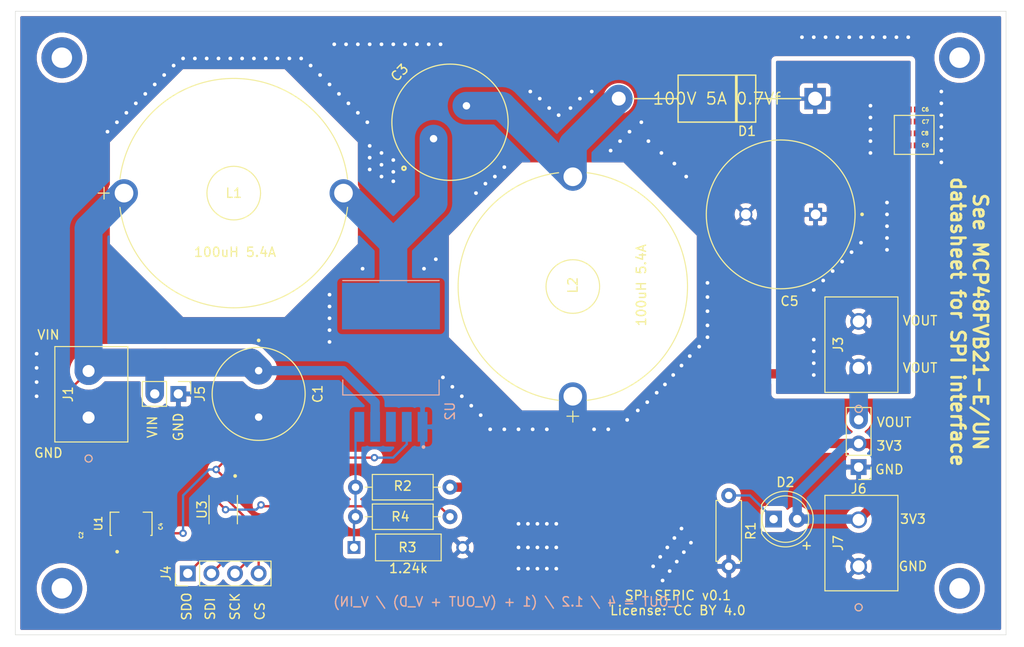
<source format=kicad_pcb>
(kicad_pcb (version 20171130) (host pcbnew 5.1.10)

  (general
    (thickness 1.6)
    (drawings 28)
    (tracks 287)
    (zones 0)
    (modules 30)
    (nets 15)
  )

  (page A4)
  (title_block
    (title "SPI SEPIC")
    (date 2021-12-15)
    (rev v0.1)
    (comment 4 "CC BY 4.0")
  )

  (layers
    (0 F.Cu mixed)
    (31 B.Cu power)
    (32 B.Adhes user)
    (33 F.Adhes user)
    (34 B.Paste user)
    (35 F.Paste user)
    (36 B.SilkS user)
    (37 F.SilkS user)
    (38 B.Mask user)
    (39 F.Mask user)
    (40 Dwgs.User user)
    (41 Cmts.User user)
    (42 Eco1.User user)
    (43 Eco2.User user)
    (44 Edge.Cuts user)
    (45 Margin user)
    (46 B.CrtYd user)
    (47 F.CrtYd user)
    (48 B.Fab user hide)
    (49 F.Fab user hide)
  )

  (setup
    (last_trace_width 0.25)
    (user_trace_width 0.75)
    (user_trace_width 1)
    (user_trace_width 2)
    (user_trace_width 3)
    (user_trace_width 3.5)
    (user_trace_width 4)
    (user_trace_width 5)
    (trace_clearance 0.2)
    (zone_clearance 0.508)
    (zone_45_only yes)
    (trace_min 0.2)
    (via_size 0.8)
    (via_drill 0.4)
    (via_min_size 0.4)
    (via_min_drill 0.3)
    (uvia_size 0.3)
    (uvia_drill 0.1)
    (uvias_allowed no)
    (uvia_min_size 0.2)
    (uvia_min_drill 0.1)
    (edge_width 0.05)
    (segment_width 0.2)
    (pcb_text_width 0.3)
    (pcb_text_size 1.5 1.5)
    (mod_edge_width 0.12)
    (mod_text_size 1 1)
    (mod_text_width 0.15)
    (pad_size 1.524 1.524)
    (pad_drill 0.762)
    (pad_to_mask_clearance 0)
    (aux_axis_origin 0 0)
    (visible_elements FFFFFF7F)
    (pcbplotparams
      (layerselection 0x010fc_ffffffff)
      (usegerberextensions true)
      (usegerberattributes false)
      (usegerberadvancedattributes false)
      (creategerberjobfile false)
      (excludeedgelayer true)
      (linewidth 0.100000)
      (plotframeref false)
      (viasonmask false)
      (mode 1)
      (useauxorigin false)
      (hpglpennumber 1)
      (hpglpenspeed 20)
      (hpglpendiameter 15.000000)
      (psnegative false)
      (psa4output false)
      (plotreference true)
      (plotvalue false)
      (plotinvisibletext false)
      (padsonsilk false)
      (subtractmaskfromsilk true)
      (outputformat 1)
      (mirror false)
      (drillshape 0)
      (scaleselection 1)
      (outputdirectory "Gerber/"))
  )

  (net 0 "")
  (net 1 VCC)
  (net 2 GND)
  (net 3 +3V3)
  (net 4 /VOUT)
  (net 5 "Net-(C3-Pad1)")
  (net 6 "Net-(D2-Pad1)")
  (net 7 SDO)
  (net 8 SDI)
  (net 9 SCK)
  (net 10 CS)
  (net 11 "Net-(C3-Pad2)")
  (net 12 "Net-(R2-Pad2)")
  (net 13 "Net-(R4-Pad1)")
  (net 14 "Net-(U3-Pad5)")

  (net_class Default "This is the default net class."
    (clearance 0.2)
    (trace_width 0.25)
    (via_dia 0.8)
    (via_drill 0.4)
    (uvia_dia 0.3)
    (uvia_drill 0.1)
    (add_net +3V3)
    (add_net /VOUT)
    (add_net CS)
    (add_net GND)
    (add_net "Net-(C3-Pad1)")
    (add_net "Net-(C3-Pad2)")
    (add_net "Net-(D2-Pad1)")
    (add_net "Net-(R2-Pad2)")
    (add_net "Net-(R4-Pad1)")
    (add_net "Net-(U3-Pad5)")
    (add_net SCK)
    (add_net SDI)
    (add_net SDO)
    (add_net VCC)
  )

  (module MountingHole:MountingHole_2.2mm_M2_Pad (layer F.Cu) (tedit 56D1B4CB) (tstamp 61BD9CBC)
    (at 195 132.922)
    (descr "Mounting Hole 2.2mm, M2")
    (tags "mounting hole 2.2mm m2")
    (attr virtual)
    (fp_text reference REF** (at 0 -3.2) (layer F.SilkS) hide
      (effects (font (size 1 1) (thickness 0.15)))
    )
    (fp_text value MountingHole_2.2mm_M2_Pad (at 0 3.2) (layer F.Fab) hide
      (effects (font (size 1 1) (thickness 0.15)))
    )
    (fp_circle (center 0 0) (end 2.2 0) (layer Cmts.User) (width 0.15))
    (fp_circle (center 0 0) (end 2.45 0) (layer F.CrtYd) (width 0.05))
    (fp_text user %R (at 0.3 0) (layer F.Fab) hide
      (effects (font (size 1 1) (thickness 0.15)))
    )
    (pad 1 thru_hole circle (at 0 0) (size 4.4 4.4) (drill 2.2) (layers *.Cu *.Mask))
  )

  (module MountingHole:MountingHole_2.2mm_M2_Pad (layer F.Cu) (tedit 56D1B4CB) (tstamp 61BD9C9F)
    (at 195 75.866)
    (descr "Mounting Hole 2.2mm, M2")
    (tags "mounting hole 2.2mm m2")
    (attr virtual)
    (fp_text reference REF** (at 0 -3.2) (layer F.SilkS) hide
      (effects (font (size 1 1) (thickness 0.15)))
    )
    (fp_text value MountingHole_2.2mm_M2_Pad (at 0 3.2) (layer F.Fab) hide
      (effects (font (size 1 1) (thickness 0.15)))
    )
    (fp_circle (center 0 0) (end 2.2 0) (layer Cmts.User) (width 0.15))
    (fp_circle (center 0 0) (end 2.45 0) (layer F.CrtYd) (width 0.05))
    (fp_text user %R (at -0.58 0) (layer F.Fab) hide
      (effects (font (size 1 1) (thickness 0.15)))
    )
    (pad 1 thru_hole circle (at 0 0) (size 4.4 4.4) (drill 2.2) (layers *.Cu *.Mask))
  )

  (module MountingHole:MountingHole_2.2mm_M2_Pad (layer F.Cu) (tedit 56D1B4CB) (tstamp 61BD9991)
    (at 98.472 75.866)
    (descr "Mounting Hole 2.2mm, M2")
    (tags "mounting hole 2.2mm m2")
    (attr virtual)
    (fp_text reference REF** (at 0 -3.2) (layer F.SilkS) hide
      (effects (font (size 1 1) (thickness 0.15)))
    )
    (fp_text value MountingHole_2.2mm_M2_Pad (at 0 3.2) (layer F.Fab) hide
      (effects (font (size 1 1) (thickness 0.15)))
    )
    (fp_circle (center 0 0) (end 2.2 0) (layer Cmts.User) (width 0.15))
    (fp_circle (center 0 0) (end 2.45 0) (layer F.CrtYd) (width 0.05))
    (fp_text user %R (at 0.3 0) (layer F.Fab)
      (effects (font (size 1 1) (thickness 0.15)))
    )
    (pad 1 thru_hole circle (at 0 0) (size 4.4 4.4) (drill 2.2) (layers *.Cu *.Mask))
  )

  (module Footprints:XL6009 (layer B.Cu) (tedit 61BD24E2) (tstamp 61BB6EC0)
    (at 133.858 109.426 90)
    (path /61C1C30D)
    (fp_text reference U2 (at -4.445 6.35 270) (layer B.SilkS)
      (effects (font (size 1 1) (thickness 0.15)) (justify mirror))
    )
    (fp_text value XL6009 (at 4.445 -6.35 270) (layer B.Fab)
      (effects (font (size 1 1) (thickness 0.15)) (justify mirror))
    )
    (fp_circle (center -8.3 3.5) (end -8.2 3.5) (layer B.SilkS) (width 0.2))
    (fp_circle (center -8.3 3.5) (end -8.2 3.5) (layer B.Fab) (width 0.2))
    (fp_line (start -2.705 5.18) (end -2.705 -5.18) (layer B.Fab) (width 0.127))
    (fp_line (start -2.705 -5.18) (end 6.195 -5.18) (layer B.Fab) (width 0.127))
    (fp_line (start 6.195 -5.18) (end 6.195 5.18) (layer B.Fab) (width 0.127))
    (fp_line (start 6.195 5.18) (end -2.705 5.18) (layer B.Fab) (width 0.127))
    (fp_line (start -2.705 5.18) (end -2.705 -5.18) (layer B.SilkS) (width 0.127))
    (fp_line (start -1.1 5.18) (end -2.705 5.18) (layer B.SilkS) (width 0.127))
    (fp_line (start -1.1 -5.18) (end -2.705 -5.18) (layer B.SilkS) (width 0.127))
    (fp_line (start -7.99 4.18) (end -7.99 -4.18) (layer B.CrtYd) (width 0.05))
    (fp_line (start -7.99 -4.18) (end -2.96 -4.18) (layer B.CrtYd) (width 0.05))
    (fp_line (start -2.96 -4.18) (end -2.96 -5.52) (layer B.CrtYd) (width 0.05))
    (fp_line (start -2.96 -5.52) (end 9.53 -5.52) (layer B.CrtYd) (width 0.05))
    (fp_line (start 9.53 -5.52) (end 9.53 5.52) (layer B.CrtYd) (width 0.05))
    (fp_line (start 9.53 5.52) (end -2.96 5.52) (layer B.CrtYd) (width 0.05))
    (fp_line (start -2.96 5.52) (end -2.96 4.18) (layer B.CrtYd) (width 0.05))
    (fp_line (start -2.96 4.18) (end -7.99 4.18) (layer B.CrtYd) (width 0.05))
    (fp_line (start 9.6 5.18) (end 9.6 -5.18) (layer B.SilkS) (width 0.127))
    (pad 3 smd rect (at 6.85 0 90) (size 5 10.53) (layers B.Cu B.Paste B.Mask)
      (net 5 "Net-(C3-Pad1)"))
    (pad 5 smd rect (at -6.13 -3.4 90) (size 3.21 1.05) (layers B.Cu B.Paste B.Mask)
      (net 12 "Net-(R2-Pad2)"))
    (pad 4 smd rect (at -6.13 -1.7 90) (size 3.21 1.05) (layers B.Cu B.Paste B.Mask)
      (net 1 VCC))
    (pad "" smd rect (at -6.13 0 90) (size 3.21 1.05) (layers B.Cu B.Paste B.Mask))
    (pad 2 smd rect (at -6.13 1.7 90) (size 3.21 1.05) (layers B.Cu B.Paste B.Mask)
      (net 3 +3V3))
    (pad 1 smd rect (at -6.13 3.4 90) (size 3.21 1.05) (layers B.Cu B.Paste B.Mask)
      (net 2 GND))
  )

  (module MountingHole:MountingHole_2.2mm_M2_Pad (layer F.Cu) (tedit 56D1B4CB) (tstamp 61BD98FC)
    (at 98.47 132.92)
    (descr "Mounting Hole 2.2mm, M2")
    (tags "mounting hole 2.2mm m2")
    (attr virtual)
    (fp_text reference REF** (at 0 -3.2) (layer F.SilkS) hide
      (effects (font (size 1 1) (thickness 0.15)))
    )
    (fp_text value MountingHole_2.2mm_M2_Pad (at 0 3.2) (layer F.Fab) hide
      (effects (font (size 1 1) (thickness 0.15)))
    )
    (fp_circle (center 0 0) (end 2.2 0) (layer Cmts.User) (width 0.15))
    (fp_circle (center 0 0) (end 2.45 0) (layer F.CrtYd) (width 0.05))
    (fp_text user %R (at 0.3 0) (layer F.Fab)
      (effects (font (size 1 1) (thickness 0.15)))
    )
    (pad 1 thru_hole circle (at 0 0) (size 4.4 4.4) (drill 2.2) (layers *.Cu *.Mask))
  )

  (module Footprints:SB5H100-E3 (layer F.Cu) (tedit 61BD23E1) (tstamp 61BC1747)
    (at 168.91 80.264 180)
    (path /61B8FD44)
    (fp_text reference D1 (at -4.308 -3.5) (layer F.SilkS)
      (effects (font (size 1 1) (thickness 0.15)) (justify right))
    )
    (fp_text value "100V 5A 0.7Vf" (at 0 0) (layer F.SilkS)
      (effects (font (size 1.27 1.27) (thickness 0.15)))
    )
    (fp_line (start 11.733 2.675) (end 11.733 -2.675) (layer F.CrtYd) (width 0.15))
    (fp_line (start -11.733 2.675) (end 11.733 2.675) (layer F.CrtYd) (width 0.15))
    (fp_line (start -11.733 -2.675) (end -11.733 2.675) (layer F.CrtYd) (width 0.15))
    (fp_line (start 11.733 -2.675) (end -11.733 -2.675) (layer F.CrtYd) (width 0.15))
    (fp_line (start 11.733 -2.675) (end 11.733 -2.675) (layer F.CrtYd) (width 0.15))
    (fp_line (start -2.0875 2.455) (end -2.0875 -2.455) (layer F.SilkS) (width 0.3))
    (fp_line (start 4.175 0) (end 9.008 0) (layer F.SilkS) (width 0.15))
    (fp_line (start -4.175 0) (end -9.008 0) (layer F.SilkS) (width 0.15))
    (fp_line (start 4.175 2.525) (end -4.175 2.525) (layer F.SilkS) (width 0.15))
    (fp_line (start 4.175 -2.525) (end 4.175 2.525) (layer F.SilkS) (width 0.15))
    (fp_line (start -4.175 -2.525) (end 4.175 -2.525) (layer F.SilkS) (width 0.15))
    (fp_line (start -4.175 2.525) (end -4.175 -2.525) (layer F.SilkS) (width 0.15))
    (fp_line (start 4.75 2.65) (end -4.75 2.65) (layer F.Fab) (width 0.15))
    (fp_line (start 4.75 -2.65) (end 4.75 2.65) (layer F.Fab) (width 0.15))
    (fp_line (start -4.75 -2.65) (end 4.75 -2.65) (layer F.Fab) (width 0.15))
    (fp_line (start -4.75 2.65) (end -4.75 -2.65) (layer F.Fab) (width 0.15))
    (fp_text user SB5H100-E3/73 (at 0 3.81) (layer F.Fab)
      (effects (font (size 1 1) (thickness 0.15)))
    )
    (pad 2 thru_hole circle (at 10.558 0 180) (size 2.3 2.3) (drill 1.5) (layers *.Cu *.Mask)
      (net 11 "Net-(C3-Pad2)") (thermal_width 0.45))
    (pad 1 thru_hole rect (at -10.558 0 180) (size 2.3 2.3) (drill 1.5) (layers *.Cu *.Mask)
      (net 4 /VOUT) (thermal_width 0.45))
    (model eec.models/Vishay_-_SB5H100-E3/54.step
      (at (xyz 0 0 0))
      (scale (xyz 1 1 1))
      (rotate (xyz 0 0 0))
    )
  )

  (module Footprints:04025C102KAT2A (layer F.Cu) (tedit 61B9A4BD) (tstamp 61BD2061)
    (at 189.953 85.2932)
    (path /61C05386)
    (fp_text reference C9 (at 1.3598 0) (layer F.SilkS)
      (effects (font (size 0.393701 0.393701) (thickness 0.15)))
    )
    (fp_text value 1000pF (at 0 0.9) (layer F.Fab)
      (effects (font (size 0.393701 0.393701) (thickness 0.15)))
    )
    (fp_line (start 0.965 0.565) (end 0.965 -0.565) (layer F.CrtYd) (width 0.05))
    (fp_line (start -0.965 0.565) (end -0.965 -0.565) (layer F.CrtYd) (width 0.05))
    (fp_line (start -0.965 -0.565) (end 0.965 -0.565) (layer F.CrtYd) (width 0.05))
    (fp_line (start -0.965 0.565) (end 0.965 0.565) (layer F.CrtYd) (width 0.05))
    (fp_line (start -0.55 0.3) (end -0.55 -0.3) (layer F.Fab) (width 0.127))
    (fp_line (start 0.55 0.3) (end 0.55 -0.3) (layer F.Fab) (width 0.127))
    (fp_line (start 0.55 -0.3) (end -0.55 -0.3) (layer F.Fab) (width 0.127))
    (fp_line (start 0.55 0.3) (end -0.55 0.3) (layer F.Fab) (width 0.127))
    (pad 1 smd rect (at -0.42 0) (size 0.59 0.63) (layers F.Cu F.Paste F.Mask)
      (net 4 /VOUT))
    (pad 2 smd rect (at 0.42 0) (size 0.59 0.63) (layers F.Cu F.Paste F.Mask)
      (net 2 GND))
  )

  (module Footprints:04025C102KAT2A (layer F.Cu) (tedit 61B9A4BD) (tstamp 61BD2045)
    (at 189.953 82.7278)
    (path /61C02BF5)
    (fp_text reference C7 (at 1.3852 0.0254) (layer F.SilkS)
      (effects (font (size 0.393701 0.393701) (thickness 0.15)))
    )
    (fp_text value 1000pF (at 0 0.9) (layer F.Fab)
      (effects (font (size 0.393701 0.393701) (thickness 0.15)))
    )
    (fp_line (start 0.965 0.565) (end 0.965 -0.565) (layer F.CrtYd) (width 0.05))
    (fp_line (start -0.965 0.565) (end -0.965 -0.565) (layer F.CrtYd) (width 0.05))
    (fp_line (start -0.965 -0.565) (end 0.965 -0.565) (layer F.CrtYd) (width 0.05))
    (fp_line (start -0.965 0.565) (end 0.965 0.565) (layer F.CrtYd) (width 0.05))
    (fp_line (start -0.55 0.3) (end -0.55 -0.3) (layer F.Fab) (width 0.127))
    (fp_line (start 0.55 0.3) (end 0.55 -0.3) (layer F.Fab) (width 0.127))
    (fp_line (start 0.55 -0.3) (end -0.55 -0.3) (layer F.Fab) (width 0.127))
    (fp_line (start 0.55 0.3) (end -0.55 0.3) (layer F.Fab) (width 0.127))
    (pad 1 smd rect (at -0.42 0) (size 0.59 0.63) (layers F.Cu F.Paste F.Mask)
      (net 4 /VOUT))
    (pad 2 smd rect (at 0.42 0) (size 0.59 0.63) (layers F.Cu F.Paste F.Mask)
      (net 2 GND))
  )

  (module Footprints:04025C102KAT2A (layer F.Cu) (tedit 61B9A4BD) (tstamp 61BD2053)
    (at 189.953 83.9978)
    (path /61C03206)
    (fp_text reference C8 (at 1.3208 0) (layer F.SilkS)
      (effects (font (size 0.393701 0.393701) (thickness 0.15)))
    )
    (fp_text value 1000pF (at 0 0.9) (layer F.Fab)
      (effects (font (size 0.393701 0.393701) (thickness 0.15)))
    )
    (fp_line (start 0.55 0.3) (end -0.55 0.3) (layer F.Fab) (width 0.127))
    (fp_line (start 0.55 -0.3) (end -0.55 -0.3) (layer F.Fab) (width 0.127))
    (fp_line (start 0.55 0.3) (end 0.55 -0.3) (layer F.Fab) (width 0.127))
    (fp_line (start -0.55 0.3) (end -0.55 -0.3) (layer F.Fab) (width 0.127))
    (fp_line (start -0.965 0.565) (end 0.965 0.565) (layer F.CrtYd) (width 0.05))
    (fp_line (start -0.965 -0.565) (end 0.965 -0.565) (layer F.CrtYd) (width 0.05))
    (fp_line (start -0.965 0.565) (end -0.965 -0.565) (layer F.CrtYd) (width 0.05))
    (fp_line (start 0.965 0.565) (end 0.965 -0.565) (layer F.CrtYd) (width 0.05))
    (pad 2 smd rect (at 0.42 0) (size 0.59 0.63) (layers F.Cu F.Paste F.Mask)
      (net 2 GND))
    (pad 1 smd rect (at -0.42 0) (size 0.59 0.63) (layers F.Cu F.Paste F.Mask)
      (net 4 /VOUT))
  )

  (module Footprints:1410454C (layer F.Cu) (tedit 61BAC67E) (tstamp 61BC2E15)
    (at 117.094 90.424)
    (path /61B81E54)
    (fp_text reference L1 (at -0.137999 0) (layer F.SilkS)
      (effects (font (size 1 1) (thickness 0.15)))
    )
    (fp_text value "100uH 5.4A" (at 0 6.35) (layer F.SilkS)
      (effects (font (size 1 1) (thickness 0.15)))
    )
    (fp_circle (center -0.137999 0) (end 2.744901 0) (layer F.SilkS) (width 0.12))
    (fp_circle (center -0.137999 0) (end 2.617901 0) (layer F.Fab) (width 0.1))
    (fp_circle (center -0.137999 0) (end 12.066701 0) (layer F.Fab) (width 0.1))
    (fp_circle (center -0.137999 0) (end 2.617901 0) (layer F.CrtYd) (width 0.05))
    (fp_circle (center -0.137999 0) (end 12.066701 0) (layer F.CrtYd) (width 0.05))
    (fp_line (start -13.449301 -5.481124) (end -5.619123 -13.311302) (layer F.CrtYd) (width 0.05))
    (fp_line (start -13.449301 5.481124) (end -13.449301 -5.481124) (layer F.CrtYd) (width 0.05))
    (fp_line (start -5.619123 13.311302) (end -13.449301 5.481124) (layer F.CrtYd) (width 0.05))
    (fp_line (start 5.343126 13.311302) (end -5.619123 13.311302) (layer F.CrtYd) (width 0.05))
    (fp_line (start 13.173304 5.481124) (end 5.343126 13.311302) (layer F.CrtYd) (width 0.05))
    (fp_line (start 13.173304 -5.481124) (end 13.173304 5.481124) (layer F.CrtYd) (width 0.05))
    (fp_line (start 5.343126 -13.311302) (end 13.173304 -5.481124) (layer F.CrtYd) (width 0.05))
    (fp_line (start -5.619123 -13.311302) (end 5.343126 -13.311302) (layer F.CrtYd) (width 0.05))
    (fp_line (start -14.084301 -0.635) (end -14.084301 0.635) (layer F.SilkS) (width 0.12))
    (fp_line (start -14.719301 0) (end -13.528039 0) (layer F.SilkS) (width 0.12))
    (fp_line (start -14.084301 -0.635) (end -14.084301 0.635) (layer F.Fab) (width 0.1))
    (fp_line (start -14.719301 0) (end -13.449301 0) (layer F.Fab) (width 0.1))
    (fp_text user "Copyright 2021 Accelerated Designs. All rights reserved." (at -11.938 0) (layer Cmts.User)
      (effects (font (size 0.127 0.127) (thickness 0.002)))
    )
    (fp_text user * (at -11.938 0) (layer F.Fab)
      (effects (font (size 1 1) (thickness 0.15)))
    )
    (fp_arc (start -0.137999 0) (end 12.098552 -1.528938) (angle -165.755798) (layer F.SilkS) (width 0.12))
    (fp_arc (start -0.137999 0) (end -12.37455 1.528936) (angle -165.755798) (layer F.SilkS) (width 0.12))
    (pad 1 thru_hole circle (at -11.937999 0) (size 2.5146 2.5146) (drill 2.0066) (layers *.Cu *.Mask)
      (net 1 VCC))
    (pad 2 thru_hole circle (at 11.662002 0) (size 2.5146 2.5146) (drill 2.0066) (layers *.Cu *.Mask)
      (net 5 "Net-(C3-Pad1)"))
  )

  (module Footprints:1410454C (layer F.Cu) (tedit 61BAC67E) (tstamp 61BB6E10)
    (at 153.416 100.33 90)
    (path /61B97228)
    (fp_text reference L2 (at 0 0 90) (layer F.SilkS)
      (effects (font (size 1 1) (thickness 0.15)))
    )
    (fp_text value "100uH 5.4A" (at 0 7.366 90) (layer F.SilkS)
      (effects (font (size 1 1) (thickness 0.15)))
    )
    (fp_line (start -14.719301 0) (end -13.449301 0) (layer F.Fab) (width 0.1))
    (fp_line (start -14.084301 -0.635) (end -14.084301 0.635) (layer F.Fab) (width 0.1))
    (fp_line (start -14.719301 0) (end -13.528039 0) (layer F.SilkS) (width 0.12))
    (fp_line (start -14.084301 -0.635) (end -14.084301 0.635) (layer F.SilkS) (width 0.12))
    (fp_line (start -5.619123 -13.311302) (end 5.343126 -13.311302) (layer F.CrtYd) (width 0.05))
    (fp_line (start 5.343126 -13.311302) (end 13.173304 -5.481124) (layer F.CrtYd) (width 0.05))
    (fp_line (start 13.173304 -5.481124) (end 13.173304 5.481124) (layer F.CrtYd) (width 0.05))
    (fp_line (start 13.173304 5.481124) (end 5.343126 13.311302) (layer F.CrtYd) (width 0.05))
    (fp_line (start 5.343126 13.311302) (end -5.619123 13.311302) (layer F.CrtYd) (width 0.05))
    (fp_line (start -5.619123 13.311302) (end -13.449301 5.481124) (layer F.CrtYd) (width 0.05))
    (fp_line (start -13.449301 5.481124) (end -13.449301 -5.481124) (layer F.CrtYd) (width 0.05))
    (fp_line (start -13.449301 -5.481124) (end -5.619123 -13.311302) (layer F.CrtYd) (width 0.05))
    (fp_circle (center -0.137999 0) (end 12.066701 0) (layer F.CrtYd) (width 0.05))
    (fp_circle (center -0.137999 0) (end 2.617901 0) (layer F.CrtYd) (width 0.05))
    (fp_circle (center -0.137999 0) (end 12.066701 0) (layer F.Fab) (width 0.1))
    (fp_circle (center -0.137999 0) (end 2.617901 0) (layer F.Fab) (width 0.1))
    (fp_circle (center -0.137999 0) (end 2.744901 0) (layer F.SilkS) (width 0.12))
    (fp_arc (start -0.137999 0) (end -12.37455 1.528936) (angle -165.755798) (layer F.SilkS) (width 0.12))
    (fp_arc (start -0.137999 0) (end 12.098552 -1.528938) (angle -165.755798) (layer F.SilkS) (width 0.12))
    (fp_text user * (at -11.938 0 90) (layer F.Fab)
      (effects (font (size 1 1) (thickness 0.15)))
    )
    (fp_text user "Copyright 2021 Accelerated Designs. All rights reserved." (at -11.938 0 90) (layer Cmts.User)
      (effects (font (size 0.127 0.127) (thickness 0.002)))
    )
    (pad 2 thru_hole circle (at 11.662002 0 90) (size 2.5146 2.5146) (drill 2.0066) (layers *.Cu *.Mask)
      (net 11 "Net-(C3-Pad2)"))
    (pad 1 thru_hole circle (at -11.937999 0 90) (size 2.5146 2.5146) (drill 2.0066) (layers *.Cu *.Mask)
      (net 2 GND))
  )

  (module Connector_PinHeader_2.54mm:PinHeader_1x02_P2.54mm_Vertical (layer F.Cu) (tedit 59FED5CC) (tstamp 61BBEFDD)
    (at 110.998 112.014 270)
    (descr "Through hole straight pin header, 1x02, 2.54mm pitch, single row")
    (tags "Through hole pin header THT 1x02 2.54mm single row")
    (path /61C4807B)
    (fp_text reference J5 (at 0 -2.33 90) (layer F.SilkS)
      (effects (font (size 1 1) (thickness 0.15)))
    )
    (fp_text value Conn_01x02_Male (at 0 4.87 90) (layer F.Fab)
      (effects (font (size 1 1) (thickness 0.15)))
    )
    (fp_line (start -0.635 -1.27) (end 1.27 -1.27) (layer F.Fab) (width 0.1))
    (fp_line (start 1.27 -1.27) (end 1.27 3.81) (layer F.Fab) (width 0.1))
    (fp_line (start 1.27 3.81) (end -1.27 3.81) (layer F.Fab) (width 0.1))
    (fp_line (start -1.27 3.81) (end -1.27 -0.635) (layer F.Fab) (width 0.1))
    (fp_line (start -1.27 -0.635) (end -0.635 -1.27) (layer F.Fab) (width 0.1))
    (fp_line (start -1.33 3.87) (end 1.33 3.87) (layer F.SilkS) (width 0.12))
    (fp_line (start -1.33 1.27) (end -1.33 3.87) (layer F.SilkS) (width 0.12))
    (fp_line (start 1.33 1.27) (end 1.33 3.87) (layer F.SilkS) (width 0.12))
    (fp_line (start -1.33 1.27) (end 1.33 1.27) (layer F.SilkS) (width 0.12))
    (fp_line (start -1.33 0) (end -1.33 -1.33) (layer F.SilkS) (width 0.12))
    (fp_line (start -1.33 -1.33) (end 0 -1.33) (layer F.SilkS) (width 0.12))
    (fp_line (start -1.8 -1.8) (end -1.8 4.35) (layer F.CrtYd) (width 0.05))
    (fp_line (start -1.8 4.35) (end 1.8 4.35) (layer F.CrtYd) (width 0.05))
    (fp_line (start 1.8 4.35) (end 1.8 -1.8) (layer F.CrtYd) (width 0.05))
    (fp_line (start 1.8 -1.8) (end -1.8 -1.8) (layer F.CrtYd) (width 0.05))
    (fp_text user %R (at 0 1.27) (layer F.Fab)
      (effects (font (size 1 1) (thickness 0.15)))
    )
    (pad 1 thru_hole rect (at 0 0 270) (size 1.7 1.7) (drill 1) (layers *.Cu *.Mask)
      (net 2 GND))
    (pad 2 thru_hole oval (at 0 2.54 270) (size 1.7 1.7) (drill 1) (layers *.Cu *.Mask)
      (net 1 VCC))
    (model ${KISYS3DMOD}/Connector_PinHeader_2.54mm.3dshapes/PinHeader_1x02_P2.54mm_Vertical.wrl
      (at (xyz 0 0 0))
      (scale (xyz 1 1 1))
      (rotate (xyz 0 0 0))
    )
  )

  (module Footprints:CGA3E1X7R1V105M080AC (layer F.Cu) (tedit 61B9A58B) (tstamp 61BB6CCA)
    (at 101.6 127 90)
    (path /61B74F35)
    (fp_text reference C2 (at -0.21 -1.05 90) (layer F.SilkS)
      (effects (font (size 0.393701 0.393701) (thickness 0.15)))
    )
    (fp_text value "1.0uF 35V" (at 0 1.05 90) (layer F.Fab)
      (effects (font (size 0.393701 0.393701) (thickness 0.15)))
    )
    (fp_line (start 1.465 0.715) (end 1.465 -0.715) (layer F.CrtYd) (width 0.05))
    (fp_line (start -1.465 0.715) (end -1.465 -0.715) (layer F.CrtYd) (width 0.05))
    (fp_line (start -1.465 -0.715) (end 1.465 -0.715) (layer F.CrtYd) (width 0.05))
    (fp_line (start -1.465 0.715) (end 1.465 0.715) (layer F.CrtYd) (width 0.05))
    (fp_line (start -0.85 0.45) (end -0.85 -0.45) (layer F.Fab) (width 0.127))
    (fp_line (start 0.85 0.45) (end 0.85 -0.45) (layer F.Fab) (width 0.127))
    (fp_line (start 0.85 -0.45) (end -0.85 -0.45) (layer F.Fab) (width 0.127))
    (fp_line (start 0.85 0.45) (end -0.85 0.45) (layer F.Fab) (width 0.127))
    (pad 1 smd rect (at -0.709 0 90) (size 1.01 0.93) (layers F.Cu F.Paste F.Mask)
      (net 1 VCC))
    (pad 2 smd rect (at 0.709 0 90) (size 1.01 0.93) (layers F.Cu F.Paste F.Mask)
      (net 2 GND))
  )

  (module Footprints:UVR1H471MHD1TO (layer F.Cu) (tedit 61BAF3DC) (tstamp 61BB6CBC)
    (at 119.634 112.014 270)
    (path /61B85701)
    (fp_text reference C1 (at 0 -6.35 90) (layer F.SilkS)
      (effects (font (size 1 1) (thickness 0.15)))
    )
    (fp_text value "470µF 50V 1.14A" (at 0 6.315 90) (layer F.Fab)
      (effects (font (size 1 1) (thickness 0.15)))
    )
    (fp_circle (center 0 0) (end 5 0) (layer F.Fab) (width 0.127))
    (fp_circle (center 0 0) (end 5 0) (layer F.SilkS) (width 0.127))
    (fp_circle (center 0 0) (end 5.25 0) (layer F.CrtYd) (width 0.05))
    (fp_circle (center -5.75 0) (end -5.65 0) (layer F.SilkS) (width 0.2))
    (fp_circle (center -5.75 0) (end -5.65 0) (layer F.Fab) (width 0.2))
    (pad 1 thru_hole rect (at -2.5 0 270) (size 1.15 1.15) (drill 0.8) (layers *.Cu *.Mask)
      (net 1 VCC))
    (pad 2 thru_hole circle (at 2.5 0 270) (size 1.15 1.15) (drill 0.8) (layers *.Cu *.Mask)
      (net 2 GND))
  )

  (module Footprints:C1005X6S0G225K050BC (layer F.Cu) (tedit 61B9A5CB) (tstamp 61BB6CE3)
    (at 109.982 126.563 90)
    (path /61B75A16)
    (fp_text reference C4 (at 0.3 -0.88 90) (layer F.SilkS)
      (effects (font (size 0.393701 0.393701) (thickness 0.15)))
    )
    (fp_text value "2.2uF 4V" (at 0 0.88 90) (layer F.Fab)
      (effects (font (size 0.393701 0.393701) (thickness 0.15)))
    )
    (fp_line (start 0.53 0.28) (end -0.53 0.28) (layer F.Fab) (width 0.127))
    (fp_line (start 0.53 -0.28) (end -0.53 -0.28) (layer F.Fab) (width 0.127))
    (fp_line (start 0.53 0.28) (end 0.53 -0.28) (layer F.Fab) (width 0.127))
    (fp_line (start -0.53 0.28) (end -0.53 -0.28) (layer F.Fab) (width 0.127))
    (fp_line (start -0.95 0.55) (end 0.95 0.55) (layer F.CrtYd) (width 0.05))
    (fp_line (start -0.95 -0.55) (end 0.95 -0.55) (layer F.CrtYd) (width 0.05))
    (fp_line (start -0.95 0.55) (end -0.95 -0.55) (layer F.CrtYd) (width 0.05))
    (fp_line (start 0.95 0.55) (end 0.95 -0.55) (layer F.CrtYd) (width 0.05))
    (pad 1 smd rect (at -0.437 0 90) (size 0.53 0.6) (layers F.Cu F.Paste F.Mask)
      (net 3 +3V3))
    (pad 2 smd rect (at 0.437 0 90) (size 0.53 0.6) (layers F.Cu F.Paste F.Mask)
      (net 2 GND))
  )

  (module Footprints:EEU-FC1J471 (layer F.Cu) (tedit 61BAF3C8) (tstamp 61BB6CEE)
    (at 175.768 92.71 180)
    (path /61B74E5A)
    (fp_text reference C5 (at -0.95 -9.335) (layer F.SilkS)
      (effects (font (size 1 1) (thickness 0.15)))
    )
    (fp_text value "470µF 63V 1.765A" (at 0 10.16) (layer F.Fab)
      (effects (font (size 1 1) (thickness 0.15)))
    )
    (fp_circle (center 0 0) (end 8 0) (layer F.Fab) (width 0.127))
    (fp_circle (center 0 0) (end 8 0) (layer F.SilkS) (width 0.127))
    (fp_circle (center 0 0) (end 8.25 0) (layer F.CrtYd) (width 0.05))
    (fp_circle (center -8.75 0) (end -8.65 0) (layer F.SilkS) (width 0.2))
    (fp_circle (center -8.75 0) (end -8.65 0) (layer F.Fab) (width 0.2))
    (pad 1 thru_hole rect (at -3.75 0 180) (size 1.4 1.4) (drill 1.05) (layers *.Cu *.Mask)
      (net 4 /VOUT))
    (pad 2 thru_hole circle (at 3.75 0 180) (size 1.4 1.4) (drill 1.05) (layers *.Cu *.Mask)
      (net 2 GND))
  )

  (module Footprints:04025C102KAT2A (layer F.Cu) (tedit 61B9A4BD) (tstamp 61BD21AC)
    (at 189.9784 81.4324)
    (path /61B73F25)
    (fp_text reference C6 (at 1.3344 0) (layer F.SilkS)
      (effects (font (size 0.393701 0.393701) (thickness 0.15)))
    )
    (fp_text value "1000pF 50V" (at 0 0.9) (layer F.Fab)
      (effects (font (size 0.393701 0.393701) (thickness 0.15)))
    )
    (fp_line (start 0.965 0.565) (end 0.965 -0.565) (layer F.CrtYd) (width 0.05))
    (fp_line (start -0.965 0.565) (end -0.965 -0.565) (layer F.CrtYd) (width 0.05))
    (fp_line (start -0.965 -0.565) (end 0.965 -0.565) (layer F.CrtYd) (width 0.05))
    (fp_line (start -0.965 0.565) (end 0.965 0.565) (layer F.CrtYd) (width 0.05))
    (fp_line (start -0.55 0.3) (end -0.55 -0.3) (layer F.Fab) (width 0.127))
    (fp_line (start 0.55 0.3) (end 0.55 -0.3) (layer F.Fab) (width 0.127))
    (fp_line (start 0.55 -0.3) (end -0.55 -0.3) (layer F.Fab) (width 0.127))
    (fp_line (start 0.55 0.3) (end -0.55 0.3) (layer F.Fab) (width 0.127))
    (pad 1 smd rect (at -0.42 0) (size 0.59 0.63) (layers F.Cu F.Paste F.Mask)
      (net 4 /VOUT))
    (pad 2 smd rect (at 0.42 0) (size 0.59 0.63) (layers F.Cu F.Paste F.Mask)
      (net 2 GND))
  )

  (module LED_THT:LED_D5.0mm (layer F.Cu) (tedit 5995936A) (tstamp 61BB6D25)
    (at 175.006 125.476)
    (descr "LED, diameter 5.0mm, 2 pins, http://cdn-reichelt.de/documents/datenblatt/A500/LL-504BC2E-009.pdf")
    (tags "LED diameter 5.0mm 2 pins")
    (path /61B79E2B)
    (fp_text reference D2 (at 1.27 -3.96) (layer F.SilkS)
      (effects (font (size 1 1) (thickness 0.15)))
    )
    (fp_text value LED (at 1.27 3.96) (layer F.Fab)
      (effects (font (size 1 1) (thickness 0.15)))
    )
    (fp_circle (center 1.27 0) (end 3.77 0) (layer F.Fab) (width 0.1))
    (fp_circle (center 1.27 0) (end 3.77 0) (layer F.SilkS) (width 0.12))
    (fp_line (start -1.23 -1.469694) (end -1.23 1.469694) (layer F.Fab) (width 0.1))
    (fp_line (start -1.29 -1.545) (end -1.29 1.545) (layer F.SilkS) (width 0.12))
    (fp_line (start -1.95 -3.25) (end -1.95 3.25) (layer F.CrtYd) (width 0.05))
    (fp_line (start -1.95 3.25) (end 4.5 3.25) (layer F.CrtYd) (width 0.05))
    (fp_line (start 4.5 3.25) (end 4.5 -3.25) (layer F.CrtYd) (width 0.05))
    (fp_line (start 4.5 -3.25) (end -1.95 -3.25) (layer F.CrtYd) (width 0.05))
    (fp_arc (start 1.27 0) (end -1.23 -1.469694) (angle 299.1) (layer F.Fab) (width 0.1))
    (fp_arc (start 1.27 0) (end -1.29 -1.54483) (angle 148.9) (layer F.SilkS) (width 0.12))
    (fp_arc (start 1.27 0) (end -1.29 1.54483) (angle -148.9) (layer F.SilkS) (width 0.12))
    (fp_text user %R (at 1.25 0) (layer F.Fab)
      (effects (font (size 0.8 0.8) (thickness 0.2)))
    )
    (pad 1 thru_hole rect (at 0 0) (size 1.8 1.8) (drill 0.9) (layers *.Cu *.Mask)
      (net 6 "Net-(D2-Pad1)"))
    (pad 2 thru_hole circle (at 2.54 0) (size 1.8 1.8) (drill 0.9) (layers *.Cu *.Mask)
      (net 3 +3V3))
    (model ${KISYS3DMOD}/LED_THT.3dshapes/LED_D5.0mm.wrl
      (at (xyz 0 0 0))
      (scale (xyz 1 1 1))
      (rotate (xyz 0 0 0))
    )
  )

  (module Footprints:691137710002 (layer F.Cu) (tedit 61BAE1EB) (tstamp 61BB802E)
    (at 101.346 114.554 90)
    (path /61BB28F9)
    (fp_text reference J1 (at 2.5 -2.2 90) (layer F.SilkS)
      (effects (font (size 1 1) (thickness 0.15)))
    )
    (fp_text value Screw_Terminal_01x02 (at 1.524 -4.826 90) (layer F.SilkS) hide
      (effects (font (size 1 1) (thickness 0.15)))
    )
    (fp_circle (center -4.4088 0) (end -4.0278 0) (layer B.SilkS) (width 0.12))
    (fp_circle (center -4.4088 0) (end -4.0278 0) (layer F.SilkS) (width 0.12))
    (fp_circle (center 0 -1.905) (end 0.381 -1.905) (layer F.Fab) (width 0.1))
    (fp_line (start 7.7578 -3.754001) (end -2.7578 -3.754001) (layer F.CrtYd) (width 0.05))
    (fp_line (start 7.7578 4.348599) (end 7.7578 -3.754001) (layer F.CrtYd) (width 0.05))
    (fp_line (start -2.7578 4.348599) (end 7.7578 4.348599) (layer F.CrtYd) (width 0.05))
    (fp_line (start -2.7578 -3.754001) (end -2.7578 4.348599) (layer F.CrtYd) (width 0.05))
    (fp_line (start -2.5038 -3.500001) (end -2.5038 4.094599) (layer F.Fab) (width 0.1))
    (fp_line (start 7.5038 -3.500001) (end -2.5038 -3.500001) (layer F.Fab) (width 0.1))
    (fp_line (start 7.5038 4.094599) (end 7.5038 -3.500001) (layer F.Fab) (width 0.1))
    (fp_line (start -2.5038 4.094599) (end 7.5038 4.094599) (layer F.Fab) (width 0.1))
    (fp_line (start -2.6308 -3.627001) (end -2.6308 4.221599) (layer F.SilkS) (width 0.12))
    (fp_line (start 7.6308 -3.627001) (end -2.6308 -3.627001) (layer F.SilkS) (width 0.12))
    (fp_line (start 7.6308 4.221599) (end 7.6308 -3.627001) (layer F.SilkS) (width 0.12))
    (fp_line (start -2.6308 4.221599) (end 7.6308 4.221599) (layer F.SilkS) (width 0.12))
    (fp_text user * (at 0 0 90) (layer F.Fab)
      (effects (font (size 1 1) (thickness 0.15)))
    )
    (pad 1 thru_hole circle (at 0 0 90) (size 1.8034 1.8034) (drill 1.2954) (layers *.Cu *.Mask)
      (net 2 GND))
    (pad 2 thru_hole circle (at 5 0 90) (size 1.8034 1.8034) (drill 1.2954) (layers *.Cu *.Mask)
      (net 1 VCC))
  )

  (module Footprints:691137710002 (layer F.Cu) (tedit 61BAE1EB) (tstamp 61BC1CE5)
    (at 184.15 109.22 90)
    (path /61C616A5)
    (fp_text reference J3 (at 2.5 -2.2 90) (layer F.SilkS)
      (effects (font (size 1 1) (thickness 0.15)))
    )
    (fp_text value Screw_Terminal_01x02 (at 5.588 5.588 90) (layer F.SilkS) hide
      (effects (font (size 1 1) (thickness 0.15)))
    )
    (fp_line (start -2.6308 4.221599) (end 7.6308 4.221599) (layer F.SilkS) (width 0.12))
    (fp_line (start 7.6308 4.221599) (end 7.6308 -3.627001) (layer F.SilkS) (width 0.12))
    (fp_line (start 7.6308 -3.627001) (end -2.6308 -3.627001) (layer F.SilkS) (width 0.12))
    (fp_line (start -2.6308 -3.627001) (end -2.6308 4.221599) (layer F.SilkS) (width 0.12))
    (fp_line (start -2.5038 4.094599) (end 7.5038 4.094599) (layer F.Fab) (width 0.1))
    (fp_line (start 7.5038 4.094599) (end 7.5038 -3.500001) (layer F.Fab) (width 0.1))
    (fp_line (start 7.5038 -3.500001) (end -2.5038 -3.500001) (layer F.Fab) (width 0.1))
    (fp_line (start -2.5038 -3.500001) (end -2.5038 4.094599) (layer F.Fab) (width 0.1))
    (fp_line (start -2.7578 -3.754001) (end -2.7578 4.348599) (layer F.CrtYd) (width 0.05))
    (fp_line (start -2.7578 4.348599) (end 7.7578 4.348599) (layer F.CrtYd) (width 0.05))
    (fp_line (start 7.7578 4.348599) (end 7.7578 -3.754001) (layer F.CrtYd) (width 0.05))
    (fp_line (start 7.7578 -3.754001) (end -2.7578 -3.754001) (layer F.CrtYd) (width 0.05))
    (fp_circle (center 0 -1.905) (end 0.381 -1.905) (layer F.Fab) (width 0.1))
    (fp_circle (center -4.4088 0) (end -4.0278 0) (layer F.SilkS) (width 0.12))
    (fp_circle (center -4.4088 0) (end -4.0278 0) (layer B.SilkS) (width 0.12))
    (fp_text user * (at 0 0 90) (layer F.Fab)
      (effects (font (size 1 1) (thickness 0.15)))
    )
    (pad 2 thru_hole circle (at 5 0 90) (size 1.8034 1.8034) (drill 1.2954) (layers *.Cu *.Mask)
      (net 4 /VOUT))
    (pad 1 thru_hole circle (at 0 0 90) (size 1.8034 1.8034) (drill 1.2954) (layers *.Cu *.Mask)
      (net 4 /VOUT))
  )

  (module Footprints:691137710002 (layer F.Cu) (tedit 61BAE1EB) (tstamp 61BC432F)
    (at 184.15 130.556 90)
    (path /61C61ECA)
    (fp_text reference J7 (at 2.5 -2.2 90) (layer F.SilkS)
      (effects (font (size 1 1) (thickness 0.15)))
    )
    (fp_text value Screw_Terminal_01x02 (at 5.334 5.588 90) (layer F.SilkS) hide
      (effects (font (size 1 1) (thickness 0.15)))
    )
    (fp_circle (center -4.4088 0) (end -4.0278 0) (layer B.SilkS) (width 0.12))
    (fp_circle (center -4.4088 0) (end -4.0278 0) (layer F.SilkS) (width 0.12))
    (fp_circle (center 0 -1.905) (end 0.381 -1.905) (layer F.Fab) (width 0.1))
    (fp_line (start 7.7578 -3.754001) (end -2.7578 -3.754001) (layer F.CrtYd) (width 0.05))
    (fp_line (start 7.7578 4.348599) (end 7.7578 -3.754001) (layer F.CrtYd) (width 0.05))
    (fp_line (start -2.7578 4.348599) (end 7.7578 4.348599) (layer F.CrtYd) (width 0.05))
    (fp_line (start -2.7578 -3.754001) (end -2.7578 4.348599) (layer F.CrtYd) (width 0.05))
    (fp_line (start -2.5038 -3.500001) (end -2.5038 4.094599) (layer F.Fab) (width 0.1))
    (fp_line (start 7.5038 -3.500001) (end -2.5038 -3.500001) (layer F.Fab) (width 0.1))
    (fp_line (start 7.5038 4.094599) (end 7.5038 -3.500001) (layer F.Fab) (width 0.1))
    (fp_line (start -2.5038 4.094599) (end 7.5038 4.094599) (layer F.Fab) (width 0.1))
    (fp_line (start -2.6308 -3.627001) (end -2.6308 4.221599) (layer F.SilkS) (width 0.12))
    (fp_line (start 7.6308 -3.627001) (end -2.6308 -3.627001) (layer F.SilkS) (width 0.12))
    (fp_line (start 7.6308 4.221599) (end 7.6308 -3.627001) (layer F.SilkS) (width 0.12))
    (fp_line (start -2.6308 4.221599) (end 7.6308 4.221599) (layer F.SilkS) (width 0.12))
    (fp_text user * (at 0 0 90) (layer F.Fab)
      (effects (font (size 1 1) (thickness 0.15)))
    )
    (pad 1 thru_hole circle (at 0 0 90) (size 1.8034 1.8034) (drill 1.2954) (layers *.Cu *.Mask)
      (net 2 GND))
    (pad 2 thru_hole circle (at 5 0 90) (size 1.8034 1.8034) (drill 1.2954) (layers *.Cu *.Mask)
      (net 3 +3V3))
  )

  (module Resistor_THT:R_Axial_DIN0207_L6.3mm_D2.5mm_P7.62mm_Horizontal (layer F.Cu) (tedit 5AE5139B) (tstamp 61BB6E27)
    (at 170.18 122.936 270)
    (descr "Resistor, Axial_DIN0207 series, Axial, Horizontal, pin pitch=7.62mm, 0.25W = 1/4W, length*diameter=6.3*2.5mm^2, http://cdn-reichelt.de/documents/datenblatt/B400/1_4W%23YAG.pdf")
    (tags "Resistor Axial_DIN0207 series Axial Horizontal pin pitch 7.62mm 0.25W = 1/4W length 6.3mm diameter 2.5mm")
    (path /61CB46AB)
    (fp_text reference R1 (at 3.81 -2.37 90) (layer F.SilkS)
      (effects (font (size 1 1) (thickness 0.15)))
    )
    (fp_text value 200 (at 3.81 2.37 90) (layer F.Fab)
      (effects (font (size 1 1) (thickness 0.15)))
    )
    (fp_line (start 0.66 -1.25) (end 0.66 1.25) (layer F.Fab) (width 0.1))
    (fp_line (start 0.66 1.25) (end 6.96 1.25) (layer F.Fab) (width 0.1))
    (fp_line (start 6.96 1.25) (end 6.96 -1.25) (layer F.Fab) (width 0.1))
    (fp_line (start 6.96 -1.25) (end 0.66 -1.25) (layer F.Fab) (width 0.1))
    (fp_line (start 0 0) (end 0.66 0) (layer F.Fab) (width 0.1))
    (fp_line (start 7.62 0) (end 6.96 0) (layer F.Fab) (width 0.1))
    (fp_line (start 0.54 -1.04) (end 0.54 -1.37) (layer F.SilkS) (width 0.12))
    (fp_line (start 0.54 -1.37) (end 7.08 -1.37) (layer F.SilkS) (width 0.12))
    (fp_line (start 7.08 -1.37) (end 7.08 -1.04) (layer F.SilkS) (width 0.12))
    (fp_line (start 0.54 1.04) (end 0.54 1.37) (layer F.SilkS) (width 0.12))
    (fp_line (start 0.54 1.37) (end 7.08 1.37) (layer F.SilkS) (width 0.12))
    (fp_line (start 7.08 1.37) (end 7.08 1.04) (layer F.SilkS) (width 0.12))
    (fp_line (start -1.05 -1.5) (end -1.05 1.5) (layer F.CrtYd) (width 0.05))
    (fp_line (start -1.05 1.5) (end 8.67 1.5) (layer F.CrtYd) (width 0.05))
    (fp_line (start 8.67 1.5) (end 8.67 -1.5) (layer F.CrtYd) (width 0.05))
    (fp_line (start 8.67 -1.5) (end -1.05 -1.5) (layer F.CrtYd) (width 0.05))
    (fp_text user %R (at 3.81 0 90) (layer F.Fab)
      (effects (font (size 1 1) (thickness 0.15)))
    )
    (pad 1 thru_hole circle (at 0 0 270) (size 1.6 1.6) (drill 0.8) (layers *.Cu *.Mask)
      (net 6 "Net-(D2-Pad1)"))
    (pad 2 thru_hole oval (at 7.62 0 270) (size 1.6 1.6) (drill 0.8) (layers *.Cu *.Mask)
      (net 2 GND))
    (model ${KISYS3DMOD}/Resistor_THT.3dshapes/R_Axial_DIN0207_L6.3mm_D2.5mm_P7.62mm_Horizontal.wrl
      (at (xyz 0 0 0))
      (scale (xyz 1 1 1))
      (rotate (xyz 0 0 0))
    )
  )

  (module Footprints:CF1_4CT52R153J (layer F.Cu) (tedit 5AE5139B) (tstamp 61BC2436)
    (at 140.208 122.047 180)
    (descr "Resistor, Axial_DIN0207 series, Axial, Horizontal, pin pitch=10.16mm, 0.25W = 1/4W, length*diameter=6.3*2.5mm^2, http://cdn-reichelt.de/documents/datenblatt/B400/1_4W%23YAG.pdf")
    (tags "Resistor Axial_DIN0207 series Axial Horizontal pin pitch 10.16mm 0.25W = 1/4W length 6.3mm diameter 2.5mm")
    (path /61B8737E)
    (fp_text reference R2 (at 5.08 0.127) (layer F.SilkS)
      (effects (font (size 1 1) (thickness 0.15)))
    )
    (fp_text value 15k (at 5.08 2.37) (layer F.Fab)
      (effects (font (size 1 1) (thickness 0.15)))
    )
    (fp_line (start 11.21 -1.5) (end -1.05 -1.5) (layer F.CrtYd) (width 0.05))
    (fp_line (start 11.21 1.5) (end 11.21 -1.5) (layer F.CrtYd) (width 0.05))
    (fp_line (start -1.05 1.5) (end 11.21 1.5) (layer F.CrtYd) (width 0.05))
    (fp_line (start -1.05 -1.5) (end -1.05 1.5) (layer F.CrtYd) (width 0.05))
    (fp_line (start 9.12 0) (end 8.35 0) (layer F.SilkS) (width 0.12))
    (fp_line (start 1.04 0) (end 1.81 0) (layer F.SilkS) (width 0.12))
    (fp_line (start 8.35 -1.37) (end 1.81 -1.37) (layer F.SilkS) (width 0.12))
    (fp_line (start 8.35 1.37) (end 8.35 -1.37) (layer F.SilkS) (width 0.12))
    (fp_line (start 1.81 1.37) (end 8.35 1.37) (layer F.SilkS) (width 0.12))
    (fp_line (start 1.81 -1.37) (end 1.81 1.37) (layer F.SilkS) (width 0.12))
    (fp_line (start 10.16 0) (end 8.23 0) (layer F.Fab) (width 0.1))
    (fp_line (start 0 0) (end 1.93 0) (layer F.Fab) (width 0.1))
    (fp_line (start 8.23 -1.25) (end 1.93 -1.25) (layer F.Fab) (width 0.1))
    (fp_line (start 8.23 1.25) (end 8.23 -1.25) (layer F.Fab) (width 0.1))
    (fp_line (start 1.93 1.25) (end 8.23 1.25) (layer F.Fab) (width 0.1))
    (fp_line (start 1.93 -1.25) (end 1.93 1.25) (layer F.Fab) (width 0.1))
    (fp_text user %R (at 5.08 0) (layer F.Fab)
      (effects (font (size 1 1) (thickness 0.15)))
    )
    (pad 1 thru_hole circle (at 0 0 180) (size 1.6 1.6) (drill 0.8) (layers *.Cu *.Mask)
      (net 4 /VOUT))
    (pad 2 thru_hole oval (at 10.16 0 180) (size 1.6 1.6) (drill 0.8) (layers *.Cu *.Mask)
      (net 12 "Net-(R2-Pad2)"))
    (model ${KISYS3DMOD}/Resistor_THT.3dshapes/R_Axial_DIN0207_L6.3mm_D2.5mm_P10.16mm_Horizontal.wrl
      (at (xyz 0 0 0))
      (scale (xyz 1 1 1))
      (rotate (xyz 0 0 0))
    )
  )

  (module Footprints:MFR-25FBF52-1K24 (layer F.Cu) (tedit 61BACD75) (tstamp 61BC2480)
    (at 135.636 128.524)
    (path /61B86C1E)
    (fp_text reference R3 (at 0 0) (layer F.SilkS)
      (effects (font (size 1 1) (thickness 0.15)))
    )
    (fp_text value 1.24k (at 0.1 2.25) (layer F.SilkS)
      (effects (font (size 1 1) (thickness 0.15)))
    )
    (fp_line (start -3.5656 0.9398) (end -6.6898 0.9398) (layer F.CrtYd) (width 0.05))
    (fp_line (start -3.5656 1.5621) (end -3.5656 0.9398) (layer F.CrtYd) (width 0.05))
    (fp_line (start 3.7496 1.5621) (end -3.5656 1.5621) (layer F.CrtYd) (width 0.05))
    (fp_line (start 3.7496 0.9398) (end 3.7496 1.5621) (layer F.CrtYd) (width 0.05))
    (fp_line (start 6.8738 0.9398) (end 3.7496 0.9398) (layer F.CrtYd) (width 0.05))
    (fp_line (start 6.8738 -0.9398) (end 6.8738 0.9398) (layer F.CrtYd) (width 0.05))
    (fp_line (start 3.7496 -0.9398) (end 6.8738 -0.9398) (layer F.CrtYd) (width 0.05))
    (fp_line (start 3.7496 -1.5621) (end 3.7496 -0.9398) (layer F.CrtYd) (width 0.05))
    (fp_line (start -3.5656 -1.5621) (end 3.7496 -1.5621) (layer F.CrtYd) (width 0.05))
    (fp_line (start -3.5656 -0.9398) (end -3.5656 -1.5621) (layer F.CrtYd) (width 0.05))
    (fp_line (start -6.6898 -0.9398) (end -3.5656 -0.9398) (layer F.CrtYd) (width 0.05))
    (fp_line (start -6.6898 0.9398) (end -6.6898 -0.9398) (layer F.CrtYd) (width 0.05))
    (fp_line (start -3.4386 -1.4351) (end -3.4386 1.4351) (layer F.SilkS) (width 0.12))
    (fp_line (start 3.6226 -1.4351) (end -3.4386 -1.4351) (layer F.SilkS) (width 0.12))
    (fp_line (start 3.6226 1.4351) (end 3.6226 -1.4351) (layer F.SilkS) (width 0.12))
    (fp_line (start -3.4386 1.4351) (end 3.6226 1.4351) (layer F.SilkS) (width 0.12))
    (fp_line (start -3.3116 -1.3081) (end -3.3116 1.3081) (layer F.Fab) (width 0.1))
    (fp_line (start 3.4956 -1.3081) (end -3.3116 -1.3081) (layer F.Fab) (width 0.1))
    (fp_line (start 3.4956 1.3081) (end 3.4956 -1.3081) (layer F.Fab) (width 0.1))
    (fp_line (start -3.3116 1.3081) (end 3.4956 1.3081) (layer F.Fab) (width 0.1))
    (fp_line (start 5.934 0) (end 3.4956 0) (layer F.Fab) (width 0.1))
    (fp_line (start -5.75 0) (end -3.3116 0) (layer F.Fab) (width 0.1))
    (fp_text user * (at -5.75 0) (layer F.Fab)
      (effects (font (size 1 1) (thickness 0.15)))
    )
    (pad 1 thru_hole rect (at -5.75 0) (size 1.3716 1.3716) (drill 0.8636) (layers *.Cu *.Mask)
      (net 12 "Net-(R2-Pad2)"))
    (pad 2 thru_hole circle (at 5.934 0) (size 1.3716 1.3716) (drill 0.8636) (layers *.Cu *.Mask)
      (net 2 GND))
  )

  (module Footprints:CF1_4CT52R222J (layer F.Cu) (tedit 5AE5139B) (tstamp 61BC23F4)
    (at 140.208 125.222 180)
    (descr "Resistor, Axial_DIN0207 series, Axial, Horizontal, pin pitch=10.16mm, 0.25W = 1/4W, length*diameter=6.3*2.5mm^2, http://cdn-reichelt.de/documents/datenblatt/B400/1_4W%23YAG.pdf")
    (tags "Resistor Axial_DIN0207 series Axial Horizontal pin pitch 10.16mm 0.25W = 1/4W length 6.3mm diameter 2.5mm")
    (path /61B8776A)
    (fp_text reference R4 (at 5.334 0) (layer F.SilkS)
      (effects (font (size 1 1) (thickness 0.15)))
    )
    (fp_text value 2.2k (at 5.08 2.37) (layer F.Fab)
      (effects (font (size 1 1) (thickness 0.15)))
    )
    (fp_line (start 1.93 -1.25) (end 1.93 1.25) (layer F.Fab) (width 0.1))
    (fp_line (start 1.93 1.25) (end 8.23 1.25) (layer F.Fab) (width 0.1))
    (fp_line (start 8.23 1.25) (end 8.23 -1.25) (layer F.Fab) (width 0.1))
    (fp_line (start 8.23 -1.25) (end 1.93 -1.25) (layer F.Fab) (width 0.1))
    (fp_line (start 0 0) (end 1.93 0) (layer F.Fab) (width 0.1))
    (fp_line (start 10.16 0) (end 8.23 0) (layer F.Fab) (width 0.1))
    (fp_line (start 1.81 -1.37) (end 1.81 1.37) (layer F.SilkS) (width 0.12))
    (fp_line (start 1.81 1.37) (end 8.35 1.37) (layer F.SilkS) (width 0.12))
    (fp_line (start 8.35 1.37) (end 8.35 -1.37) (layer F.SilkS) (width 0.12))
    (fp_line (start 8.35 -1.37) (end 1.81 -1.37) (layer F.SilkS) (width 0.12))
    (fp_line (start 1.04 0) (end 1.81 0) (layer F.SilkS) (width 0.12))
    (fp_line (start 9.12 0) (end 8.35 0) (layer F.SilkS) (width 0.12))
    (fp_line (start -1.05 -1.5) (end -1.05 1.5) (layer F.CrtYd) (width 0.05))
    (fp_line (start -1.05 1.5) (end 11.21 1.5) (layer F.CrtYd) (width 0.05))
    (fp_line (start 11.21 1.5) (end 11.21 -1.5) (layer F.CrtYd) (width 0.05))
    (fp_line (start 11.21 -1.5) (end -1.05 -1.5) (layer F.CrtYd) (width 0.05))
    (fp_text user %R (at 5.08 0) (layer F.Fab)
      (effects (font (size 1 1) (thickness 0.15)))
    )
    (pad 1 thru_hole circle (at 0 0 180) (size 1.6 1.6) (drill 0.8) (layers *.Cu *.Mask)
      (net 13 "Net-(R4-Pad1)"))
    (pad 2 thru_hole oval (at 10.16 0 180) (size 1.6 1.6) (drill 0.8) (layers *.Cu *.Mask)
      (net 12 "Net-(R2-Pad2)"))
    (model ${KISYS3DMOD}/Resistor_THT.3dshapes/R_Axial_DIN0207_L6.3mm_D2.5mm_P10.16mm_Horizontal.wrl
      (at (xyz 0 0 0))
      (scale (xyz 1 1 1))
      (rotate (xyz 0 0 0))
    )
  )

  (module Footprints:AP2205-33Y-13 (layer F.Cu) (tedit 61B998B8) (tstamp 61BB6E90)
    (at 105.918 125.984 90)
    (path /61C266E1)
    (fp_text reference U1 (at 0.04 -3.508 90) (layer F.SilkS)
      (effects (font (size 0.8 0.8) (thickness 0.15)))
    )
    (fp_text value AP2205 (at 6.644 3.508 90) (layer F.Fab)
      (effects (font (size 0.8 0.8) (thickness 0.15)))
    )
    (fp_poly (pts (xy -2.55 -1.84) (xy -0.72 -1.84) (xy -0.72 -1.16) (xy -2.55 -1.16)) (layer F.Mask) (width 0.01))
    (fp_poly (pts (xy -2.55 1.16) (xy -0.72 1.16) (xy -0.72 1.84) (xy -2.55 1.84)) (layer F.Mask) (width 0.01))
    (fp_poly (pts (xy 2.08 -1.0165) (xy 2.08 1.0165) (xy -1.05 1.0165) (xy -1.05 0.43)
      (xy -2.55 0.43) (xy -2.55 -0.43) (xy -1.05 -0.43) (xy -1.05 -1.0165)) (layer F.Mask) (width 0.01))
    (fp_poly (pts (xy -0.445 -0.61) (xy 1.475 -0.61) (xy 1.475 0.61) (xy -0.445 0.61)) (layer F.Paste) (width 0.01))
    (fp_poly (pts (xy -2.5 -0.38) (xy -1 -0.38) (xy -1 0.38) (xy -2.5 0.38)) (layer F.Paste) (width 0.01))
    (fp_circle (center -3 -1.5) (end -2.9 -1.5) (layer F.Fab) (width 0.2))
    (fp_circle (center -3 -1.5) (end -2.9 -1.5) (layer F.SilkS) (width 0.2))
    (fp_line (start 2.28 -2.5) (end 2.28 2.5) (layer F.CrtYd) (width 0.05))
    (fp_line (start -2.75 -2.5) (end -2.75 2.5) (layer F.CrtYd) (width 0.05))
    (fp_line (start 2.28 2.5) (end -2.75 2.5) (layer F.CrtYd) (width 0.05))
    (fp_line (start 2.28 -2.5) (end -2.75 -2.5) (layer F.CrtYd) (width 0.05))
    (fp_line (start -1.25 -2.25) (end 1.25 -2.25) (layer F.SilkS) (width 0.127))
    (fp_line (start -1.25 2.25) (end 1.25 2.25) (layer F.SilkS) (width 0.127))
    (fp_line (start -1.25 2.25) (end -1.25 2.11) (layer F.SilkS) (width 0.127))
    (fp_line (start -1.25 -2.11) (end -1.25 -2.25) (layer F.SilkS) (width 0.127))
    (fp_line (start 1.25 1.3) (end 1.25 2.25) (layer F.SilkS) (width 0.127))
    (fp_line (start 1.25 -1.3) (end 1.25 -2.25) (layer F.SilkS) (width 0.127))
    (fp_line (start -1.25 -2.25) (end -1.25 2.25) (layer F.Fab) (width 0.127))
    (fp_line (start -1.25 -2.25) (end 1.25 -2.25) (layer F.Fab) (width 0.127))
    (fp_line (start 1.25 -2.25) (end 1.25 2.25) (layer F.Fab) (width 0.127))
    (fp_line (start -1.25 2.25) (end 1.25 2.25) (layer F.Fab) (width 0.127))
    (pad 3 smd rect (at -1.635 1.5 90) (size 1.73 0.58) (layers F.Cu F.Paste)
      (net 3 +3V3))
    (pad 1 smd rect (at -1.635 -1.5 90) (size 1.73 0.58) (layers F.Cu F.Paste)
      (net 1 VCC))
    (pad 2 smd custom (at 0 0 90) (size 1 0.76) (layers F.Cu)
      (net 2 GND) (zone_connect 0)
      (options (clearance outline) (anchor rect))
      (primitives
        (gr_poly (pts
           (xy 2.03 -0.9665) (xy 2.03 0.9665) (xy -1 0.9665) (xy -1 0.38) (xy -2.5 0.38)
           (xy -2.5 -0.38) (xy -1 -0.38) (xy -1 -0.9665)) (width 0.01))
      ))
  )

  (module Footprints:MCP48FVB21-E (layer F.Cu) (tedit 61B997F3) (tstamp 61BB6EDA)
    (at 115.824 124.46 270)
    (path /61C24DF3)
    (fp_text reference U3 (at 0 2.286 90) (layer F.SilkS)
      (effects (font (size 1 1) (thickness 0.15)))
    )
    (fp_text value MCP48FVB21 (at 7.8 2.337 90) (layer F.Fab)
      (effects (font (size 1 1) (thickness 0.15)))
    )
    (fp_line (start 3.135 -1.775) (end 3.135 1.775) (layer F.CrtYd) (width 0.05))
    (fp_line (start -3.135 -1.775) (end -3.135 1.775) (layer F.CrtYd) (width 0.05))
    (fp_line (start -3.135 1.775) (end 3.135 1.775) (layer F.CrtYd) (width 0.05))
    (fp_line (start -3.135 -1.775) (end 3.135 -1.775) (layer F.CrtYd) (width 0.05))
    (fp_line (start 1.525 -1.525) (end 1.525 1.525) (layer F.Fab) (width 0.127))
    (fp_line (start -1.525 -1.525) (end -1.525 1.525) (layer F.Fab) (width 0.127))
    (fp_line (start -1.525 1.525) (end 1.525 1.525) (layer F.SilkS) (width 0.127))
    (fp_line (start -1.525 -1.525) (end 1.525 -1.525) (layer F.SilkS) (width 0.127))
    (fp_line (start -1.525 1.525) (end 1.525 1.525) (layer F.Fab) (width 0.127))
    (fp_line (start -1.525 -1.525) (end 1.525 -1.525) (layer F.Fab) (width 0.127))
    (fp_circle (center -3.62 -1.28) (end -3.52 -1.28) (layer F.Fab) (width 0.2))
    (fp_circle (center -3.62 -1.28) (end -3.52 -1.28) (layer F.SilkS) (width 0.2))
    (pad 1 smd roundrect (at -2.15 -1 270) (size 1.47 0.28) (layers F.Cu F.Paste F.Mask) (roundrect_rratio 0.04)
      (net 3 +3V3))
    (pad 2 smd roundrect (at -2.15 -0.5 270) (size 1.47 0.28) (layers F.Cu F.Paste F.Mask) (roundrect_rratio 0.04)
      (net 10 CS))
    (pad 3 smd roundrect (at -2.15 0 270) (size 1.47 0.28) (layers F.Cu F.Paste F.Mask) (roundrect_rratio 0.04)
      (net 3 +3V3))
    (pad 4 smd roundrect (at -2.15 0.5 270) (size 1.47 0.28) (layers F.Cu F.Paste F.Mask) (roundrect_rratio 0.04)
      (net 13 "Net-(R4-Pad1)"))
    (pad 5 smd roundrect (at -2.15 1 270) (size 1.47 0.28) (layers F.Cu F.Paste F.Mask) (roundrect_rratio 0.04)
      (net 14 "Net-(U3-Pad5)"))
    (pad 6 smd roundrect (at 2.15 1 270) (size 1.47 0.28) (layers F.Cu F.Paste F.Mask) (roundrect_rratio 0.04)
      (net 2 GND))
    (pad 7 smd roundrect (at 2.15 0.5 270) (size 1.47 0.28) (layers F.Cu F.Paste F.Mask) (roundrect_rratio 0.04)
      (net 2 GND))
    (pad 8 smd roundrect (at 2.15 0 270) (size 1.47 0.28) (layers F.Cu F.Paste F.Mask) (roundrect_rratio 0.04)
      (net 7 SDO))
    (pad 9 smd roundrect (at 2.15 -0.5 270) (size 1.47 0.28) (layers F.Cu F.Paste F.Mask) (roundrect_rratio 0.04)
      (net 9 SCK))
    (pad 10 smd roundrect (at 2.15 -1 270) (size 1.47 0.28) (layers F.Cu F.Paste F.Mask) (roundrect_rratio 0.04)
      (net 8 SDI))
  )

  (module Connector_PinHeader_2.54mm:PinHeader_1x04_P2.54mm_Vertical (layer F.Cu) (tedit 59FED5CC) (tstamp 61BBEFC6)
    (at 112.014 131.318 90)
    (descr "Through hole straight pin header, 1x04, 2.54mm pitch, single row")
    (tags "Through hole pin header THT 1x04 2.54mm single row")
    (path /61BD6C6A)
    (fp_text reference J4 (at 0 -2.33 90) (layer F.SilkS)
      (effects (font (size 1 1) (thickness 0.15)))
    )
    (fp_text value Conn_01x04_Male (at 0 9.95 90) (layer F.Fab)
      (effects (font (size 1 1) (thickness 0.15)))
    )
    (fp_line (start -0.635 -1.27) (end 1.27 -1.27) (layer F.Fab) (width 0.1))
    (fp_line (start 1.27 -1.27) (end 1.27 8.89) (layer F.Fab) (width 0.1))
    (fp_line (start 1.27 8.89) (end -1.27 8.89) (layer F.Fab) (width 0.1))
    (fp_line (start -1.27 8.89) (end -1.27 -0.635) (layer F.Fab) (width 0.1))
    (fp_line (start -1.27 -0.635) (end -0.635 -1.27) (layer F.Fab) (width 0.1))
    (fp_line (start -1.33 8.95) (end 1.33 8.95) (layer F.SilkS) (width 0.12))
    (fp_line (start -1.33 1.27) (end -1.33 8.95) (layer F.SilkS) (width 0.12))
    (fp_line (start 1.33 1.27) (end 1.33 8.95) (layer F.SilkS) (width 0.12))
    (fp_line (start -1.33 1.27) (end 1.33 1.27) (layer F.SilkS) (width 0.12))
    (fp_line (start -1.33 0) (end -1.33 -1.33) (layer F.SilkS) (width 0.12))
    (fp_line (start -1.33 -1.33) (end 0 -1.33) (layer F.SilkS) (width 0.12))
    (fp_line (start -1.8 -1.8) (end -1.8 9.4) (layer F.CrtYd) (width 0.05))
    (fp_line (start -1.8 9.4) (end 1.8 9.4) (layer F.CrtYd) (width 0.05))
    (fp_line (start 1.8 9.4) (end 1.8 -1.8) (layer F.CrtYd) (width 0.05))
    (fp_line (start 1.8 -1.8) (end -1.8 -1.8) (layer F.CrtYd) (width 0.05))
    (fp_text user %R (at 0 3.81) (layer F.Fab)
      (effects (font (size 1 1) (thickness 0.15)))
    )
    (pad 1 thru_hole rect (at 0 0 90) (size 1.7 1.7) (drill 1) (layers *.Cu *.Mask)
      (net 7 SDO))
    (pad 2 thru_hole oval (at 0 2.54 90) (size 1.7 1.7) (drill 1) (layers *.Cu *.Mask)
      (net 8 SDI))
    (pad 3 thru_hole oval (at 0 5.08 90) (size 1.7 1.7) (drill 1) (layers *.Cu *.Mask)
      (net 9 SCK))
    (pad 4 thru_hole oval (at 0 7.62 90) (size 1.7 1.7) (drill 1) (layers *.Cu *.Mask)
      (net 10 CS))
    (model ${KISYS3DMOD}/Connector_PinHeader_2.54mm.3dshapes/PinHeader_1x04_P2.54mm_Vertical.wrl
      (at (xyz 0 0 0))
      (scale (xyz 1 1 1))
      (rotate (xyz 0 0 0))
    )
  )

  (module Connector_PinHeader_2.54mm:PinHeader_1x03_P2.54mm_Vertical (layer F.Cu) (tedit 59FED5CC) (tstamp 61BBEFF2)
    (at 184.15 119.888 180)
    (descr "Through hole straight pin header, 1x03, 2.54mm pitch, single row")
    (tags "Through hole pin header THT 1x03 2.54mm single row")
    (path /61C4AC3B)
    (fp_text reference J6 (at 0 -2.33) (layer F.SilkS)
      (effects (font (size 1 1) (thickness 0.15)))
    )
    (fp_text value Conn_01x03_Male (at 0 7.41) (layer F.Fab) hide
      (effects (font (size 1 1) (thickness 0.15)))
    )
    (fp_line (start -0.635 -1.27) (end 1.27 -1.27) (layer F.Fab) (width 0.1))
    (fp_line (start 1.27 -1.27) (end 1.27 6.35) (layer F.Fab) (width 0.1))
    (fp_line (start 1.27 6.35) (end -1.27 6.35) (layer F.Fab) (width 0.1))
    (fp_line (start -1.27 6.35) (end -1.27 -0.635) (layer F.Fab) (width 0.1))
    (fp_line (start -1.27 -0.635) (end -0.635 -1.27) (layer F.Fab) (width 0.1))
    (fp_line (start -1.33 6.41) (end 1.33 6.41) (layer F.SilkS) (width 0.12))
    (fp_line (start -1.33 1.27) (end -1.33 6.41) (layer F.SilkS) (width 0.12))
    (fp_line (start 1.33 1.27) (end 1.33 6.41) (layer F.SilkS) (width 0.12))
    (fp_line (start -1.33 1.27) (end 1.33 1.27) (layer F.SilkS) (width 0.12))
    (fp_line (start -1.33 0) (end -1.33 -1.33) (layer F.SilkS) (width 0.12))
    (fp_line (start -1.33 -1.33) (end 0 -1.33) (layer F.SilkS) (width 0.12))
    (fp_line (start -1.8 -1.8) (end -1.8 6.85) (layer F.CrtYd) (width 0.05))
    (fp_line (start -1.8 6.85) (end 1.8 6.85) (layer F.CrtYd) (width 0.05))
    (fp_line (start 1.8 6.85) (end 1.8 -1.8) (layer F.CrtYd) (width 0.05))
    (fp_line (start 1.8 -1.8) (end -1.8 -1.8) (layer F.CrtYd) (width 0.05))
    (fp_text user %R (at 0 2.54 90) (layer F.Fab)
      (effects (font (size 1 1) (thickness 0.15)))
    )
    (pad 1 thru_hole rect (at 0 0 180) (size 1.7 1.7) (drill 1) (layers *.Cu *.Mask)
      (net 2 GND))
    (pad 2 thru_hole oval (at 0 2.54 180) (size 1.7 1.7) (drill 1) (layers *.Cu *.Mask)
      (net 3 +3V3))
    (pad 3 thru_hole oval (at 0 5.08 180) (size 1.7 1.7) (drill 1) (layers *.Cu *.Mask)
      (net 4 /VOUT))
    (model ${KISYS3DMOD}/Connector_PinHeader_2.54mm.3dshapes/PinHeader_1x03_P2.54mm_Vertical.wrl
      (at (xyz 0 0 0))
      (scale (xyz 1 1 1))
      (rotate (xyz 0 0 0))
    )
  )

  (module Footprints:100ZLJ220M12.5X25 (layer F.Cu) (tedit 61BAF3AD) (tstamp 61BC0BFC)
    (at 140.208 82.804 45)
    (path /61CFEAB0)
    (fp_text reference C3 (at -0.075 -7.585 45) (layer F.SilkS)
      (effects (font (size 1 1) (thickness 0.15)))
    )
    (fp_text value "220µF 100V 2.21A RMS" (at 0 7.565 45) (layer F.Fab)
      (effects (font (size 1 1) (thickness 0.15)))
    )
    (fp_circle (center 0 0) (end 6.25 0) (layer F.Fab) (width 0.127))
    (fp_circle (center 0 0) (end 6.25 0) (layer F.SilkS) (width 0.127))
    (fp_circle (center 0 0) (end 6.5 0) (layer F.CrtYd) (width 0.05))
    (fp_circle (center -7 0) (end -6.9 0) (layer F.SilkS) (width 0.2))
    (fp_circle (center -7 0) (end -6.9 0) (layer F.Fab) (width 0.2))
    (pad 1 thru_hole rect (at -2.5 0 45) (size 1.15 1.15) (drill 0.8) (layers *.Cu *.Mask)
      (net 5 "Net-(C3-Pad1)"))
    (pad 2 thru_hole circle (at 2.5 0 45) (size 1.15 1.15) (drill 0.8) (layers *.Cu *.Mask)
      (net 11 "Net-(C3-Pad2)"))
  )

  (gr_text "I_OUT = 4 / 1.2 / (1 + (V_OUT + V_D) / V_IN)" (at 146.304 134.366) (layer B.SilkS)
    (effects (font (size 1 1) (thickness 0.15)) (justify mirror))
  )
  (gr_line (start 192.2526 86.2584) (end 192.2526 85.5218) (layer F.SilkS) (width 0.12))
  (gr_line (start 187.9854 86.2584) (end 192.2526 86.2584) (layer F.SilkS) (width 0.12))
  (gr_line (start 187.9854 82.0674) (end 187.9854 86.2584) (layer F.SilkS) (width 0.12))
  (gr_line (start 192.2526 82.0674) (end 192.2526 86.1822) (layer F.SilkS) (width 0.12))
  (gr_line (start 187.9854 82.0674) (end 192.2526 82.0674) (layer F.SilkS) (width 0.12))
  (gr_text "See MCP48FVB21-E/UN\ndatasheet for SPI interface" (at 196.0245 104.267 270) (layer F.SilkS)
    (effects (font (size 1.5 1.5) (thickness 0.3)))
  )
  (gr_text GND (at 110.998 115.57 90) (layer F.SilkS)
    (effects (font (size 1 1) (thickness 0.15)))
  )
  (gr_text VIN (at 108.204 115.57 90) (layer F.SilkS)
    (effects (font (size 1 1) (thickness 0.15)))
  )
  (gr_text GND (at 97.028 118.364) (layer F.SilkS)
    (effects (font (size 1 1) (thickness 0.15)))
  )
  (gr_text VIN (at 97.028 105.664) (layer F.SilkS)
    (effects (font (size 1 1) (thickness 0.15)))
  )
  (gr_text GND (at 189.992 130.556) (layer F.SilkS)
    (effects (font (size 1 1) (thickness 0.15)))
  )
  (gr_text 3V3 (at 189.992 125.476) (layer F.SilkS)
    (effects (font (size 1 1) (thickness 0.15)))
  )
  (gr_text VOUT (at 190.754 109.22) (layer F.SilkS)
    (effects (font (size 1 1) (thickness 0.15)))
  )
  (gr_text VOUT (at 190.754 104.14) (layer F.SilkS)
    (effects (font (size 1 1) (thickness 0.15)))
  )
  (gr_text GND (at 187.452 120.142) (layer F.SilkS)
    (effects (font (size 1 1) (thickness 0.15)))
  )
  (gr_text 3V3 (at 187.452 117.602) (layer F.SilkS)
    (effects (font (size 1 1) (thickness 0.15)))
  )
  (gr_text VOUT (at 187.96 115.062) (layer F.SilkS)
    (effects (font (size 1 1) (thickness 0.15)))
  )
  (gr_text + (at 178.562 128.27) (layer F.SilkS)
    (effects (font (size 1 1) (thickness 0.15)))
  )
  (gr_text CS (at 119.761 135.382 90) (layer F.SilkS)
    (effects (font (size 1 1) (thickness 0.15)))
  )
  (gr_text SCK (at 117.094 134.874 90) (layer F.SilkS)
    (effects (font (size 1 1) (thickness 0.15)))
  )
  (gr_text SDI (at 114.427 135.128 90) (layer F.SilkS)
    (effects (font (size 1 1) (thickness 0.15)))
  )
  (gr_text SDO (at 111.887 134.874 90) (layer F.SilkS)
    (effects (font (size 1 1) (thickness 0.15)))
  )
  (gr_text "SPI SEPIC v0.1\nLicense: CC BY 4.0" (at 164.719 134.493) (layer F.SilkS)
    (effects (font (size 1 1) (thickness 0.15)))
  )
  (gr_line (start 200 70.866) (end 200 137.922) (layer Edge.Cuts) (width 0.05))
  (gr_line (start 93.472 70.866) (end 200 70.866) (layer Edge.Cuts) (width 0.05))
  (gr_line (start 93.472 137.922) (end 93.472 70.866) (layer Edge.Cuts) (width 0.05))
  (gr_line (start 200 137.922) (end 93.472 137.922) (layer Edge.Cuts) (width 0.05))

  (segment (start 101.346 109.554) (end 95.758 115.142) (width 0.25) (layer F.Cu) (net 1))
  (segment (start 100.885 127.709) (end 101.6 127.709) (width 0.25) (layer F.Cu) (net 1))
  (segment (start 95.758 122.582) (end 100.885 127.709) (width 0.25) (layer F.Cu) (net 1))
  (segment (start 95.758 115.142) (end 95.758 122.582) (width 0.25) (layer F.Cu) (net 1))
  (segment (start 104.328 127.709) (end 104.418 127.619) (width 0.25) (layer F.Cu) (net 1))
  (segment (start 101.6 127.709) (end 104.328 127.709) (width 0.25) (layer F.Cu) (net 1))
  (segment (start 118.772301 108.652301) (end 119.634 109.514) (width 3) (layer B.Cu) (net 1))
  (segment (start 101.346 109.554) (end 102.247699 108.652301) (width 3) (layer B.Cu) (net 1))
  (segment (start 108.458 109.474) (end 109.279699 108.652301) (width 2) (layer B.Cu) (net 1))
  (segment (start 108.458 112.014) (end 108.458 109.474) (width 2) (layer B.Cu) (net 1))
  (segment (start 109.279699 108.652301) (end 118.772301 108.652301) (width 3) (layer B.Cu) (net 1))
  (segment (start 102.247699 108.652301) (end 109.279699 108.652301) (width 3) (layer B.Cu) (net 1))
  (segment (start 118.772301 108.652301) (end 119.634 109.514) (width 3) (layer F.Cu) (net 1))
  (segment (start 101.346 109.554) (end 102.247699 108.652301) (width 3) (layer F.Cu) (net 1))
  (segment (start 108.458 109.728) (end 109.533699 108.652301) (width 2) (layer F.Cu) (net 1))
  (segment (start 108.458 112.014) (end 108.458 109.728) (width 2) (layer F.Cu) (net 1))
  (segment (start 109.533699 108.652301) (end 118.772301 108.652301) (width 3) (layer F.Cu) (net 1))
  (segment (start 102.247699 108.652301) (end 109.533699 108.652301) (width 3) (layer F.Cu) (net 1))
  (segment (start 132.158 112.951) (end 132.158 115.556) (width 1) (layer B.Cu) (net 1))
  (segment (start 128.721 109.514) (end 132.158 112.951) (width 1) (layer B.Cu) (net 1))
  (segment (start 119.634 109.514) (end 128.721 109.514) (width 1) (layer B.Cu) (net 1))
  (segment (start 101.346 94.234001) (end 105.156001 90.424) (width 3) (layer B.Cu) (net 1))
  (segment (start 101.346 109.554) (end 101.346 94.234001) (width 3) (layer B.Cu) (net 1))
  (segment (start 101.346 126.037) (end 101.6 126.291) (width 0.25) (layer F.Cu) (net 2))
  (segment (start 101.346 114.554) (end 101.346 126.037) (width 0.25) (layer F.Cu) (net 2))
  (segment (start 106.68 125.222) (end 109.078 125.222) (width 0.25) (layer F.Cu) (net 2))
  (segment (start 105.918 125.984) (end 106.68 125.222) (width 0.25) (layer F.Cu) (net 2))
  (segment (start 115.324 126.61) (end 113.91 126.61) (width 0.25) (layer F.Cu) (net 2))
  (segment (start 113.426 126.126) (end 109.982 126.126) (width 0.25) (layer F.Cu) (net 2))
  (segment (start 113.91 126.61) (end 113.426 126.126) (width 0.25) (layer F.Cu) (net 2))
  (segment (start 118.692301 115.455699) (end 119.634 114.514) (width 3) (layer B.Cu) (net 2))
  (segment (start 101.346 114.554) (end 102.247699 115.455699) (width 3) (layer B.Cu) (net 2))
  (segment (start 111.518699 115.455699) (end 111.518699 115.455699) (width 3) (layer B.Cu) (net 2))
  (segment (start 102.247699 115.455699) (end 107.048301 115.455699) (width 3) (layer B.Cu) (net 2))
  (segment (start 118.692301 115.455699) (end 119.634 114.514) (width 3) (layer F.Cu) (net 2))
  (segment (start 101.346 114.554) (end 102.247699 115.455699) (width 3) (layer F.Cu) (net 2))
  (segment (start 110.985301 115.455699) (end 118.692301 115.455699) (width 3) (layer F.Cu) (net 2))
  (segment (start 102.247699 115.455699) (end 110.985301 115.455699) (width 3) (layer F.Cu) (net 2))
  (segment (start 153.416 115.824) (end 153.416 112.267999) (width 3) (layer B.Cu) (net 2))
  (segment (start 101.6 126.291) (end 103.071 126.291) (width 0.25) (layer F.Cu) (net 2))
  (segment (start 104.14 125.222) (end 105.156 125.222) (width 0.25) (layer F.Cu) (net 2))
  (segment (start 103.071 126.291) (end 104.14 125.222) (width 0.25) (layer F.Cu) (net 2))
  (segment (start 105.156 125.222) (end 105.918 125.984) (width 0.25) (layer F.Cu) (net 2))
  (segment (start 110.350301 115.455699) (end 111.518699 115.455699) (width 3) (layer B.Cu) (net 2) (tstamp 61BC4C96))
  (segment (start 107.048301 115.455699) (end 108.699301 115.455699) (width 3) (layer B.Cu) (net 2) (tstamp 61BC4C98))
  (segment (start 108.699301 115.455699) (end 110.350301 115.455699) (width 3) (layer B.Cu) (net 2) (tstamp 61BC4C9A))
  (segment (start 111.518699 115.455699) (end 113.271301 115.455699) (width 3) (layer B.Cu) (net 2) (tstamp 61BC4C9C))
  (segment (start 113.271301 115.455699) (end 118.692301 115.455699) (width 3) (layer B.Cu) (net 2) (tstamp 61BC4C9E))
  (via (at 162.941 86.106) (size 0.8) (drill 0.4) (layers F.Cu B.Cu) (net 2))
  (via (at 164.338 87.249) (size 0.8) (drill 0.4) (layers F.Cu B.Cu) (net 2))
  (via (at 165.608 88.646) (size 0.8) (drill 0.4) (layers F.Cu B.Cu) (net 2))
  (via (at 144.526 115.824) (size 0.8) (drill 0.4) (layers F.Cu B.Cu) (net 2))
  (via (at 146.05 115.824) (size 0.8) (drill 0.4) (layers F.Cu B.Cu) (net 2))
  (via (at 147.574 115.824) (size 0.8) (drill 0.4) (layers F.Cu B.Cu) (net 2))
  (via (at 149.098 115.824) (size 0.8) (drill 0.4) (layers F.Cu B.Cu) (net 2))
  (via (at 150.622 115.824) (size 0.8) (drill 0.4) (layers F.Cu B.Cu) (net 2))
  (via (at 155.702 115.824) (size 0.8) (drill 0.4) (layers F.Cu B.Cu) (net 2))
  (via (at 157.226 115.824) (size 0.8) (drill 0.4) (layers F.Cu B.Cu) (net 2))
  (via (at 95.758 107.696) (size 0.8) (drill 0.4) (layers F.Cu B.Cu) (net 2))
  (via (at 95.758 109.22) (size 0.8) (drill 0.4) (layers F.Cu B.Cu) (net 2))
  (via (at 95.758 110.744) (size 0.8) (drill 0.4) (layers F.Cu B.Cu) (net 2))
  (via (at 95.758 112.268) (size 0.8) (drill 0.4) (layers F.Cu B.Cu) (net 2))
  (via (at 143.51 114.3) (size 0.8) (drill 0.4) (layers F.Cu B.Cu) (net 2))
  (via (at 142.494 113.284) (size 0.8) (drill 0.4) (layers F.Cu B.Cu) (net 2))
  (via (at 141.478 112.268) (size 0.8) (drill 0.4) (layers F.Cu B.Cu) (net 2))
  (via (at 140.462 111.252) (size 0.8) (drill 0.4) (layers F.Cu B.Cu) (net 2))
  (via (at 139.446 110.236) (size 0.8) (drill 0.4) (layers F.Cu B.Cu) (net 2))
  (via (at 125.222 76.708) (size 0.8) (drill 0.4) (layers F.Cu B.Cu) (net 2))
  (via (at 126.238 77.724) (size 0.8) (drill 0.4) (layers F.Cu B.Cu) (net 2))
  (via (at 127.254 78.74) (size 0.8) (drill 0.4) (layers F.Cu B.Cu) (net 2))
  (via (at 128.27 79.756) (size 0.8) (drill 0.4) (layers F.Cu B.Cu) (net 2))
  (via (at 129.286 80.772) (size 0.8) (drill 0.4) (layers F.Cu B.Cu) (net 2))
  (via (at 130.302 81.788) (size 0.8) (drill 0.4) (layers F.Cu B.Cu) (net 2))
  (via (at 131.318 82.804) (size 0.8) (drill 0.4) (layers F.Cu B.Cu) (net 2))
  (via (at 167.894 100.076) (size 0.8) (drill 0.4) (layers F.Cu B.Cu) (net 2))
  (via (at 167.894 101.6) (size 0.8) (drill 0.4) (layers F.Cu B.Cu) (net 2))
  (via (at 167.894 103.124) (size 0.8) (drill 0.4) (layers F.Cu B.Cu) (net 2))
  (via (at 167.894 104.648) (size 0.8) (drill 0.4) (layers F.Cu B.Cu) (net 2))
  (via (at 127.254 101.346) (size 0.8) (drill 0.4) (layers F.Cu B.Cu) (net 2))
  (via (at 127.254 102.616) (size 0.8) (drill 0.4) (layers F.Cu B.Cu) (net 2))
  (via (at 127.254 103.886) (size 0.8) (drill 0.4) (layers F.Cu B.Cu) (net 2))
  (via (at 127.254 105.156) (size 0.8) (drill 0.4) (layers F.Cu B.Cu) (net 2))
  (via (at 127.254 106.426) (size 0.8) (drill 0.4) (layers F.Cu B.Cu) (net 2))
  (via (at 167.894 105.918) (size 0.8) (drill 0.4) (layers F.Cu B.Cu) (net 2))
  (via (at 167.005 106.934) (size 0.8) (drill 0.4) (layers F.Cu B.Cu) (net 2))
  (via (at 165.989 107.95) (size 0.8) (drill 0.4) (layers F.Cu B.Cu) (net 2))
  (via (at 165.1 108.966) (size 0.8) (drill 0.4) (layers F.Cu B.Cu) (net 2))
  (via (at 164.211 109.982) (size 0.8) (drill 0.4) (layers F.Cu B.Cu) (net 2))
  (via (at 163.322 110.998) (size 0.8) (drill 0.4) (layers F.Cu B.Cu) (net 2))
  (via (at 162.433 111.887) (size 0.8) (drill 0.4) (layers F.Cu B.Cu) (net 2))
  (via (at 161.417 112.903) (size 0.8) (drill 0.4) (layers F.Cu B.Cu) (net 2))
  (via (at 160.401 113.792) (size 0.8) (drill 0.4) (layers F.Cu B.Cu) (net 2))
  (via (at 159.258 114.808) (size 0.8) (drill 0.4) (layers F.Cu B.Cu) (net 2))
  (via (at 193.04 79.502) (size 0.8) (drill 0.4) (layers F.Cu B.Cu) (net 2))
  (via (at 193.04 80.772) (size 0.8) (drill 0.4) (layers F.Cu B.Cu) (net 2))
  (via (at 193.04 82.042) (size 0.8) (drill 0.4) (layers F.Cu B.Cu) (net 2))
  (via (at 193.04 83.312) (size 0.8) (drill 0.4) (layers F.Cu B.Cu) (net 2))
  (via (at 193.04 84.582) (size 0.8) (drill 0.4) (layers F.Cu B.Cu) (net 2))
  (via (at 193.04 85.852) (size 0.8) (drill 0.4) (layers F.Cu B.Cu) (net 2))
  (via (at 193.04 87.122) (size 0.8) (drill 0.4) (layers F.Cu B.Cu) (net 2))
  (via (at 178.054 73.66) (size 0.8) (drill 0.4) (layers F.Cu B.Cu) (net 2))
  (via (at 179.324 73.66) (size 0.8) (drill 0.4) (layers F.Cu B.Cu) (net 2))
  (via (at 180.594 73.66) (size 0.8) (drill 0.4) (layers F.Cu B.Cu) (net 2))
  (via (at 181.864 73.66) (size 0.8) (drill 0.4) (layers F.Cu B.Cu) (net 2))
  (via (at 183.134 73.66) (size 0.8) (drill 0.4) (layers F.Cu B.Cu) (net 2))
  (via (at 184.404 73.66) (size 0.8) (drill 0.4) (layers F.Cu B.Cu) (net 2))
  (via (at 185.674 73.66) (size 0.8) (drill 0.4) (layers F.Cu B.Cu) (net 2))
  (via (at 186.944 73.66) (size 0.8) (drill 0.4) (layers F.Cu B.Cu) (net 2))
  (via (at 188.214 73.66) (size 0.8) (drill 0.4) (layers F.Cu B.Cu) (net 2))
  (via (at 189.484 73.66) (size 0.8) (drill 0.4) (layers F.Cu B.Cu) (net 2))
  (via (at 148.844 79.502) (size 0.8) (drill 0.4) (layers F.Cu B.Cu) (net 2))
  (via (at 149.86 80.264) (size 0.8) (drill 0.4) (layers F.Cu B.Cu) (net 2))
  (via (at 150.876 81.28) (size 0.8) (drill 0.4) (layers F.Cu B.Cu) (net 2))
  (via (at 151.892 82.042) (size 0.8) (drill 0.4) (layers F.Cu B.Cu) (net 2))
  (via (at 153.162 81.28) (size 0.8) (drill 0.4) (layers F.Cu B.Cu) (net 2))
  (via (at 154.178 80.264) (size 0.8) (drill 0.4) (layers F.Cu B.Cu) (net 2))
  (via (at 155.448 79.502) (size 0.8) (drill 0.4) (layers F.Cu B.Cu) (net 2))
  (via (at 157.48 85.852) (size 0.8) (drill 0.4) (layers F.Cu B.Cu) (net 2))
  (via (at 158.496 84.836) (size 0.8) (drill 0.4) (layers F.Cu B.Cu) (net 2))
  (via (at 159.512 83.82) (size 0.8) (drill 0.4) (layers F.Cu B.Cu) (net 2))
  (via (at 160.782 82.804) (size 0.8) (drill 0.4) (layers F.Cu B.Cu) (net 2))
  (via (at 161.544 84.836) (size 0.8) (drill 0.4) (layers F.Cu B.Cu) (net 2))
  (via (at 146.05 87.63) (size 0.8) (drill 0.4) (layers F.Cu B.Cu) (net 2))
  (via (at 145.034 88.646) (size 0.8) (drill 0.4) (layers F.Cu B.Cu) (net 2))
  (via (at 144.018 89.408) (size 0.8) (drill 0.4) (layers F.Cu B.Cu) (net 2))
  (via (at 143.002 90.424) (size 0.8) (drill 0.4) (layers F.Cu B.Cu) (net 2))
  (via (at 131.572 85.344) (size 0.8) (drill 0.4) (layers F.Cu B.Cu) (net 2))
  (via (at 131.572 86.614) (size 0.8) (drill 0.4) (layers F.Cu B.Cu) (net 2))
  (via (at 131.572 87.884) (size 0.8) (drill 0.4) (layers F.Cu B.Cu) (net 2))
  (via (at 132.842 88.646) (size 0.8) (drill 0.4) (layers F.Cu B.Cu) (net 2))
  (via (at 134.112 89.154) (size 0.8) (drill 0.4) (layers F.Cu B.Cu) (net 2))
  (via (at 132.842 87.376) (size 0.8) (drill 0.4) (layers F.Cu B.Cu) (net 2))
  (via (at 134.112 88.138) (size 0.8) (drill 0.4) (layers F.Cu B.Cu) (net 2))
  (via (at 132.842 86.106) (size 0.8) (drill 0.4) (layers F.Cu B.Cu) (net 2))
  (via (at 134.112 86.868) (size 0.8) (drill 0.4) (layers F.Cu B.Cu) (net 2))
  (via (at 127.762 74.422) (size 0.8) (drill 0.4) (layers F.Cu B.Cu) (net 2))
  (via (at 129.032 74.422) (size 0.8) (drill 0.4) (layers F.Cu B.Cu) (net 2))
  (via (at 130.302 74.422) (size 0.8) (drill 0.4) (layers F.Cu B.Cu) (net 2))
  (via (at 131.572 74.422) (size 0.8) (drill 0.4) (layers F.Cu B.Cu) (net 2))
  (via (at 132.842 74.422) (size 0.8) (drill 0.4) (layers F.Cu B.Cu) (net 2))
  (via (at 134.112 74.422) (size 0.8) (drill 0.4) (layers F.Cu B.Cu) (net 2))
  (via (at 135.382 74.422) (size 0.8) (drill 0.4) (layers F.Cu B.Cu) (net 2))
  (via (at 136.652 74.422) (size 0.8) (drill 0.4) (layers F.Cu B.Cu) (net 2))
  (via (at 137.922 74.422) (size 0.8) (drill 0.4) (layers F.Cu B.Cu) (net 2))
  (via (at 139.192 74.422) (size 0.8) (drill 0.4) (layers F.Cu B.Cu) (net 2))
  (via (at 111.506 75.946) (size 0.8) (drill 0.4) (layers F.Cu B.Cu) (net 2))
  (via (at 112.776 75.946) (size 0.8) (drill 0.4) (layers F.Cu B.Cu) (net 2))
  (via (at 114.046 75.946) (size 0.8) (drill 0.4) (layers F.Cu B.Cu) (net 2))
  (via (at 115.316 75.946) (size 0.8) (drill 0.4) (layers F.Cu B.Cu) (net 2))
  (via (at 116.586 75.946) (size 0.8) (drill 0.4) (layers F.Cu B.Cu) (net 2))
  (via (at 117.856 75.946) (size 0.8) (drill 0.4) (layers F.Cu B.Cu) (net 2))
  (via (at 119.126 75.946) (size 0.8) (drill 0.4) (layers F.Cu B.Cu) (net 2))
  (via (at 120.396 75.946) (size 0.8) (drill 0.4) (layers F.Cu B.Cu) (net 2))
  (via (at 121.666 75.946) (size 0.8) (drill 0.4) (layers F.Cu B.Cu) (net 2))
  (via (at 122.936 75.946) (size 0.8) (drill 0.4) (layers F.Cu B.Cu) (net 2))
  (via (at 124.206 75.946) (size 0.8) (drill 0.4) (layers F.Cu B.Cu) (net 2))
  (via (at 110.49 76.708) (size 0.8) (drill 0.4) (layers F.Cu B.Cu) (net 2))
  (via (at 109.474 77.724) (size 0.8) (drill 0.4) (layers F.Cu B.Cu) (net 2))
  (via (at 108.458 78.74) (size 0.8) (drill 0.4) (layers F.Cu B.Cu) (net 2))
  (via (at 107.442 79.756) (size 0.8) (drill 0.4) (layers F.Cu B.Cu) (net 2))
  (via (at 106.426 80.772) (size 0.8) (drill 0.4) (layers F.Cu B.Cu) (net 2))
  (via (at 105.41 81.788) (size 0.8) (drill 0.4) (layers F.Cu B.Cu) (net 2))
  (via (at 104.394 82.804) (size 0.8) (drill 0.4) (layers F.Cu B.Cu) (net 2))
  (via (at 103.378 83.82) (size 0.8) (drill 0.4) (layers F.Cu B.Cu) (net 2))
  (via (at 130.81 98.552) (size 0.8) (drill 0.4) (layers F.Cu B.Cu) (net 2))
  (via (at 137.414 98.552) (size 0.8) (drill 0.4) (layers F.Cu B.Cu) (net 2))
  (via (at 138.684 97.536) (size 0.8) (drill 0.4) (layers F.Cu B.Cu) (net 2))
  (via (at 147.574 125.984) (size 0.8) (drill 0.4) (layers F.Cu B.Cu) (net 2))
  (via (at 148.59 125.984) (size 0.8) (drill 0.4) (layers F.Cu B.Cu) (net 2))
  (via (at 149.606 125.984) (size 0.8) (drill 0.4) (layers F.Cu B.Cu) (net 2))
  (via (at 150.622 125.984) (size 0.8) (drill 0.4) (layers F.Cu B.Cu) (net 2))
  (via (at 151.638 125.984) (size 0.8) (drill 0.4) (layers F.Cu B.Cu) (net 2))
  (via (at 147.574 128.524) (size 0.8) (drill 0.4) (layers F.Cu B.Cu) (net 2))
  (via (at 148.59 128.524) (size 0.8) (drill 0.4) (layers F.Cu B.Cu) (net 2))
  (via (at 149.606 128.524) (size 0.8) (drill 0.4) (layers F.Cu B.Cu) (net 2))
  (via (at 150.622 128.524) (size 0.8) (drill 0.4) (layers F.Cu B.Cu) (net 2))
  (via (at 151.638 128.524) (size 0.8) (drill 0.4) (layers F.Cu B.Cu) (net 2))
  (via (at 147.574 130.81) (size 0.8) (drill 0.4) (layers F.Cu B.Cu) (net 2))
  (via (at 148.59 130.81) (size 0.8) (drill 0.4) (layers F.Cu B.Cu) (net 2))
  (via (at 149.606 130.81) (size 0.8) (drill 0.4) (layers F.Cu B.Cu) (net 2))
  (via (at 150.622 130.81) (size 0.8) (drill 0.4) (layers F.Cu B.Cu) (net 2))
  (via (at 151.638 130.81) (size 0.8) (drill 0.4) (layers F.Cu B.Cu) (net 2))
  (via (at 165.1 126.492) (size 0.8) (drill 0.4) (layers F.Cu B.Cu) (net 2))
  (via (at 164.338 127.508) (size 0.8) (drill 0.4) (layers F.Cu B.Cu) (net 2))
  (via (at 163.576 128.524) (size 0.8) (drill 0.4) (layers F.Cu B.Cu) (net 2))
  (via (at 162.814 129.54) (size 0.8) (drill 0.4) (layers F.Cu B.Cu) (net 2))
  (via (at 162.052 130.556) (size 0.8) (drill 0.4) (layers F.Cu B.Cu) (net 2))
  (via (at 165.354 129.032) (size 0.8) (drill 0.4) (layers F.Cu B.Cu) (net 2))
  (via (at 164.592 130.048) (size 0.8) (drill 0.4) (layers F.Cu B.Cu) (net 2))
  (via (at 163.83 131.064) (size 0.8) (drill 0.4) (layers F.Cu B.Cu) (net 2))
  (via (at 163.068 132.08) (size 0.8) (drill 0.4) (layers F.Cu B.Cu) (net 2))
  (via (at 166.116 128.016) (size 0.8) (drill 0.4) (layers F.Cu B.Cu) (net 2))
  (segment (start 109.363 127.619) (end 109.982 127) (width 0.25) (layer F.Cu) (net 3))
  (segment (start 107.418 127.619) (end 109.363 127.619) (width 0.25) (layer F.Cu) (net 3))
  (via (at 111.506 127) (size 0.8) (drill 0.4) (layers F.Cu B.Cu) (net 3))
  (segment (start 109.982 127) (end 111.506 127) (width 0.25) (layer F.Cu) (net 3))
  (segment (start 111.506 127) (end 111.506 122.936) (width 0.25) (layer B.Cu) (net 3))
  (via (at 115.062 120.142) (size 0.8) (drill 0.4) (layers F.Cu B.Cu) (net 3))
  (segment (start 114.3 120.142) (end 115.062 120.142) (width 0.25) (layer B.Cu) (net 3))
  (segment (start 111.506 122.936) (end 114.3 120.142) (width 0.25) (layer B.Cu) (net 3))
  (segment (start 115.824 120.904) (end 115.824 122.31) (width 0.25) (layer F.Cu) (net 3))
  (segment (start 115.062 120.142) (end 115.824 120.904) (width 0.25) (layer F.Cu) (net 3))
  (segment (start 132.08 118.872) (end 134.097 118.872) (width 0.25) (layer B.Cu) (net 3))
  (via (at 132.08 118.872) (size 0.8) (drill 0.4) (layers F.Cu B.Cu) (net 3))
  (segment (start 134.097 118.872) (end 135.558 117.411) (width 0.25) (layer B.Cu) (net 3))
  (segment (start 135.558 117.411) (end 135.558 115.556) (width 0.25) (layer B.Cu) (net 3))
  (segment (start 115.062 120.142) (end 116.332 118.872) (width 0.25) (layer F.Cu) (net 3))
  (segment (start 116.332 118.872) (end 132.08 118.872) (width 0.25) (layer F.Cu) (net 3))
  (segment (start 116.824 121.481926) (end 116.824 122.31) (width 0.25) (layer F.Cu) (net 3))
  (segment (start 116.246074 120.904) (end 116.824 121.481926) (width 0.25) (layer F.Cu) (net 3))
  (segment (start 115.824 120.904) (end 116.246074 120.904) (width 0.25) (layer F.Cu) (net 3))
  (segment (start 177.546 122.749919) (end 177.546 125.476) (width 1) (layer B.Cu) (net 3))
  (segment (start 182.947919 117.348) (end 177.546 122.749919) (width 1) (layer B.Cu) (net 3))
  (segment (start 184.15 117.348) (end 182.947919 117.348) (width 1) (layer B.Cu) (net 3))
  (segment (start 184.07 125.476) (end 184.15 125.556) (width 1) (layer B.Cu) (net 3))
  (segment (start 177.546 125.476) (end 184.07 125.476) (width 1) (layer B.Cu) (net 3))
  (segment (start 151.892 135.128) (end 169.672 117.348) (width 1) (layer F.Cu) (net 3))
  (segment (start 109.855 135.128) (end 151.892 135.128) (width 1) (layer F.Cu) (net 3))
  (segment (start 107.418 132.691) (end 109.855 135.128) (width 1) (layer F.Cu) (net 3))
  (segment (start 169.672 117.348) (end 184.15 117.348) (width 1) (layer F.Cu) (net 3))
  (segment (start 107.418 127.619) (end 107.418 132.691) (width 1) (layer F.Cu) (net 3))
  (segment (start 185.352081 117.348) (end 187.452 119.447919) (width 1) (layer F.Cu) (net 3))
  (segment (start 184.15 117.348) (end 185.352081 117.348) (width 1) (layer F.Cu) (net 3))
  (segment (start 187.452 122.254) (end 184.15 125.556) (width 1) (layer F.Cu) (net 3))
  (segment (start 187.452 119.447919) (end 187.452 122.254) (width 1) (layer F.Cu) (net 3))
  (segment (start 184.15 109.22) (end 184.15 114.808) (width 2) (layer B.Cu) (net 4))
  (segment (start 140.208 122.047) (end 160.274 122.047) (width 1) (layer F.Cu) (net 4))
  (segment (start 160.274 122.047) (end 172.466 109.855) (width 1) (layer F.Cu) (net 4))
  (segment (start 172.466 109.855) (end 177.165 109.855) (width 1) (layer F.Cu) (net 4))
  (via (at 185.42 81.026) (size 0.8) (drill 0.4) (layers F.Cu B.Cu) (net 4))
  (via (at 185.42 82.296) (size 0.8) (drill 0.4) (layers F.Cu B.Cu) (net 4))
  (via (at 185.42 83.566) (size 0.8) (drill 0.4) (layers F.Cu B.Cu) (net 4))
  (via (at 185.42 84.836) (size 0.8) (drill 0.4) (layers F.Cu B.Cu) (net 4))
  (via (at 185.42 86.106) (size 0.8) (drill 0.4) (layers F.Cu B.Cu) (net 4))
  (via (at 187.198 91.44) (size 0.8) (drill 0.4) (layers F.Cu B.Cu) (net 4))
  (via (at 187.198 92.71) (size 0.8) (drill 0.4) (layers F.Cu B.Cu) (net 4))
  (via (at 187.198 93.98) (size 0.8) (drill 0.4) (layers F.Cu B.Cu) (net 4))
  (via (at 187.198 95.25) (size 0.8) (drill 0.4) (layers F.Cu B.Cu) (net 4))
  (via (at 187.198 96.52) (size 0.8) (drill 0.4) (layers F.Cu B.Cu) (net 4))
  (via (at 179.324 106.172) (size 0.8) (drill 0.4) (layers F.Cu B.Cu) (net 4))
  (via (at 179.324 107.442) (size 0.8) (drill 0.4) (layers F.Cu B.Cu) (net 4))
  (via (at 179.324 108.712) (size 0.8) (drill 0.4) (layers F.Cu B.Cu) (net 4))
  (via (at 179.324 109.982) (size 0.8) (drill 0.4) (layers F.Cu B.Cu) (net 4))
  (via (at 184.404 95.758) (size 0.8) (drill 0.4) (layers F.Cu B.Cu) (net 4))
  (via (at 183.388 96.774) (size 0.8) (drill 0.4) (layers F.Cu B.Cu) (net 4))
  (via (at 182.372 97.79) (size 0.8) (drill 0.4) (layers F.Cu B.Cu) (net 4))
  (via (at 181.356 98.806) (size 0.8) (drill 0.4) (layers F.Cu B.Cu) (net 4))
  (via (at 180.34 99.822) (size 0.8) (drill 0.4) (layers F.Cu B.Cu) (net 4))
  (via (at 179.324 100.838) (size 0.8) (drill 0.4) (layers F.Cu B.Cu) (net 4))
  (segment (start 128.756002 90.424) (end 134.112 95.779998) (width 3) (layer B.Cu) (net 5))
  (segment (start 134.112 102.322) (end 133.858 102.576) (width 3) (layer B.Cu) (net 5))
  (segment (start 134.112 95.779998) (end 134.112 102.322) (width 3) (layer B.Cu) (net 5))
  (segment (start 138.440233 91.451765) (end 134.112 95.779998) (width 3) (layer B.Cu) (net 5))
  (segment (start 138.440233 84.571767) (end 138.440233 91.451765) (width 3) (layer B.Cu) (net 5))
  (segment (start 172.466 122.936) (end 175.006 125.476) (width 0.25) (layer B.Cu) (net 6))
  (segment (start 170.18 122.936) (end 172.466 122.936) (width 0.25) (layer B.Cu) (net 6))
  (segment (start 115.824 127.508) (end 112.014 131.318) (width 0.25) (layer F.Cu) (net 7))
  (segment (start 115.824 126.61) (end 115.824 127.508) (width 0.25) (layer F.Cu) (net 7))
  (segment (start 116.824 129.048) (end 114.554 131.318) (width 0.25) (layer F.Cu) (net 8))
  (segment (start 116.824 126.61) (end 116.824 129.048) (width 0.25) (layer F.Cu) (net 8))
  (segment (start 116.324 125.781926) (end 116.883926 125.222) (width 0.25) (layer F.Cu) (net 9))
  (segment (start 116.324 126.61) (end 116.324 125.781926) (width 0.25) (layer F.Cu) (net 9))
  (segment (start 116.883926 125.222) (end 117.348 125.222) (width 0.25) (layer F.Cu) (net 9))
  (segment (start 117.348 125.222) (end 118.11 125.984) (width 0.25) (layer F.Cu) (net 9))
  (segment (start 118.11 130.302) (end 117.094 131.318) (width 0.25) (layer F.Cu) (net 9))
  (segment (start 118.11 125.984) (end 118.11 130.302) (width 0.25) (layer F.Cu) (net 9))
  (segment (start 116.324 122.31) (end 116.324 123.436) (width 0.25) (layer F.Cu) (net 10))
  (segment (start 119.634 126.746) (end 119.634 131.318) (width 0.25) (layer F.Cu) (net 10))
  (segment (start 116.324 123.436) (end 119.634 126.746) (width 0.25) (layer F.Cu) (net 10))
  (segment (start 145.784235 81.036233) (end 153.416 88.667998) (width 3) (layer B.Cu) (net 11))
  (segment (start 141.975767 81.036233) (end 145.784235 81.036233) (width 3) (layer B.Cu) (net 11))
  (segment (start 153.416 85.2) (end 158.352 80.264) (width 3) (layer B.Cu) (net 11))
  (segment (start 153.416 88.667998) (end 153.416 85.2) (width 3) (layer B.Cu) (net 11))
  (segment (start 130.048 115.966) (end 130.458 115.556) (width 0.25) (layer B.Cu) (net 12))
  (segment (start 130.048 122.047) (end 130.048 115.966) (width 0.25) (layer B.Cu) (net 12))
  (segment (start 130.048 122.047) (end 130.048 125.222) (width 0.25) (layer B.Cu) (net 12))
  (segment (start 129.886 128.524) (end 129.886 125.384) (width 0.25) (layer B.Cu) (net 12))
  (segment (start 129.886 125.384) (end 130.048 125.222) (width 0.25) (layer B.Cu) (net 12))
  (via (at 119.888 123.952) (size 0.8) (drill 0.4) (layers F.Cu B.Cu) (net 13))
  (segment (start 120.032999 124.096999) (end 119.888 123.952) (width 0.25) (layer F.Cu) (net 13))
  (segment (start 139.082999 124.096999) (end 120.032999 124.096999) (width 0.25) (layer F.Cu) (net 13))
  (segment (start 140.208 125.222) (end 139.082999 124.096999) (width 0.25) (layer F.Cu) (net 13))
  (via (at 116.078 124.46) (size 0.8) (drill 0.4) (layers F.Cu B.Cu) (net 13))
  (segment (start 119.38 124.46) (end 116.078 124.46) (width 0.25) (layer B.Cu) (net 13))
  (segment (start 119.888 123.952) (end 119.38 124.46) (width 0.25) (layer B.Cu) (net 13))
  (segment (start 115.324 123.706) (end 115.324 122.31) (width 0.25) (layer F.Cu) (net 13))
  (segment (start 116.078 124.46) (end 115.324 123.706) (width 0.25) (layer F.Cu) (net 13))

  (zone (net 0) (net_name "") (layers F&B.Cu) (tstamp 0) (hatch edge 0.508)
    (connect_pads (clearance 0.508))
    (min_thickness 0.254)
    (keepout (tracks allowed) (vias not_allowed) (copperpour not_allowed))
    (fill (arc_segments 32) (thermal_gap 0.508) (thermal_bridge_width 0.508))
    (polygon
      (pts
        (xy 166.751 94.996) (xy 166.751 105.918) (xy 158.877 113.792) (xy 147.955 113.792) (xy 140.081 105.918)
        (xy 140.081 94.996) (xy 147.955 87.122) (xy 158.877 87.122)
      )
    )
  )
  (zone (net 4) (net_name /VOUT) (layer B.Cu) (tstamp 61BD9EAE) (hatch edge 0.508)
    (priority 2)
    (connect_pads (clearance 0.508))
    (min_thickness 0.254)
    (fill yes (arc_segments 32) (thermal_gap 0.508) (thermal_bridge_width 0.508))
    (polygon
      (pts
        (xy 189.738 112.014) (xy 175.26 112.014) (xy 175.26 76.2) (xy 189.738 76.2)
      )
    )
    (filled_polygon
      (pts
        (xy 189.611 111.887) (xy 175.387 111.887) (xy 175.387 110.285293) (xy 183.264312 110.285293) (xy 183.348201 110.539647)
        (xy 183.621058 110.670714) (xy 183.914241 110.74603) (xy 184.216486 110.762703) (xy 184.516175 110.72009) (xy 184.801792 110.619829)
        (xy 184.951799 110.539647) (xy 185.035688 110.285293) (xy 184.15 109.399605) (xy 183.264312 110.285293) (xy 175.387 110.285293)
        (xy 175.387 109.286486) (xy 182.607297 109.286486) (xy 182.64991 109.586175) (xy 182.750171 109.871792) (xy 182.830353 110.021799)
        (xy 183.084707 110.105688) (xy 183.970395 109.22) (xy 184.329605 109.22) (xy 185.215293 110.105688) (xy 185.469647 110.021799)
        (xy 185.600714 109.748942) (xy 185.67603 109.455759) (xy 185.692703 109.153514) (xy 185.65009 108.853825) (xy 185.549829 108.568208)
        (xy 185.469647 108.418201) (xy 185.215293 108.334312) (xy 184.329605 109.22) (xy 183.970395 109.22) (xy 183.084707 108.334312)
        (xy 182.830353 108.418201) (xy 182.699286 108.691058) (xy 182.62397 108.984241) (xy 182.607297 109.286486) (xy 175.387 109.286486)
        (xy 175.387 108.154707) (xy 183.264312 108.154707) (xy 184.15 109.040395) (xy 185.035688 108.154707) (xy 184.951799 107.900353)
        (xy 184.678942 107.769286) (xy 184.385759 107.69397) (xy 184.083514 107.677297) (xy 183.783825 107.71991) (xy 183.498208 107.820171)
        (xy 183.348201 107.900353) (xy 183.264312 108.154707) (xy 175.387 108.154707) (xy 175.387 105.285293) (xy 183.264312 105.285293)
        (xy 183.348201 105.539647) (xy 183.621058 105.670714) (xy 183.914241 105.74603) (xy 184.216486 105.762703) (xy 184.516175 105.72009)
        (xy 184.801792 105.619829) (xy 184.951799 105.539647) (xy 185.035688 105.285293) (xy 184.15 104.399605) (xy 183.264312 105.285293)
        (xy 175.387 105.285293) (xy 175.387 104.286486) (xy 182.607297 104.286486) (xy 182.64991 104.586175) (xy 182.750171 104.871792)
        (xy 182.830353 105.021799) (xy 183.084707 105.105688) (xy 183.970395 104.22) (xy 184.329605 104.22) (xy 185.215293 105.105688)
        (xy 185.469647 105.021799) (xy 185.600714 104.748942) (xy 185.67603 104.455759) (xy 185.692703 104.153514) (xy 185.65009 103.853825)
        (xy 185.549829 103.568208) (xy 185.469647 103.418201) (xy 185.215293 103.334312) (xy 184.329605 104.22) (xy 183.970395 104.22)
        (xy 183.084707 103.334312) (xy 182.830353 103.418201) (xy 182.699286 103.691058) (xy 182.62397 103.984241) (xy 182.607297 104.286486)
        (xy 175.387 104.286486) (xy 175.387 103.154707) (xy 183.264312 103.154707) (xy 184.15 104.040395) (xy 185.035688 103.154707)
        (xy 184.951799 102.900353) (xy 184.678942 102.769286) (xy 184.385759 102.69397) (xy 184.083514 102.677297) (xy 183.783825 102.71991)
        (xy 183.498208 102.820171) (xy 183.348201 102.900353) (xy 183.264312 103.154707) (xy 175.387 103.154707) (xy 175.387 93.41)
        (xy 178.179928 93.41) (xy 178.192188 93.534482) (xy 178.228498 93.65418) (xy 178.287463 93.764494) (xy 178.366815 93.861185)
        (xy 178.463506 93.940537) (xy 178.57382 93.999502) (xy 178.693518 94.035812) (xy 178.818 94.048072) (xy 179.23225 94.045)
        (xy 179.391 93.88625) (xy 179.391 92.837) (xy 179.645 92.837) (xy 179.645 93.88625) (xy 179.80375 94.045)
        (xy 180.218 94.048072) (xy 180.342482 94.035812) (xy 180.46218 93.999502) (xy 180.572494 93.940537) (xy 180.669185 93.861185)
        (xy 180.748537 93.764494) (xy 180.807502 93.65418) (xy 180.843812 93.534482) (xy 180.856072 93.41) (xy 180.853 92.99575)
        (xy 180.69425 92.837) (xy 179.645 92.837) (xy 179.391 92.837) (xy 178.34175 92.837) (xy 178.183 92.99575)
        (xy 178.179928 93.41) (xy 175.387 93.41) (xy 175.387 92.01) (xy 178.179928 92.01) (xy 178.183 92.42425)
        (xy 178.34175 92.583) (xy 179.391 92.583) (xy 179.391 91.53375) (xy 179.645 91.53375) (xy 179.645 92.583)
        (xy 180.69425 92.583) (xy 180.853 92.42425) (xy 180.856072 92.01) (xy 180.843812 91.885518) (xy 180.807502 91.76582)
        (xy 180.748537 91.655506) (xy 180.669185 91.558815) (xy 180.572494 91.479463) (xy 180.46218 91.420498) (xy 180.342482 91.384188)
        (xy 180.218 91.371928) (xy 179.80375 91.375) (xy 179.645 91.53375) (xy 179.391 91.53375) (xy 179.23225 91.375)
        (xy 178.818 91.371928) (xy 178.693518 91.384188) (xy 178.57382 91.420498) (xy 178.463506 91.479463) (xy 178.366815 91.558815)
        (xy 178.287463 91.655506) (xy 178.228498 91.76582) (xy 178.192188 91.885518) (xy 178.179928 92.01) (xy 175.387 92.01)
        (xy 175.387 81.414) (xy 177.679928 81.414) (xy 177.692188 81.538482) (xy 177.728498 81.65818) (xy 177.787463 81.768494)
        (xy 177.866815 81.865185) (xy 177.963506 81.944537) (xy 178.07382 82.003502) (xy 178.193518 82.039812) (xy 178.318 82.052072)
        (xy 179.21125 82.049) (xy 179.37 81.89025) (xy 179.37 80.362) (xy 179.566 80.362) (xy 179.566 81.89025)
        (xy 179.72475 82.049) (xy 180.618 82.052072) (xy 180.742482 82.039812) (xy 180.86218 82.003502) (xy 180.972494 81.944537)
        (xy 181.069185 81.865185) (xy 181.148537 81.768494) (xy 181.207502 81.65818) (xy 181.243812 81.538482) (xy 181.256072 81.414)
        (xy 181.253 80.52075) (xy 181.09425 80.362) (xy 179.566 80.362) (xy 179.37 80.362) (xy 177.84175 80.362)
        (xy 177.683 80.52075) (xy 177.679928 81.414) (xy 175.387 81.414) (xy 175.387 79.114) (xy 177.679928 79.114)
        (xy 177.683 80.00725) (xy 177.84175 80.166) (xy 179.37 80.166) (xy 179.37 78.63775) (xy 179.566 78.63775)
        (xy 179.566 80.166) (xy 181.09425 80.166) (xy 181.253 80.00725) (xy 181.256072 79.114) (xy 181.243812 78.989518)
        (xy 181.207502 78.86982) (xy 181.148537 78.759506) (xy 181.069185 78.662815) (xy 180.972494 78.583463) (xy 180.86218 78.524498)
        (xy 180.742482 78.488188) (xy 180.618 78.475928) (xy 179.72475 78.479) (xy 179.566 78.63775) (xy 179.37 78.63775)
        (xy 179.21125 78.479) (xy 178.318 78.475928) (xy 178.193518 78.488188) (xy 178.07382 78.524498) (xy 177.963506 78.583463)
        (xy 177.866815 78.662815) (xy 177.787463 78.759506) (xy 177.728498 78.86982) (xy 177.692188 78.989518) (xy 177.679928 79.114)
        (xy 175.387 79.114) (xy 175.387 76.327) (xy 189.611 76.327)
      )
    )
  )
  (zone (net 0) (net_name "") (layers F&B.Cu) (tstamp 0) (hatch edge 0.508)
    (connect_pads (clearance 0.508))
    (min_thickness 0.254)
    (keepout (tracks allowed) (vias not_allowed) (copperpour not_allowed))
    (fill (arc_segments 32) (thermal_gap 0.508) (thermal_bridge_width 0.508))
    (polygon
      (pts
        (xy 130.302 84.963) (xy 130.302 95.885) (xy 122.428 103.759) (xy 111.506 103.759) (xy 103.632 95.885)
        (xy 103.632 84.963) (xy 111.506 77.089) (xy 122.428 77.089)
      )
    )
  )
  (zone (net 4) (net_name /VOUT) (layer F.Cu) (tstamp 61BD9EAB) (hatch edge 0.508)
    (priority 2)
    (connect_pads (clearance 0.508))
    (min_thickness 0.254)
    (fill yes (arc_segments 32) (thermal_gap 0.508) (thermal_bridge_width 0.508))
    (polygon
      (pts
        (xy 189.738 112.014) (xy 175.26 112.014) (xy 175.26 76.2) (xy 189.738 76.2)
      )
    )
    (filled_polygon
      (pts
        (xy 189.611 80.716436) (xy 189.572863 80.762906) (xy 189.513898 80.87322) (xy 189.477588 80.992918) (xy 189.465328 81.1174)
        (xy 189.465328 81.5794) (xy 189.4314 81.5794) (xy 189.4314 81.5594) (xy 188.78715 81.5594) (xy 188.6284 81.71815)
        (xy 188.625328 81.7474) (xy 188.637588 81.871882) (xy 188.673898 81.99158) (xy 188.708736 82.056755) (xy 188.707463 82.058306)
        (xy 188.648498 82.16862) (xy 188.612188 82.288318) (xy 188.599928 82.4128) (xy 188.603 82.44205) (xy 188.76175 82.6008)
        (xy 189.406 82.6008) (xy 189.406 82.5808) (xy 189.439928 82.5808) (xy 189.439928 82.8748) (xy 189.406 82.8748)
        (xy 189.406 82.8548) (xy 188.76175 82.8548) (xy 188.603 83.01355) (xy 188.599928 83.0428) (xy 188.612188 83.167282)
        (xy 188.648498 83.28698) (xy 188.689025 83.3628) (xy 188.648498 83.43862) (xy 188.612188 83.558318) (xy 188.599928 83.6828)
        (xy 188.603 83.71205) (xy 188.76175 83.8708) (xy 189.406 83.8708) (xy 189.406 83.8508) (xy 189.439928 83.8508)
        (xy 189.439928 84.1448) (xy 189.406 84.1448) (xy 189.406 84.1248) (xy 188.76175 84.1248) (xy 188.603 84.28355)
        (xy 188.599928 84.3128) (xy 188.612188 84.437282) (xy 188.648498 84.55698) (xy 188.695814 84.6455) (xy 188.648498 84.73402)
        (xy 188.612188 84.853718) (xy 188.599928 84.9782) (xy 188.603 85.00745) (xy 188.76175 85.1662) (xy 189.406 85.1662)
        (xy 189.406 85.1462) (xy 189.439928 85.1462) (xy 189.439928 85.6082) (xy 189.452188 85.732682) (xy 189.488498 85.85238)
        (xy 189.547463 85.962694) (xy 189.611 86.040114) (xy 189.611 111.887) (xy 175.387 111.887) (xy 175.387 110.285293)
        (xy 183.264312 110.285293) (xy 183.348201 110.539647) (xy 183.621058 110.670714) (xy 183.914241 110.74603) (xy 184.216486 110.762703)
        (xy 184.516175 110.72009) (xy 184.801792 110.619829) (xy 184.951799 110.539647) (xy 185.035688 110.285293) (xy 184.15 109.399605)
        (xy 183.264312 110.285293) (xy 175.387 110.285293) (xy 175.387 109.286486) (xy 182.607297 109.286486) (xy 182.64991 109.586175)
        (xy 182.750171 109.871792) (xy 182.830353 110.021799) (xy 183.084707 110.105688) (xy 183.970395 109.22) (xy 184.329605 109.22)
        (xy 185.215293 110.105688) (xy 185.469647 110.021799) (xy 185.600714 109.748942) (xy 185.67603 109.455759) (xy 185.692703 109.153514)
        (xy 185.65009 108.853825) (xy 185.549829 108.568208) (xy 185.469647 108.418201) (xy 185.215293 108.334312) (xy 184.329605 109.22)
        (xy 183.970395 109.22) (xy 183.084707 108.334312) (xy 182.830353 108.418201) (xy 182.699286 108.691058) (xy 182.62397 108.984241)
        (xy 182.607297 109.286486) (xy 175.387 109.286486) (xy 175.387 108.154707) (xy 183.264312 108.154707) (xy 184.15 109.040395)
        (xy 185.035688 108.154707) (xy 184.951799 107.900353) (xy 184.678942 107.769286) (xy 184.385759 107.69397) (xy 184.083514 107.677297)
        (xy 183.783825 107.71991) (xy 183.498208 107.820171) (xy 183.348201 107.900353) (xy 183.264312 108.154707) (xy 175.387 108.154707)
        (xy 175.387 105.285293) (xy 183.264312 105.285293) (xy 183.348201 105.539647) (xy 183.621058 105.670714) (xy 183.914241 105.74603)
        (xy 184.216486 105.762703) (xy 184.516175 105.72009) (xy 184.801792 105.619829) (xy 184.951799 105.539647) (xy 185.035688 105.285293)
        (xy 184.15 104.399605) (xy 183.264312 105.285293) (xy 175.387 105.285293) (xy 175.387 104.286486) (xy 182.607297 104.286486)
        (xy 182.64991 104.586175) (xy 182.750171 104.871792) (xy 182.830353 105.021799) (xy 183.084707 105.105688) (xy 183.970395 104.22)
        (xy 184.329605 104.22) (xy 185.215293 105.105688) (xy 185.469647 105.021799) (xy 185.600714 104.748942) (xy 185.67603 104.455759)
        (xy 185.692703 104.153514) (xy 185.65009 103.853825) (xy 185.549829 103.568208) (xy 185.469647 103.418201) (xy 185.215293 103.334312)
        (xy 184.329605 104.22) (xy 183.970395 104.22) (xy 183.084707 103.334312) (xy 182.830353 103.418201) (xy 182.699286 103.691058)
        (xy 182.62397 103.984241) (xy 182.607297 104.286486) (xy 175.387 104.286486) (xy 175.387 103.154707) (xy 183.264312 103.154707)
        (xy 184.15 104.040395) (xy 185.035688 103.154707) (xy 184.951799 102.900353) (xy 184.678942 102.769286) (xy 184.385759 102.69397)
        (xy 184.083514 102.677297) (xy 183.783825 102.71991) (xy 183.498208 102.820171) (xy 183.348201 102.900353) (xy 183.264312 103.154707)
        (xy 175.387 103.154707) (xy 175.387 93.41) (xy 178.179928 93.41) (xy 178.192188 93.534482) (xy 178.228498 93.65418)
        (xy 178.287463 93.764494) (xy 178.366815 93.861185) (xy 178.463506 93.940537) (xy 178.57382 93.999502) (xy 178.693518 94.035812)
        (xy 178.818 94.048072) (xy 179.23225 94.045) (xy 179.391 93.88625) (xy 179.391 92.837) (xy 179.645 92.837)
        (xy 179.645 93.88625) (xy 179.80375 94.045) (xy 180.218 94.048072) (xy 180.342482 94.035812) (xy 180.46218 93.999502)
        (xy 180.572494 93.940537) (xy 180.669185 93.861185) (xy 180.748537 93.764494) (xy 180.807502 93.65418) (xy 180.843812 93.534482)
        (xy 180.856072 93.41) (xy 180.853 92.99575) (xy 180.69425 92.837) (xy 179.645 92.837) (xy 179.391 92.837)
        (xy 178.34175 92.837) (xy 178.183 92.99575) (xy 178.179928 93.41) (xy 175.387 93.41) (xy 175.387 92.01)
        (xy 178.179928 92.01) (xy 178.183 92.42425) (xy 178.34175 92.583) (xy 179.391 92.583) (xy 179.391 91.53375)
        (xy 179.645 91.53375) (xy 179.645 92.583) (xy 180.69425 92.583) (xy 180.853 92.42425) (xy 180.856072 92.01)
        (xy 180.843812 91.885518) (xy 180.807502 91.76582) (xy 180.748537 91.655506) (xy 180.669185 91.558815) (xy 180.572494 91.479463)
        (xy 180.46218 91.420498) (xy 180.342482 91.384188) (xy 180.218 91.371928) (xy 179.80375 91.375) (xy 179.645 91.53375)
        (xy 179.391 91.53375) (xy 179.23225 91.375) (xy 178.818 91.371928) (xy 178.693518 91.384188) (xy 178.57382 91.420498)
        (xy 178.463506 91.479463) (xy 178.366815 91.558815) (xy 178.287463 91.655506) (xy 178.228498 91.76582) (xy 178.192188 91.885518)
        (xy 178.179928 92.01) (xy 175.387 92.01) (xy 175.387 85.6082) (xy 188.599928 85.6082) (xy 188.612188 85.732682)
        (xy 188.648498 85.85238) (xy 188.707463 85.962694) (xy 188.786815 86.059385) (xy 188.883506 86.138737) (xy 188.99382 86.197702)
        (xy 189.113518 86.234012) (xy 189.238 86.246272) (xy 189.24725 86.2432) (xy 189.406 86.08445) (xy 189.406 85.4202)
        (xy 188.76175 85.4202) (xy 188.603 85.57895) (xy 188.599928 85.6082) (xy 175.387 85.6082) (xy 175.387 81.414)
        (xy 177.679928 81.414) (xy 177.692188 81.538482) (xy 177.728498 81.65818) (xy 177.787463 81.768494) (xy 177.866815 81.865185)
        (xy 177.963506 81.944537) (xy 178.07382 82.003502) (xy 178.193518 82.039812) (xy 178.318 82.052072) (xy 179.21125 82.049)
        (xy 179.37 81.89025) (xy 179.37 80.362) (xy 179.566 80.362) (xy 179.566 81.89025) (xy 179.72475 82.049)
        (xy 180.618 82.052072) (xy 180.742482 82.039812) (xy 180.86218 82.003502) (xy 180.972494 81.944537) (xy 181.069185 81.865185)
        (xy 181.148537 81.768494) (xy 181.207502 81.65818) (xy 181.243812 81.538482) (xy 181.256072 81.414) (xy 181.255052 81.1174)
        (xy 188.625328 81.1174) (xy 188.6284 81.14665) (xy 188.78715 81.3054) (xy 189.4314 81.3054) (xy 189.4314 80.64115)
        (xy 189.27265 80.4824) (xy 189.2634 80.479328) (xy 189.138918 80.491588) (xy 189.01922 80.527898) (xy 188.908906 80.586863)
        (xy 188.812215 80.666215) (xy 188.732863 80.762906) (xy 188.673898 80.87322) (xy 188.637588 80.992918) (xy 188.625328 81.1174)
        (xy 181.255052 81.1174) (xy 181.253 80.52075) (xy 181.09425 80.362) (xy 179.566 80.362) (xy 179.37 80.362)
        (xy 177.84175 80.362) (xy 177.683 80.52075) (xy 177.679928 81.414) (xy 175.387 81.414) (xy 175.387 79.114)
        (xy 177.679928 79.114) (xy 177.683 80.00725) (xy 177.84175 80.166) (xy 179.37 80.166) (xy 179.37 78.63775)
        (xy 179.566 78.63775) (xy 179.566 80.166) (xy 181.09425 80.166) (xy 181.253 80.00725) (xy 181.256072 79.114)
        (xy 181.243812 78.989518) (xy 181.207502 78.86982) (xy 181.148537 78.759506) (xy 181.069185 78.662815) (xy 180.972494 78.583463)
        (xy 180.86218 78.524498) (xy 180.742482 78.488188) (xy 180.618 78.475928) (xy 179.72475 78.479) (xy 179.566 78.63775)
        (xy 179.37 78.63775) (xy 179.21125 78.479) (xy 178.318 78.475928) (xy 178.193518 78.488188) (xy 178.07382 78.524498)
        (xy 177.963506 78.583463) (xy 177.866815 78.662815) (xy 177.787463 78.759506) (xy 177.728498 78.86982) (xy 177.692188 78.989518)
        (xy 177.679928 79.114) (xy 175.387 79.114) (xy 175.387 76.327) (xy 189.611 76.327)
      )
    )
  )
  (zone (net 2) (net_name GND) (layer F.Cu) (tstamp 61BD9EA8) (hatch edge 0.508)
    (connect_pads (clearance 0.508))
    (min_thickness 0.254)
    (fill yes (arc_segments 32) (thermal_gap 0.508) (thermal_bridge_width 0.508))
    (polygon
      (pts
        (xy 200.914 138.8745) (xy 92.837 138.8745) (xy 92.837 70.0405) (xy 200.914 70.0405)
      )
    )
    (filled_polygon
      (pts
        (xy 199.340001 137.262) (xy 94.132 137.262) (xy 94.132 132.640777) (xy 95.635 132.640777) (xy 95.635 133.199223)
        (xy 95.743948 133.746939) (xy 95.957656 134.262876) (xy 96.267912 134.727207) (xy 96.662793 135.122088) (xy 97.127124 135.432344)
        (xy 97.643061 135.646052) (xy 98.190777 135.755) (xy 98.749223 135.755) (xy 99.296939 135.646052) (xy 99.812876 135.432344)
        (xy 100.277207 135.122088) (xy 100.672088 134.727207) (xy 100.982344 134.262876) (xy 101.196052 133.746939) (xy 101.305 133.199223)
        (xy 101.305 132.640777) (xy 101.196052 132.093061) (xy 100.982344 131.577124) (xy 100.672088 131.112793) (xy 100.277207 130.717912)
        (xy 99.812876 130.407656) (xy 99.296939 130.193948) (xy 98.749223 130.085) (xy 98.190777 130.085) (xy 97.643061 130.193948)
        (xy 97.127124 130.407656) (xy 96.662793 130.717912) (xy 96.267912 131.112793) (xy 95.957656 131.577124) (xy 95.743948 132.093061)
        (xy 95.635 132.640777) (xy 94.132 132.640777) (xy 94.132 115.142) (xy 94.994324 115.142) (xy 94.998 115.179322)
        (xy 94.998001 122.544668) (xy 94.994324 122.582) (xy 95.008998 122.730985) (xy 95.052454 122.874246) (xy 95.123026 123.006276)
        (xy 95.194201 123.093002) (xy 95.218 123.122001) (xy 95.246998 123.145799) (xy 100.321201 128.220003) (xy 100.344999 128.249001)
        (xy 100.373997 128.272799) (xy 100.460723 128.343974) (xy 100.505678 128.368003) (xy 100.520555 128.375955) (xy 100.545498 128.45818)
        (xy 100.604463 128.568494) (xy 100.683815 128.665185) (xy 100.780506 128.744537) (xy 100.89082 128.803502) (xy 101.010518 128.839812)
        (xy 101.135 128.852072) (xy 102.065 128.852072) (xy 102.189482 128.839812) (xy 102.30918 128.803502) (xy 102.419494 128.744537)
        (xy 102.516185 128.665185) (xy 102.595537 128.568494) (xy 102.648718 128.469) (xy 103.489928 128.469) (xy 103.489928 128.484)
        (xy 103.502188 128.608482) (xy 103.538498 128.72818) (xy 103.597463 128.838494) (xy 103.676815 128.935185) (xy 103.773506 129.014537)
        (xy 103.88382 129.073502) (xy 104.003518 129.109812) (xy 104.128 129.122072) (xy 104.708 129.122072) (xy 104.832482 129.109812)
        (xy 104.95218 129.073502) (xy 105.062494 129.014537) (xy 105.11798 128.969001) (xy 105.130094 128.981115) (xy 105.130852 128.981736)
        (xy 105.234615 129.050981) (xy 105.23548 129.051443) (xy 105.35059 129.099132) (xy 105.351528 129.099417) (xy 105.474502 129.123905)
        (xy 105.475477 129.124001) (xy 105.538 129.127072) (xy 106.283 129.127072) (xy 106.283001 132.635239) (xy 106.277509 132.691)
        (xy 106.299423 132.913498) (xy 106.364324 133.127446) (xy 106.364325 133.127447) (xy 106.469717 133.324623) (xy 106.611552 133.497449)
        (xy 106.65486 133.532991) (xy 109.013009 135.891141) (xy 109.048551 135.934449) (xy 109.221377 136.076284) (xy 109.418553 136.181676)
        (xy 109.632501 136.246577) (xy 109.799248 136.263) (xy 109.799257 136.263) (xy 109.854999 136.26849) (xy 109.910741 136.263)
        (xy 151.836249 136.263) (xy 151.892 136.268491) (xy 151.947751 136.263) (xy 151.947752 136.263) (xy 152.114499 136.246577)
        (xy 152.328447 136.181676) (xy 152.525623 136.076284) (xy 152.698449 135.934449) (xy 152.733996 135.891135) (xy 155.982354 132.642777)
        (xy 192.165 132.642777) (xy 192.165 133.201223) (xy 192.273948 133.748939) (xy 192.487656 134.264876) (xy 192.797912 134.729207)
        (xy 193.192793 135.124088) (xy 193.657124 135.434344) (xy 194.173061 135.648052) (xy 194.720777 135.757) (xy 195.279223 135.757)
        (xy 195.826939 135.648052) (xy 196.342876 135.434344) (xy 196.807207 135.124088) (xy 197.202088 134.729207) (xy 197.512344 134.264876)
        (xy 197.726052 133.748939) (xy 197.835 133.201223) (xy 197.835 132.642777) (xy 197.726052 132.095061) (xy 197.512344 131.579124)
        (xy 197.202088 131.114793) (xy 196.807207 130.719912) (xy 196.342876 130.409656) (xy 195.826939 130.195948) (xy 195.279223 130.087)
        (xy 194.720777 130.087) (xy 194.173061 130.195948) (xy 193.657124 130.409656) (xy 193.192793 130.719912) (xy 192.797912 131.114793)
        (xy 192.487656 131.579124) (xy 192.273948 132.095061) (xy 192.165 132.642777) (xy 155.982354 132.642777) (xy 157.720091 130.90504)
        (xy 168.788091 130.90504) (xy 168.88293 131.169881) (xy 169.027615 131.411131) (xy 169.216586 131.619519) (xy 169.44258 131.787037)
        (xy 169.696913 131.907246) (xy 169.830961 131.947904) (xy 170.053 131.825915) (xy 170.053 130.683) (xy 170.307 130.683)
        (xy 170.307 131.825915) (xy 170.529039 131.947904) (xy 170.663087 131.907246) (xy 170.91742 131.787037) (xy 171.14102 131.621293)
        (xy 183.264312 131.621293) (xy 183.348201 131.875647) (xy 183.621058 132.006714) (xy 183.914241 132.08203) (xy 184.216486 132.098703)
        (xy 184.516175 132.05609) (xy 184.801792 131.955829) (xy 184.951799 131.875647) (xy 185.035688 131.621293) (xy 184.15 130.735605)
        (xy 183.264312 131.621293) (xy 171.14102 131.621293) (xy 171.143414 131.619519) (xy 171.332385 131.411131) (xy 171.47707 131.169881)
        (xy 171.571909 130.90504) (xy 171.450624 130.683) (xy 170.307 130.683) (xy 170.053 130.683) (xy 168.909376 130.683)
        (xy 168.788091 130.90504) (xy 157.720091 130.90504) (xy 158.002645 130.622486) (xy 182.607297 130.622486) (xy 182.64991 130.922175)
        (xy 182.750171 131.207792) (xy 182.830353 131.357799) (xy 183.084707 131.441688) (xy 183.970395 130.556) (xy 184.329605 130.556)
        (xy 185.215293 131.441688) (xy 185.469647 131.357799) (xy 185.600714 131.084942) (xy 185.67603 130.791759) (xy 185.692703 130.489514)
        (xy 185.65009 130.189825) (xy 185.549829 129.904208) (xy 185.469647 129.754201) (xy 185.215293 129.670312) (xy 184.329605 130.556)
        (xy 183.970395 130.556) (xy 183.084707 129.670312) (xy 182.830353 129.754201) (xy 182.699286 130.027058) (xy 182.62397 130.320241)
        (xy 182.607297 130.622486) (xy 158.002645 130.622486) (xy 158.418171 130.20696) (xy 168.788091 130.20696) (xy 168.909376 130.429)
        (xy 170.053 130.429) (xy 170.053 129.286085) (xy 170.307 129.286085) (xy 170.307 130.429) (xy 171.450624 130.429)
        (xy 171.571909 130.20696) (xy 171.47707 129.942119) (xy 171.332385 129.700869) (xy 171.143414 129.492481) (xy 171.141021 129.490707)
        (xy 183.264312 129.490707) (xy 184.15 130.376395) (xy 185.035688 129.490707) (xy 184.951799 129.236353) (xy 184.678942 129.105286)
        (xy 184.385759 129.02997) (xy 184.083514 129.013297) (xy 183.783825 129.05591) (xy 183.498208 129.156171) (xy 183.348201 129.236353)
        (xy 183.264312 129.490707) (xy 171.141021 129.490707) (xy 170.91742 129.324963) (xy 170.663087 129.204754) (xy 170.529039 129.164096)
        (xy 170.307 129.286085) (xy 170.053 129.286085) (xy 169.830961 129.164096) (xy 169.696913 129.204754) (xy 169.44258 129.324963)
        (xy 169.216586 129.492481) (xy 169.027615 129.700869) (xy 168.88293 129.942119) (xy 168.788091 130.20696) (xy 158.418171 130.20696)
        (xy 164.049131 124.576) (xy 173.467928 124.576) (xy 173.467928 126.376) (xy 173.480188 126.500482) (xy 173.516498 126.62018)
        (xy 173.575463 126.730494) (xy 173.654815 126.827185) (xy 173.751506 126.906537) (xy 173.86182 126.965502) (xy 173.981518 127.001812)
        (xy 174.106 127.014072) (xy 175.906 127.014072) (xy 176.030482 127.001812) (xy 176.15018 126.965502) (xy 176.260494 126.906537)
        (xy 176.357185 126.827185) (xy 176.436537 126.730494) (xy 176.495502 126.62018) (xy 176.501056 126.601873) (xy 176.567495 126.668312)
        (xy 176.818905 126.836299) (xy 177.098257 126.952011) (xy 177.394816 127.011) (xy 177.697184 127.011) (xy 177.993743 126.952011)
        (xy 178.273095 126.836299) (xy 178.524505 126.668312) (xy 178.738312 126.454505) (xy 178.906299 126.203095) (xy 179.022011 125.923743)
        (xy 179.081 125.627184) (xy 179.081 125.324816) (xy 179.022011 125.028257) (xy 178.906299 124.748905) (xy 178.738312 124.497495)
        (xy 178.524505 124.283688) (xy 178.273095 124.115701) (xy 177.993743 123.999989) (xy 177.697184 123.941) (xy 177.394816 123.941)
        (xy 177.098257 123.999989) (xy 176.818905 124.115701) (xy 176.567495 124.283688) (xy 176.501056 124.350127) (xy 176.495502 124.33182)
        (xy 176.436537 124.221506) (xy 176.357185 124.124815) (xy 176.260494 124.045463) (xy 176.15018 123.986498) (xy 176.030482 123.950188)
        (xy 175.906 123.937928) (xy 174.106 123.937928) (xy 173.981518 123.950188) (xy 173.86182 123.986498) (xy 173.751506 124.045463)
        (xy 173.654815 124.124815) (xy 173.575463 124.221506) (xy 173.516498 124.33182) (xy 173.480188 124.451518) (xy 173.467928 124.576)
        (xy 164.049131 124.576) (xy 165.830466 122.794665) (xy 168.745 122.794665) (xy 168.745 123.077335) (xy 168.800147 123.354574)
        (xy 168.90832 123.615727) (xy 169.065363 123.850759) (xy 169.265241 124.050637) (xy 169.500273 124.20768) (xy 169.761426 124.315853)
        (xy 170.038665 124.371) (xy 170.321335 124.371) (xy 170.598574 124.315853) (xy 170.859727 124.20768) (xy 171.094759 124.050637)
        (xy 171.294637 123.850759) (xy 171.45168 123.615727) (xy 171.559853 123.354574) (xy 171.615 123.077335) (xy 171.615 122.794665)
        (xy 171.559853 122.517426) (xy 171.45168 122.256273) (xy 171.294637 122.021241) (xy 171.094759 121.821363) (xy 170.859727 121.66432)
        (xy 170.598574 121.556147) (xy 170.321335 121.501) (xy 170.038665 121.501) (xy 169.761426 121.556147) (xy 169.500273 121.66432)
        (xy 169.265241 121.821363) (xy 169.065363 122.021241) (xy 168.90832 122.256273) (xy 168.800147 122.517426) (xy 168.745 122.794665)
        (xy 165.830466 122.794665) (xy 167.887131 120.738) (xy 182.661928 120.738) (xy 182.674188 120.862482) (xy 182.710498 120.98218)
        (xy 182.769463 121.092494) (xy 182.848815 121.189185) (xy 182.945506 121.268537) (xy 183.05582 121.327502) (xy 183.175518 121.363812)
        (xy 183.3 121.376072) (xy 183.86425 121.373) (xy 184.023 121.21425) (xy 184.023 120.015) (xy 184.277 120.015)
        (xy 184.277 121.21425) (xy 184.43575 121.373) (xy 185 121.376072) (xy 185.124482 121.363812) (xy 185.24418 121.327502)
        (xy 185.354494 121.268537) (xy 185.451185 121.189185) (xy 185.530537 121.092494) (xy 185.589502 120.98218) (xy 185.625812 120.862482)
        (xy 185.638072 120.738) (xy 185.635 120.17375) (xy 185.47625 120.015) (xy 184.277 120.015) (xy 184.023 120.015)
        (xy 182.82375 120.015) (xy 182.665 120.17375) (xy 182.661928 120.738) (xy 167.887131 120.738) (xy 170.142132 118.483)
        (xy 182.991272 118.483) (xy 182.945506 118.507463) (xy 182.848815 118.586815) (xy 182.769463 118.683506) (xy 182.710498 118.79382)
        (xy 182.674188 118.913518) (xy 182.661928 119.038) (xy 182.665 119.60225) (xy 182.82375 119.761) (xy 184.023 119.761)
        (xy 184.023 119.741) (xy 184.277 119.741) (xy 184.277 119.761) (xy 185.47625 119.761) (xy 185.635 119.60225)
        (xy 185.636983 119.238033) (xy 186.317 119.918051) (xy 186.317001 121.783867) (xy 184.081569 124.0193) (xy 183.998648 124.0193)
        (xy 183.701761 124.078355) (xy 183.4221 124.194195) (xy 183.170411 124.362368) (xy 182.956368 124.576411) (xy 182.788195 124.8281)
        (xy 182.672355 125.107761) (xy 182.6133 125.404648) (xy 182.6133 125.707352) (xy 182.672355 126.004239) (xy 182.788195 126.2839)
        (xy 182.956368 126.535589) (xy 183.170411 126.749632) (xy 183.4221 126.917805) (xy 183.701761 127.033645) (xy 183.998648 127.0927)
        (xy 184.301352 127.0927) (xy 184.598239 127.033645) (xy 184.8779 126.917805) (xy 185.129589 126.749632) (xy 185.343632 126.535589)
        (xy 185.511805 126.2839) (xy 185.627645 126.004239) (xy 185.6867 125.707352) (xy 185.6867 125.624431) (xy 188.215141 123.095991)
        (xy 188.258449 123.060449) (xy 188.400284 122.887623) (xy 188.505676 122.690447) (xy 188.558162 122.517426) (xy 188.570577 122.4765)
        (xy 188.57486 122.433015) (xy 188.587 122.309752) (xy 188.587 122.309745) (xy 188.59249 122.254001) (xy 188.587 122.198257)
        (xy 188.587 119.50367) (xy 188.592491 119.447919) (xy 188.570577 119.22542) (xy 188.505676 119.011472) (xy 188.485614 118.973939)
        (xy 188.400284 118.814296) (xy 188.258449 118.64147) (xy 188.215141 118.605928) (xy 186.194077 116.584865) (xy 186.15853 116.541551)
        (xy 185.985704 116.399716) (xy 185.788528 116.294324) (xy 185.57458 116.229423) (xy 185.407833 116.213) (xy 185.407832 116.213)
        (xy 185.352081 116.207509) (xy 185.29633 116.213) (xy 185.115107 116.213) (xy 185.096632 116.194525) (xy 184.92224 116.078)
        (xy 185.096632 115.961475) (xy 185.303475 115.754632) (xy 185.46599 115.511411) (xy 185.577932 115.241158) (xy 185.635 114.95426)
        (xy 185.635 114.66174) (xy 185.577932 114.374842) (xy 185.46599 114.104589) (xy 185.303475 113.861368) (xy 185.096632 113.654525)
        (xy 184.853411 113.49201) (xy 184.583158 113.380068) (xy 184.29626 113.323) (xy 184.00374 113.323) (xy 183.716842 113.380068)
        (xy 183.446589 113.49201) (xy 183.203368 113.654525) (xy 182.996525 113.861368) (xy 182.83401 114.104589) (xy 182.722068 114.374842)
        (xy 182.665 114.66174) (xy 182.665 114.95426) (xy 182.722068 115.241158) (xy 182.83401 115.511411) (xy 182.996525 115.754632)
        (xy 183.203368 115.961475) (xy 183.37776 116.078) (xy 183.203368 116.194525) (xy 183.184893 116.213) (xy 169.727751 116.213)
        (xy 169.671999 116.207509) (xy 169.4495 116.229423) (xy 169.399705 116.244529) (xy 169.235553 116.294324) (xy 169.038377 116.399716)
        (xy 168.865551 116.541551) (xy 168.830009 116.584859) (xy 151.421869 133.993) (xy 110.325132 133.993) (xy 108.553 132.220869)
        (xy 108.553 130.468) (xy 110.525928 130.468) (xy 110.525928 132.168) (xy 110.538188 132.292482) (xy 110.574498 132.41218)
        (xy 110.633463 132.522494) (xy 110.712815 132.619185) (xy 110.809506 132.698537) (xy 110.91982 132.757502) (xy 111.039518 132.793812)
        (xy 111.164 132.806072) (xy 112.864 132.806072) (xy 112.988482 132.793812) (xy 113.10818 132.757502) (xy 113.218494 132.698537)
        (xy 113.315185 132.619185) (xy 113.394537 132.522494) (xy 113.453502 132.41218) (xy 113.475513 132.33962) (xy 113.607368 132.471475)
        (xy 113.850589 132.63399) (xy 114.120842 132.745932) (xy 114.40774 132.803) (xy 114.70026 132.803) (xy 114.987158 132.745932)
        (xy 115.257411 132.63399) (xy 115.500632 132.471475) (xy 115.707475 132.264632) (xy 115.824 132.09024) (xy 115.940525 132.264632)
        (xy 116.147368 132.471475) (xy 116.390589 132.63399) (xy 116.660842 132.745932) (xy 116.94774 132.803) (xy 117.24026 132.803)
        (xy 117.527158 132.745932) (xy 117.797411 132.63399) (xy 118.040632 132.471475) (xy 118.247475 132.264632) (xy 118.364 132.09024)
        (xy 118.480525 132.264632) (xy 118.687368 132.471475) (xy 118.930589 132.63399) (xy 119.200842 132.745932) (xy 119.48774 132.803)
        (xy 119.78026 132.803) (xy 120.067158 132.745932) (xy 120.337411 132.63399) (xy 120.580632 132.471475) (xy 120.787475 132.264632)
        (xy 120.94999 132.021411) (xy 121.061932 131.751158) (xy 121.119 131.46426) (xy 121.119 131.17174) (xy 121.061932 130.884842)
        (xy 120.94999 130.614589) (xy 120.787475 130.371368) (xy 120.580632 130.164525) (xy 120.394 130.039822) (xy 120.394 127.8382)
        (xy 128.562128 127.8382) (xy 128.562128 129.2098) (xy 128.574388 129.334282) (xy 128.610698 129.45398) (xy 128.669663 129.564294)
        (xy 128.749015 129.660985) (xy 128.845706 129.740337) (xy 128.95602 129.799302) (xy 129.075718 129.835612) (xy 129.2002 129.847872)
        (xy 130.5718 129.847872) (xy 130.696282 129.835612) (xy 130.81598 129.799302) (xy 130.926294 129.740337) (xy 131.022985 129.660985)
        (xy 131.102337 129.564294) (xy 131.161302 129.45398) (xy 131.167022 129.435121) (xy 140.838485 129.435121) (xy 140.896221 129.667442)
        (xy 141.132242 129.776919) (xy 141.385086 129.838247) (xy 141.645036 129.849069) (xy 141.902103 129.80897) (xy 142.146407 129.71949)
        (xy 142.243779 129.667442) (xy 142.301515 129.435121) (xy 141.57 128.703605) (xy 140.838485 129.435121) (xy 131.167022 129.435121)
        (xy 131.197612 129.334282) (xy 131.209872 129.2098) (xy 131.209872 128.599036) (xy 140.244931 128.599036) (xy 140.28503 128.856103)
        (xy 140.37451 129.100407) (xy 140.426558 129.197779) (xy 140.658879 129.255515) (xy 141.390395 128.524) (xy 141.749605 128.524)
        (xy 142.481121 129.255515) (xy 142.713442 129.197779) (xy 142.822919 128.961758) (xy 142.884247 128.708914) (xy 142.895069 128.448964)
        (xy 142.85497 128.191897) (xy 142.76549 127.947593) (xy 142.713442 127.850221) (xy 142.481121 127.792485) (xy 141.749605 128.524)
        (xy 141.390395 128.524) (xy 140.658879 127.792485) (xy 140.426558 127.850221) (xy 140.317081 128.086242) (xy 140.255753 128.339086)
        (xy 140.244931 128.599036) (xy 131.209872 128.599036) (xy 131.209872 127.8382) (xy 131.197612 127.713718) (xy 131.167023 127.612879)
        (xy 140.838485 127.612879) (xy 141.57 128.344395) (xy 142.301515 127.612879) (xy 142.243779 127.380558) (xy 142.007758 127.271081)
        (xy 141.754914 127.209753) (xy 141.494964 127.198931) (xy 141.237897 127.23903) (xy 140.993593 127.32851) (xy 140.896221 127.380558)
        (xy 140.838485 127.612879) (xy 131.167023 127.612879) (xy 131.161302 127.59402) (xy 131.102337 127.483706) (xy 131.022985 127.387015)
        (xy 130.926294 127.307663) (xy 130.81598 127.248698) (xy 130.696282 127.212388) (xy 130.5718 127.200128) (xy 129.2002 127.200128)
        (xy 129.075718 127.212388) (xy 128.95602 127.248698) (xy 128.845706 127.307663) (xy 128.749015 127.387015) (xy 128.669663 127.483706)
        (xy 128.610698 127.59402) (xy 128.574388 127.713718) (xy 128.562128 127.8382) (xy 120.394 127.8382) (xy 120.394 126.783323)
        (xy 120.397676 126.746) (xy 120.394 126.708677) (xy 120.394 126.708667) (xy 120.383003 126.597014) (xy 120.339546 126.453753)
        (xy 120.320435 126.418) (xy 120.268974 126.321723) (xy 120.197799 126.234997) (xy 120.174001 126.205999) (xy 120.145004 126.182202)
        (xy 117.812863 123.850061) (xy 118.853 123.850061) (xy 118.853 124.053939) (xy 118.892774 124.253898) (xy 118.970795 124.442256)
        (xy 119.084063 124.611774) (xy 119.228226 124.755937) (xy 119.397744 124.869205) (xy 119.586102 124.947226) (xy 119.786061 124.987)
        (xy 119.989939 124.987) (xy 120.189898 124.947226) (xy 120.378256 124.869205) (xy 120.396524 124.856999) (xy 128.657491 124.856999)
        (xy 128.613 125.080665) (xy 128.613 125.363335) (xy 128.668147 125.640574) (xy 128.77632 125.901727) (xy 128.933363 126.136759)
        (xy 129.133241 126.336637) (xy 129.368273 126.49368) (xy 129.629426 126.601853) (xy 129.906665 126.657) (xy 130.189335 126.657)
        (xy 130.466574 126.601853) (xy 130.727727 126.49368) (xy 130.962759 126.336637) (xy 131.162637 126.136759) (xy 131.31968 125.901727)
        (xy 131.427853 125.640574) (xy 131.483 125.363335) (xy 131.483 125.080665) (xy 131.438509 124.856999) (xy 138.768198 124.856999)
        (xy 138.809312 124.898113) (xy 138.773 125.080665) (xy 138.773 125.363335) (xy 138.828147 125.640574) (xy 138.93632 125.901727)
        (xy 139.093363 126.136759) (xy 139.293241 126.336637) (xy 139.528273 126.49368) (xy 139.789426 126.601853) (xy 140.066665 126.657)
        (xy 140.349335 126.657) (xy 140.626574 126.601853) (xy 140.887727 126.49368) (xy 141.122759 126.336637) (xy 141.322637 126.136759)
        (xy 141.47968 125.901727) (xy 141.587853 125.640574) (xy 141.643 125.363335) (xy 141.643 125.080665) (xy 141.587853 124.803426)
        (xy 141.47968 124.542273) (xy 141.322637 124.307241) (xy 141.122759 124.107363) (xy 140.887727 123.95032) (xy 140.626574 123.842147)
        (xy 140.349335 123.787) (xy 140.066665 123.787) (xy 139.884113 123.823312) (xy 139.646803 123.586001) (xy 139.623 123.556998)
        (xy 139.507275 123.462025) (xy 139.375246 123.391453) (xy 139.231985 123.347996) (xy 139.120332 123.336999) (xy 139.120321 123.336999)
        (xy 139.082999 123.333323) (xy 139.045677 123.336999) (xy 130.683501 123.336999) (xy 130.727727 123.31868) (xy 130.962759 123.161637)
        (xy 131.162637 122.961759) (xy 131.31968 122.726727) (xy 131.427853 122.465574) (xy 131.483 122.188335) (xy 131.483 121.905665)
        (xy 138.773 121.905665) (xy 138.773 122.188335) (xy 138.828147 122.465574) (xy 138.93632 122.726727) (xy 139.093363 122.961759)
        (xy 139.293241 123.161637) (xy 139.528273 123.31868) (xy 139.789426 123.426853) (xy 140.066665 123.482) (xy 140.349335 123.482)
        (xy 140.626574 123.426853) (xy 140.887727 123.31868) (xy 141.092284 123.182) (xy 160.218249 123.182) (xy 160.274 123.187491)
        (xy 160.329751 123.182) (xy 160.329752 123.182) (xy 160.496499 123.165577) (xy 160.710447 123.100676) (xy 160.907623 122.995284)
        (xy 161.080449 122.853449) (xy 161.115996 122.810135) (xy 172.936132 110.99) (xy 174.625 110.99) (xy 174.625 112.014)
        (xy 174.637201 112.137882) (xy 174.673336 112.257004) (xy 174.732017 112.366787) (xy 174.810987 112.463013) (xy 174.907213 112.541983)
        (xy 175.016996 112.600664) (xy 175.136118 112.636799) (xy 175.26 112.649) (xy 189.738 112.649) (xy 189.861882 112.636799)
        (xy 189.981004 112.600664) (xy 190.090787 112.541983) (xy 190.187013 112.463013) (xy 190.265983 112.366787) (xy 190.324664 112.257004)
        (xy 190.360799 112.137882) (xy 190.373 112.014) (xy 190.373 85.935636) (xy 190.417502 85.85238) (xy 190.453812 85.732682)
        (xy 190.466072 85.6082) (xy 190.466072 85.4202) (xy 190.5 85.4202) (xy 190.5 86.08445) (xy 190.65875 86.2432)
        (xy 190.668 86.246272) (xy 190.792482 86.234012) (xy 190.91218 86.197702) (xy 191.022494 86.138737) (xy 191.119185 86.059385)
        (xy 191.198537 85.962694) (xy 191.257502 85.85238) (xy 191.293812 85.732682) (xy 191.306072 85.6082) (xy 191.303 85.57895)
        (xy 191.14425 85.4202) (xy 190.5 85.4202) (xy 190.466072 85.4202) (xy 190.466072 85.1462) (xy 190.5 85.1462)
        (xy 190.5 85.1662) (xy 191.14425 85.1662) (xy 191.303 85.00745) (xy 191.306072 84.9782) (xy 191.293812 84.853718)
        (xy 191.257502 84.73402) (xy 191.210186 84.6455) (xy 191.257502 84.55698) (xy 191.293812 84.437282) (xy 191.306072 84.3128)
        (xy 191.303 84.28355) (xy 191.14425 84.1248) (xy 190.5 84.1248) (xy 190.5 84.1448) (xy 190.466072 84.1448)
        (xy 190.466072 83.8508) (xy 190.5 83.8508) (xy 190.5 83.8708) (xy 191.14425 83.8708) (xy 191.303 83.71205)
        (xy 191.306072 83.6828) (xy 191.293812 83.558318) (xy 191.257502 83.43862) (xy 191.216975 83.3628) (xy 191.257502 83.28698)
        (xy 191.293812 83.167282) (xy 191.306072 83.0428) (xy 191.303 83.01355) (xy 191.14425 82.8548) (xy 190.5 82.8548)
        (xy 190.5 82.8748) (xy 190.466072 82.8748) (xy 190.466072 82.5808) (xy 190.5 82.5808) (xy 190.5 82.6008)
        (xy 191.14425 82.6008) (xy 191.303 82.44205) (xy 191.306072 82.4128) (xy 191.293812 82.288318) (xy 191.257502 82.16862)
        (xy 191.222664 82.103445) (xy 191.223937 82.101894) (xy 191.282902 81.99158) (xy 191.319212 81.871882) (xy 191.331472 81.7474)
        (xy 191.3284 81.71815) (xy 191.16965 81.5594) (xy 190.5254 81.5594) (xy 190.5254 81.5794) (xy 190.491472 81.5794)
        (xy 190.491472 81.1174) (xy 190.479212 80.992918) (xy 190.442902 80.87322) (xy 190.383937 80.762906) (xy 190.373 80.749579)
        (xy 190.373 80.64115) (xy 190.5254 80.64115) (xy 190.5254 81.3054) (xy 191.16965 81.3054) (xy 191.3284 81.14665)
        (xy 191.331472 81.1174) (xy 191.319212 80.992918) (xy 191.282902 80.87322) (xy 191.223937 80.762906) (xy 191.144585 80.666215)
        (xy 191.047894 80.586863) (xy 190.93758 80.527898) (xy 190.817882 80.491588) (xy 190.6934 80.479328) (xy 190.68415 80.4824)
        (xy 190.5254 80.64115) (xy 190.373 80.64115) (xy 190.373 76.2) (xy 190.360799 76.076118) (xy 190.324664 75.956996)
        (xy 190.265983 75.847213) (xy 190.187013 75.750987) (xy 190.090787 75.672017) (xy 189.981004 75.613336) (xy 189.893451 75.586777)
        (xy 192.165 75.586777) (xy 192.165 76.145223) (xy 192.273948 76.692939) (xy 192.487656 77.208876) (xy 192.797912 77.673207)
        (xy 193.192793 78.068088) (xy 193.657124 78.378344) (xy 194.173061 78.592052) (xy 194.720777 78.701) (xy 195.279223 78.701)
        (xy 195.826939 78.592052) (xy 196.342876 78.378344) (xy 196.807207 78.068088) (xy 197.202088 77.673207) (xy 197.512344 77.208876)
        (xy 197.726052 76.692939) (xy 197.835 76.145223) (xy 197.835 75.586777) (xy 197.726052 75.039061) (xy 197.512344 74.523124)
        (xy 197.202088 74.058793) (xy 196.807207 73.663912) (xy 196.342876 73.353656) (xy 195.826939 73.139948) (xy 195.279223 73.031)
        (xy 194.720777 73.031) (xy 194.173061 73.139948) (xy 193.657124 73.353656) (xy 193.192793 73.663912) (xy 192.797912 74.058793)
        (xy 192.487656 74.523124) (xy 192.273948 75.039061) (xy 192.165 75.586777) (xy 189.893451 75.586777) (xy 189.861882 75.577201)
        (xy 189.738 75.565) (xy 175.26 75.565) (xy 175.136118 75.577201) (xy 175.016996 75.613336) (xy 174.907213 75.672017)
        (xy 174.810987 75.750987) (xy 174.732017 75.847213) (xy 174.673336 75.956996) (xy 174.637201 76.076118) (xy 174.625 76.2)
        (xy 174.625 108.72) (xy 172.521752 108.72) (xy 172.466 108.714509) (xy 172.410248 108.72) (xy 172.243501 108.736423)
        (xy 172.029553 108.801324) (xy 171.832377 108.906716) (xy 171.659551 109.048551) (xy 171.624009 109.091859) (xy 159.803869 120.912)
        (xy 141.092284 120.912) (xy 140.887727 120.77532) (xy 140.626574 120.667147) (xy 140.349335 120.612) (xy 140.066665 120.612)
        (xy 139.789426 120.667147) (xy 139.528273 120.77532) (xy 139.293241 120.932363) (xy 139.093363 121.132241) (xy 138.93632 121.367273)
        (xy 138.828147 121.628426) (xy 138.773 121.905665) (xy 131.483 121.905665) (xy 131.427853 121.628426) (xy 131.31968 121.367273)
        (xy 131.162637 121.132241) (xy 130.962759 120.932363) (xy 130.727727 120.77532) (xy 130.466574 120.667147) (xy 130.189335 120.612)
        (xy 129.906665 120.612) (xy 129.629426 120.667147) (xy 129.368273 120.77532) (xy 129.133241 120.932363) (xy 128.933363 121.132241)
        (xy 128.77632 121.367273) (xy 128.668147 121.628426) (xy 128.613 121.905665) (xy 128.613 122.188335) (xy 128.668147 122.465574)
        (xy 128.77632 122.726727) (xy 128.933363 122.961759) (xy 129.133241 123.161637) (xy 129.368273 123.31868) (xy 129.412499 123.336999)
        (xy 120.721853 123.336999) (xy 120.691937 123.292226) (xy 120.547774 123.148063) (xy 120.378256 123.034795) (xy 120.189898 122.956774)
        (xy 119.989939 122.917) (xy 119.786061 122.917) (xy 119.586102 122.956774) (xy 119.397744 123.034795) (xy 119.228226 123.148063)
        (xy 119.084063 123.292226) (xy 118.970795 123.461744) (xy 118.892774 123.650102) (xy 118.853 123.850061) (xy 117.812863 123.850061)
        (xy 117.431648 123.468847) (xy 117.49265 123.394516) (xy 117.552649 123.282266) (xy 117.589596 123.160467) (xy 117.602072 123.0338)
        (xy 117.602072 121.5862) (xy 117.589596 121.459533) (xy 117.583488 121.439399) (xy 117.573003 121.33294) (xy 117.529546 121.189679)
        (xy 117.458974 121.05765) (xy 117.364001 120.941925) (xy 117.335004 120.918128) (xy 116.809877 120.393002) (xy 116.786075 120.363999)
        (xy 116.67035 120.269026) (xy 116.538321 120.198454) (xy 116.39506 120.154997) (xy 116.283407 120.144) (xy 116.283396 120.144)
        (xy 116.246074 120.140324) (xy 116.208752 120.144) (xy 116.138802 120.144) (xy 116.136802 120.142) (xy 116.646802 119.632)
        (xy 131.376289 119.632) (xy 131.420226 119.675937) (xy 131.589744 119.789205) (xy 131.778102 119.867226) (xy 131.978061 119.907)
        (xy 132.181939 119.907) (xy 132.381898 119.867226) (xy 132.570256 119.789205) (xy 132.739774 119.675937) (xy 132.883937 119.531774)
        (xy 132.997205 119.362256) (xy 133.075226 119.173898) (xy 133.115 118.973939) (xy 133.115 118.770061) (xy 133.075226 118.570102)
        (xy 132.997205 118.381744) (xy 132.883937 118.212226) (xy 132.739774 118.068063) (xy 132.570256 117.954795) (xy 132.381898 117.876774)
        (xy 132.181939 117.837) (xy 131.978061 117.837) (xy 131.778102 117.876774) (xy 131.589744 117.954795) (xy 131.420226 118.068063)
        (xy 131.376289 118.112) (xy 116.369322 118.112) (xy 116.331999 118.108324) (xy 116.294676 118.112) (xy 116.294667 118.112)
        (xy 116.183014 118.122997) (xy 116.039753 118.166454) (xy 115.907724 118.237026) (xy 115.791999 118.331999) (xy 115.768201 118.360997)
        (xy 115.022199 119.107) (xy 114.960061 119.107) (xy 114.760102 119.146774) (xy 114.571744 119.224795) (xy 114.402226 119.338063)
        (xy 114.258063 119.482226) (xy 114.144795 119.651744) (xy 114.066774 119.840102) (xy 114.027 120.040061) (xy 114.027 120.243939)
        (xy 114.066774 120.443898) (xy 114.144795 120.632256) (xy 114.258063 120.801774) (xy 114.402226 120.945937) (xy 114.457722 120.983018)
        (xy 114.446734 120.986351) (xy 114.334484 121.04635) (xy 114.236095 121.127095) (xy 114.15535 121.225484) (xy 114.095351 121.337734)
        (xy 114.058404 121.459533) (xy 114.045928 121.5862) (xy 114.045928 123.0338) (xy 114.058404 123.160467) (xy 114.095351 123.282266)
        (xy 114.15535 123.394516) (xy 114.236095 123.492905) (xy 114.334484 123.57365) (xy 114.446734 123.633649) (xy 114.563948 123.669205)
        (xy 114.560324 123.706) (xy 114.564 123.743322) (xy 114.564 123.743332) (xy 114.574997 123.854985) (xy 114.609808 123.969744)
        (xy 114.618454 123.998246) (xy 114.689026 124.130276) (xy 114.719783 124.167753) (xy 114.783999 124.246001) (xy 114.813002 124.269803)
        (xy 115.043 124.499801) (xy 115.043 124.561939) (xy 115.082774 124.761898) (xy 115.160795 124.950256) (xy 115.274063 125.119774)
        (xy 115.418226 125.263937) (xy 115.450198 125.2853) (xy 115.446734 125.286351) (xy 115.334484 125.34635) (xy 115.328297 125.351428)
        (xy 115.326455 125.349869) (xy 115.217042 125.289248) (xy 115.194187 125.281937) (xy 115.15225 125.24) (xy 115.074 125.248531)
        (xy 114.99575 125.24) (xy 114.953813 125.281937) (xy 114.930958 125.289248) (xy 114.821545 125.349869) (xy 114.789358 125.377108)
        (xy 114.65225 125.24) (xy 114.550094 125.251137) (xy 114.430958 125.289248) (xy 114.321545 125.349869) (xy 114.226062 125.430671)
        (xy 114.148177 125.528548) (xy 114.090883 125.639739) (xy 114.056382 125.759971) (xy 114.046001 125.884623) (xy 114.049 126.32425)
        (xy 114.20775 126.483) (xy 114.964 126.483) (xy 114.964 126.737) (xy 114.20775 126.737) (xy 114.049 126.89575)
        (xy 114.046001 127.335377) (xy 114.056382 127.460029) (xy 114.090883 127.580261) (xy 114.148177 127.691452) (xy 114.226062 127.789329)
        (xy 114.321545 127.870131) (xy 114.363707 127.893491) (xy 112.427271 129.829928) (xy 111.164 129.829928) (xy 111.039518 129.842188)
        (xy 110.91982 129.878498) (xy 110.809506 129.937463) (xy 110.712815 130.016815) (xy 110.633463 130.113506) (xy 110.574498 130.22382)
        (xy 110.538188 130.343518) (xy 110.525928 130.468) (xy 108.553 130.468) (xy 108.553 128.379) (xy 109.325678 128.379)
        (xy 109.363 128.382676) (xy 109.400322 128.379) (xy 109.400333 128.379) (xy 109.511986 128.368003) (xy 109.655247 128.324546)
        (xy 109.787276 128.253974) (xy 109.903001 128.159001) (xy 109.926803 128.129998) (xy 110.153729 127.903072) (xy 110.282 127.903072)
        (xy 110.406482 127.890812) (xy 110.52618 127.854502) (xy 110.636494 127.795537) (xy 110.679796 127.76) (xy 110.802289 127.76)
        (xy 110.846226 127.803937) (xy 111.015744 127.917205) (xy 111.204102 127.995226) (xy 111.404061 128.035) (xy 111.607939 128.035)
        (xy 111.807898 127.995226) (xy 111.996256 127.917205) (xy 112.165774 127.803937) (xy 112.309937 127.659774) (xy 112.423205 127.490256)
        (xy 112.501226 127.301898) (xy 112.541 127.101939) (xy 112.541 126.898061) (xy 112.501226 126.698102) (xy 112.423205 126.509744)
        (xy 112.309937 126.340226) (xy 112.165774 126.196063) (xy 111.996256 126.082795) (xy 111.807898 126.004774) (xy 111.607939 125.965)
        (xy 111.404061 125.965) (xy 111.204102 126.004774) (xy 111.015744 126.082795) (xy 110.846226 126.196063) (xy 110.802289 126.24)
        (xy 110.679796 126.24) (xy 110.636494 126.204463) (xy 110.52618 126.145498) (xy 110.406482 126.109188) (xy 110.282 126.096928)
        (xy 109.682 126.096928) (xy 109.557518 126.109188) (xy 109.43782 126.145498) (xy 109.327506 126.204463) (xy 109.268363 126.253)
        (xy 109.20575 126.253) (xy 109.047 126.41175) (xy 109.058368 126.525977) (xy 109.070447 126.563513) (xy 109.056188 126.610518)
        (xy 109.043928 126.735) (xy 109.043928 126.859) (xy 108.346072 126.859) (xy 108.346072 126.754) (xy 108.333812 126.629518)
        (xy 108.297502 126.50982) (xy 108.238537 126.399506) (xy 108.159185 126.302815) (xy 108.062494 126.223463) (xy 107.95218 126.164498)
        (xy 107.832482 126.128188) (xy 107.708 126.115928) (xy 107.527572 126.115928) (xy 107.527572 125.84025) (xy 109.047 125.84025)
        (xy 109.20575 125.999) (xy 109.855 125.999) (xy 109.855 125.38475) (xy 110.109 125.38475) (xy 110.109 125.999)
        (xy 110.75825 125.999) (xy 110.917 125.84025) (xy 110.905632 125.726023) (xy 110.867316 125.606952) (xy 110.806507 125.497644)
        (xy 110.725542 125.402299) (xy 110.627531 125.324582) (xy 110.516242 125.267479) (xy 110.395951 125.233185) (xy 110.271281 125.223018)
        (xy 110.26775 125.226) (xy 110.109 125.38475) (xy 109.855 125.38475) (xy 109.69625 125.226) (xy 109.692719 125.223018)
        (xy 109.568049 125.233185) (xy 109.447758 125.267479) (xy 109.336469 125.324582) (xy 109.238458 125.402299) (xy 109.157493 125.497644)
        (xy 109.096684 125.606952) (xy 109.058368 125.726023) (xy 109.047 125.84025) (xy 107.527572 125.84025) (xy 107.527572 123.954)
        (xy 107.524501 123.891477) (xy 107.524405 123.890502) (xy 107.499917 123.767528) (xy 107.499632 123.76659) (xy 107.451943 123.65148)
        (xy 107.451481 123.650615) (xy 107.382236 123.546852) (xy 107.381615 123.546094) (xy 107.292406 123.456885) (xy 107.291648 123.456264)
        (xy 107.187885 123.387019) (xy 107.18702 123.386557) (xy 107.07191 123.338868) (xy 107.070972 123.338583) (xy 106.947998 123.314095)
        (xy 106.947023 123.313999) (xy 106.8845 123.310928) (xy 104.9515 123.310928) (xy 104.888977 123.313999) (xy 104.888002 123.314095)
        (xy 104.765028 123.338583) (xy 104.76409 123.338868) (xy 104.64898 123.386557) (xy 104.648115 123.387019) (xy 104.544352 123.456264)
        (xy 104.543594 123.456885) (xy 104.454385 123.546094) (xy 104.453764 123.546852) (xy 104.384519 123.650615) (xy 104.384057 123.65148)
        (xy 104.336368 123.76659) (xy 104.336083 123.767528) (xy 104.311595 123.890502) (xy 104.311499 123.891477) (xy 104.308428 123.954)
        (xy 104.308428 126.115928) (xy 104.128 126.115928) (xy 104.003518 126.128188) (xy 103.88382 126.164498) (xy 103.773506 126.223463)
        (xy 103.676815 126.302815) (xy 103.597463 126.399506) (xy 103.538498 126.50982) (xy 103.502188 126.629518) (xy 103.489928 126.754)
        (xy 103.489928 126.949) (xy 102.682161 126.949) (xy 102.690812 126.920482) (xy 102.703072 126.796) (xy 102.7 126.57675)
        (xy 102.54125 126.418) (xy 101.727 126.418) (xy 101.727 126.438) (xy 101.473 126.438) (xy 101.473 126.418)
        (xy 101.453 126.418) (xy 101.453 126.164) (xy 101.473 126.164) (xy 101.473 125.30975) (xy 101.727 125.30975)
        (xy 101.727 126.164) (xy 102.54125 126.164) (xy 102.7 126.00525) (xy 102.703072 125.786) (xy 102.690812 125.661518)
        (xy 102.654502 125.54182) (xy 102.595537 125.431506) (xy 102.516185 125.334815) (xy 102.419494 125.255463) (xy 102.30918 125.196498)
        (xy 102.189482 125.160188) (xy 102.065 125.147928) (xy 101.88575 125.151) (xy 101.727 125.30975) (xy 101.473 125.30975)
        (xy 101.31425 125.151) (xy 101.135 125.147928) (xy 101.010518 125.160188) (xy 100.89082 125.196498) (xy 100.780506 125.255463)
        (xy 100.683815 125.334815) (xy 100.604463 125.431506) (xy 100.545498 125.54182) (xy 100.509188 125.661518) (xy 100.496928 125.786)
        (xy 100.5 126.00525) (xy 100.658748 126.163998) (xy 100.5 126.163998) (xy 100.5 126.249198) (xy 96.518 122.267199)
        (xy 96.518 115.619293) (xy 100.460312 115.619293) (xy 100.544201 115.873647) (xy 100.817058 116.004714) (xy 101.110241 116.08003)
        (xy 101.412486 116.096703) (xy 101.712175 116.05409) (xy 101.997792 115.953829) (xy 102.147799 115.873647) (xy 102.231688 115.619293)
        (xy 101.346 114.733605) (xy 100.460312 115.619293) (xy 96.518 115.619293) (xy 96.518 115.456801) (xy 97.354315 114.620486)
        (xy 99.803297 114.620486) (xy 99.84591 114.920175) (xy 99.946171 115.205792) (xy 100.026353 115.355799) (xy 100.280707 115.439688)
        (xy 101.166395 114.554) (xy 101.525605 114.554) (xy 102.411293 115.439688) (xy 102.665647 115.355799) (xy 102.670414 115.345874)
        (xy 118.981731 115.345874) (xy 119.025993 115.566916) (xy 119.243089 115.665301) (xy 119.475208 115.719442) (xy 119.713429 115.727258)
        (xy 119.948598 115.68845) (xy 120.171677 115.604509) (xy 120.242007 115.566916) (xy 120.286269 115.345874) (xy 119.634 114.693605)
        (xy 118.981731 115.345874) (xy 102.670414 115.345874) (xy 102.796714 115.082942) (xy 102.87203 114.789759) (xy 102.88286 114.593429)
        (xy 118.420742 114.593429) (xy 118.45955 114.828598) (xy 118.543491 115.051677) (xy 118.581084 115.122007) (xy 118.802126 115.166269)
        (xy 119.454395 114.514) (xy 119.813605 114.514) (xy 120.465874 115.166269) (xy 120.686916 115.122007) (xy 120.785301 114.904911)
        (xy 120.839442 114.672792) (xy 120.847258 114.434571) (xy 120.80845 114.199402) (xy 120.724509 113.976323) (xy 120.686916 113.905993)
        (xy 120.465874 113.861731) (xy 119.813605 114.514) (xy 119.454395 114.514) (xy 118.802126 113.861731) (xy 118.581084 113.905993)
        (xy 118.482699 114.123089) (xy 118.428558 114.355208) (xy 118.420742 114.593429) (xy 102.88286 114.593429) (xy 102.888703 114.487514)
        (xy 102.84609 114.187825) (xy 102.745829 113.902208) (xy 102.665647 113.752201) (xy 102.453178 113.682126) (xy 118.981731 113.682126)
        (xy 119.634 114.334395) (xy 120.286269 113.682126) (xy 120.242007 113.461084) (xy 120.024911 113.362699) (xy 119.792792 113.308558)
        (xy 119.554571 113.300742) (xy 119.319402 113.33955) (xy 119.096323 113.423491) (xy 119.025993 113.461084) (xy 118.981731 113.682126)
        (xy 102.453178 113.682126) (xy 102.411293 113.668312) (xy 101.525605 114.554) (xy 101.166395 114.554) (xy 100.280707 113.668312)
        (xy 100.026353 113.752201) (xy 99.895286 114.025058) (xy 99.81997 114.318241) (xy 99.803297 114.620486) (xy 97.354315 114.620486)
        (xy 98.486094 113.488707) (xy 100.460312 113.488707) (xy 101.346 114.374395) (xy 102.231688 113.488707) (xy 102.147799 113.234353)
        (xy 101.874942 113.103286) (xy 101.581759 113.02797) (xy 101.279514 113.011297) (xy 100.979825 113.05391) (xy 100.694208 113.154171)
        (xy 100.544201 113.234353) (xy 100.460312 113.488707) (xy 98.486094 113.488707) (xy 100.468817 111.505985) (xy 100.525018 111.536025)
        (xy 100.927467 111.658107) (xy 101.346 111.699329) (xy 101.764533 111.658107) (xy 102.166982 111.536025) (xy 102.537881 111.337776)
        (xy 102.78151 111.137835) (xy 103.132044 110.787301) (xy 106.823001 110.787301) (xy 106.823 112.094321) (xy 106.846657 112.334515)
        (xy 106.940148 112.642714) (xy 107.091969 112.926751) (xy 107.296286 113.175714) (xy 107.545248 113.380031) (xy 107.829285 113.531852)
        (xy 108.137484 113.625343) (xy 108.458 113.656911) (xy 108.778515 113.625343) (xy 109.086714 113.531852) (xy 109.370751 113.380031)
        (xy 109.602255 113.190042) (xy 109.617463 113.218494) (xy 109.696815 113.315185) (xy 109.793506 113.394537) (xy 109.90382 113.453502)
        (xy 110.023518 113.489812) (xy 110.148 113.502072) (xy 110.71225 113.499) (xy 110.871 113.34025) (xy 110.871 112.141)
        (xy 111.125 112.141) (xy 111.125 113.34025) (xy 111.28375 113.499) (xy 111.848 113.502072) (xy 111.972482 113.489812)
        (xy 112.09218 113.453502) (xy 112.202494 113.394537) (xy 112.299185 113.315185) (xy 112.378537 113.218494) (xy 112.437502 113.10818)
        (xy 112.473812 112.988482) (xy 112.486072 112.864) (xy 112.483 112.29975) (xy 112.32425 112.141) (xy 111.125 112.141)
        (xy 110.871 112.141) (xy 110.851 112.141) (xy 110.851 111.887) (xy 110.871 111.887) (xy 110.871 111.867)
        (xy 111.125 111.867) (xy 111.125 111.887) (xy 112.32425 111.887) (xy 112.483 111.72825) (xy 112.486072 111.164)
        (xy 112.473812 111.039518) (xy 112.437502 110.91982) (xy 112.378537 110.809506) (xy 112.360314 110.787301) (xy 117.887956 110.787301)
        (xy 118.19849 111.097835) (xy 118.442119 111.297776) (xy 118.813017 111.496025) (xy 119.215466 111.618107) (xy 119.633999 111.659329)
        (xy 120.052533 111.618107) (xy 120.454981 111.496025) (xy 120.825881 111.297776) (xy 121.150977 111.030977) (xy 121.417776 110.705881)
        (xy 121.616025 110.334981) (xy 121.738107 109.932533) (xy 121.779329 109.513999) (xy 121.738107 109.095466) (xy 121.616025 108.693017)
        (xy 121.417776 108.322119) (xy 121.217835 108.07849) (xy 120.356138 107.216793) (xy 120.289278 107.135324) (xy 119.964182 106.868524)
        (xy 119.593283 106.670275) (xy 119.190834 106.548193) (xy 118.877183 106.517301) (xy 118.877173 106.517301) (xy 118.772301 106.506972)
        (xy 118.667429 106.517301) (xy 102.352571 106.517301) (xy 102.247699 106.506972) (xy 102.142827 106.517301) (xy 102.142817 106.517301)
        (xy 101.829166 106.548193) (xy 101.426717 106.670275) (xy 101.055818 106.868524) (xy 100.730722 107.135324) (xy 100.663862 107.216793)
        (xy 99.762165 108.11849) (xy 99.562224 108.362119) (xy 99.363975 108.733018) (xy 99.241893 109.135467) (xy 99.200671 109.554)
        (xy 99.241893 109.972533) (xy 99.363975 110.374982) (xy 99.394015 110.431183) (xy 95.247003 114.578196) (xy 95.217999 114.601999)
        (xy 95.168971 114.66174) (xy 95.123026 114.717724) (xy 95.084522 114.789759) (xy 95.052454 114.849754) (xy 95.008997 114.993015)
        (xy 94.998 115.104668) (xy 94.998 115.104678) (xy 94.994324 115.142) (xy 94.132 115.142) (xy 94.132 90.237625)
        (xy 103.263701 90.237625) (xy 103.263701 90.610375) (xy 103.336421 90.975964) (xy 103.479067 91.32034) (xy 103.505 91.359152)
        (xy 103.505 95.885) (xy 103.50744 95.909776) (xy 103.514667 95.933601) (xy 103.526403 95.955557) (xy 103.542197 95.974803)
        (xy 111.416197 103.848803) (xy 111.435443 103.864597) (xy 111.457399 103.876333) (xy 111.481224 103.88356) (xy 111.506 103.886)
        (xy 122.428 103.886) (xy 122.452776 103.88356) (xy 122.476601 103.876333) (xy 122.498557 103.864597) (xy 122.517803 103.848803)
        (xy 130.391803 95.974803) (xy 130.407597 95.955557) (xy 130.419333 95.933601) (xy 130.42656 95.909776) (xy 130.429 95.885)
        (xy 130.429 94.996) (xy 139.954 94.996) (xy 139.954 105.918) (xy 139.95644 105.942776) (xy 139.963667 105.966601)
        (xy 139.975403 105.988557) (xy 139.991197 106.007803) (xy 147.865197 113.881803) (xy 147.884443 113.897597) (xy 147.906399 113.909333)
        (xy 147.930224 113.91656) (xy 147.955 113.919) (xy 152.486619 113.919) (xy 152.737049 114.044107) (xy 153.096596 114.142437)
        (xy 153.468419 114.168732) (xy 153.838226 114.121983) (xy 154.191808 114.003987) (xy 154.350808 113.919) (xy 158.877 113.919)
        (xy 158.901776 113.91656) (xy 158.925601 113.909333) (xy 158.947557 113.897597) (xy 158.966803 113.881803) (xy 166.840803 106.007803)
        (xy 166.856597 105.988557) (xy 166.868333 105.966601) (xy 166.87556 105.942776) (xy 166.878 105.918) (xy 166.878 94.996)
        (xy 166.87556 94.971224) (xy 166.868333 94.947399) (xy 166.856597 94.925443) (xy 166.840803 94.906197) (xy 165.565875 93.631269)
        (xy 171.276336 93.631269) (xy 171.335797 93.865037) (xy 171.574242 93.975934) (xy 171.82974 94.038183) (xy 172.092473 94.04939)
        (xy 172.352344 94.009125) (xy 172.599366 93.918935) (xy 172.700203 93.865037) (xy 172.759664 93.631269) (xy 172.018 92.889605)
        (xy 171.276336 93.631269) (xy 165.565875 93.631269) (xy 164.719079 92.784473) (xy 170.67861 92.784473) (xy 170.718875 93.044344)
        (xy 170.809065 93.291366) (xy 170.862963 93.392203) (xy 171.096731 93.451664) (xy 171.838395 92.71) (xy 172.197605 92.71)
        (xy 172.939269 93.451664) (xy 173.173037 93.392203) (xy 173.283934 93.153758) (xy 173.346183 92.89826) (xy 173.35739 92.635527)
        (xy 173.317125 92.375656) (xy 173.226935 92.128634) (xy 173.173037 92.027797) (xy 172.939269 91.968336) (xy 172.197605 92.71)
        (xy 171.838395 92.71) (xy 171.096731 91.968336) (xy 170.862963 92.027797) (xy 170.752066 92.266242) (xy 170.689817 92.52174)
        (xy 170.67861 92.784473) (xy 164.719079 92.784473) (xy 163.723337 91.788731) (xy 171.276336 91.788731) (xy 172.018 92.530395)
        (xy 172.759664 91.788731) (xy 172.700203 91.554963) (xy 172.461758 91.444066) (xy 172.20626 91.381817) (xy 171.943527 91.37061)
        (xy 171.683656 91.410875) (xy 171.436634 91.501065) (xy 171.335797 91.554963) (xy 171.276336 91.788731) (xy 163.723337 91.788731)
        (xy 158.966803 87.032197) (xy 158.947557 87.016403) (xy 158.925601 87.004667) (xy 158.901776 86.99744) (xy 158.877 86.995)
        (xy 154.318231 86.995) (xy 154.31234 86.991064) (xy 153.967964 86.848418) (xy 153.602375 86.775698) (xy 153.229625 86.775698)
        (xy 152.864036 86.848418) (xy 152.51966 86.991064) (xy 152.513769 86.995) (xy 147.955 86.995) (xy 147.930224 86.99744)
        (xy 147.906399 87.004667) (xy 147.884443 87.016403) (xy 147.865197 87.032197) (xy 139.991197 94.906197) (xy 139.975403 94.925443)
        (xy 139.963667 94.947399) (xy 139.95644 94.971224) (xy 139.954 94.996) (xy 130.429 94.996) (xy 130.429 91.326231)
        (xy 130.432936 91.32034) (xy 130.575582 90.975964) (xy 130.648302 90.610375) (xy 130.648302 90.237625) (xy 130.575582 89.872036)
        (xy 130.432936 89.52766) (xy 130.429 89.521769) (xy 130.429 84.963) (xy 130.42656 84.938224) (xy 130.419333 84.914399)
        (xy 130.407597 84.892443) (xy 130.391803 84.873197) (xy 130.090373 84.571767) (xy 136.988988 84.571767) (xy 137.001248 84.696249)
        (xy 137.037558 84.815947) (xy 137.096523 84.926261) (xy 137.175875 85.022952) (xy 137.989048 85.836125) (xy 138.085739 85.915477)
        (xy 138.196053 85.974442) (xy 138.315751 86.010752) (xy 138.440233 86.023012) (xy 138.564715 86.010752) (xy 138.684413 85.974442)
        (xy 138.794727 85.915477) (xy 138.891418 85.836125) (xy 139.704591 85.022952) (xy 139.783943 84.926261) (xy 139.842908 84.815947)
        (xy 139.879218 84.696249) (xy 139.891478 84.571767) (xy 139.879218 84.447285) (xy 139.842908 84.327587) (xy 139.783943 84.217273)
        (xy 139.704591 84.120582) (xy 138.891418 83.307409) (xy 138.794727 83.228057) (xy 138.684413 83.169092) (xy 138.564715 83.132782)
        (xy 138.440233 83.120522) (xy 138.315751 83.132782) (xy 138.196053 83.169092) (xy 138.085739 83.228057) (xy 137.989048 83.307409)
        (xy 137.175875 84.120582) (xy 137.096523 84.217273) (xy 137.037558 84.327587) (xy 137.001248 84.447285) (xy 136.988988 84.571767)
        (xy 130.090373 84.571767) (xy 126.435664 80.917058) (xy 140.765767 80.917058) (xy 140.765767 81.155408) (xy 140.812266 81.389177)
        (xy 140.903479 81.609383) (xy 141.035898 81.807563) (xy 141.204437 81.976102) (xy 141.402617 82.108521) (xy 141.622823 82.199734)
        (xy 141.856592 82.246233) (xy 142.094942 82.246233) (xy 142.328711 82.199734) (xy 142.548917 82.108521) (xy 142.747097 81.976102)
        (xy 142.915636 81.807563) (xy 143.048055 81.609383) (xy 143.139268 81.389177) (xy 143.185767 81.155408) (xy 143.185767 80.917058)
        (xy 143.139268 80.683289) (xy 143.048055 80.463083) (xy 142.915636 80.264903) (xy 142.747097 80.096364) (xy 142.734869 80.088193)
        (xy 156.567 80.088193) (xy 156.567 80.439807) (xy 156.635596 80.784665) (xy 156.770153 81.109515) (xy 156.9655 81.401871)
        (xy 157.214129 81.6505) (xy 157.506485 81.845847) (xy 157.831335 81.980404) (xy 158.176193 82.049) (xy 158.527807 82.049)
        (xy 158.872665 81.980404) (xy 159.197515 81.845847) (xy 159.489871 81.6505) (xy 159.7385 81.401871) (xy 159.933847 81.109515)
        (xy 160.068404 80.784665) (xy 160.137 80.439807) (xy 160.137 80.088193) (xy 160.068404 79.743335) (xy 159.933847 79.418485)
        (xy 159.7385 79.126129) (xy 159.489871 78.8775) (xy 159.197515 78.682153) (xy 158.872665 78.547596) (xy 158.527807 78.479)
        (xy 158.176193 78.479) (xy 157.831335 78.547596) (xy 157.506485 78.682153) (xy 157.214129 78.8775) (xy 156.9655 79.126129)
        (xy 156.770153 79.418485) (xy 156.635596 79.743335) (xy 156.567 80.088193) (xy 142.734869 80.088193) (xy 142.548917 79.963945)
        (xy 142.328711 79.872732) (xy 142.094942 79.826233) (xy 141.856592 79.826233) (xy 141.622823 79.872732) (xy 141.402617 79.963945)
        (xy 141.204437 80.096364) (xy 141.035898 80.264903) (xy 140.903479 80.463083) (xy 140.812266 80.683289) (xy 140.765767 80.917058)
        (xy 126.435664 80.917058) (xy 122.517803 76.999197) (xy 122.498557 76.983403) (xy 122.476601 76.971667) (xy 122.452776 76.96444)
        (xy 122.428 76.962) (xy 111.506 76.962) (xy 111.481224 76.96444) (xy 111.457399 76.971667) (xy 111.435443 76.983403)
        (xy 111.416197 76.999197) (xy 103.542197 84.873197) (xy 103.526403 84.892443) (xy 103.514667 84.914399) (xy 103.50744 84.938224)
        (xy 103.505 84.963) (xy 103.505 89.488848) (xy 103.479067 89.52766) (xy 103.336421 89.872036) (xy 103.263701 90.237625)
        (xy 94.132 90.237625) (xy 94.132 75.586777) (xy 95.637 75.586777) (xy 95.637 76.145223) (xy 95.745948 76.692939)
        (xy 95.959656 77.208876) (xy 96.269912 77.673207) (xy 96.664793 78.068088) (xy 97.129124 78.378344) (xy 97.645061 78.592052)
        (xy 98.192777 78.701) (xy 98.751223 78.701) (xy 99.298939 78.592052) (xy 99.814876 78.378344) (xy 100.279207 78.068088)
        (xy 100.674088 77.673207) (xy 100.984344 77.208876) (xy 101.198052 76.692939) (xy 101.307 76.145223) (xy 101.307 75.586777)
        (xy 101.198052 75.039061) (xy 100.984344 74.523124) (xy 100.674088 74.058793) (xy 100.279207 73.663912) (xy 99.814876 73.353656)
        (xy 99.298939 73.139948) (xy 98.751223 73.031) (xy 98.192777 73.031) (xy 97.645061 73.139948) (xy 97.129124 73.353656)
        (xy 96.664793 73.663912) (xy 96.269912 74.058793) (xy 95.959656 74.523124) (xy 95.745948 75.039061) (xy 95.637 75.586777)
        (xy 94.132 75.586777) (xy 94.132 71.526) (xy 199.34 71.526)
      )
    )
  )
  (zone (net 2) (net_name GND) (layer B.Cu) (tstamp 61BD9EA5) (hatch edge 0.508)
    (connect_pads (clearance 0.508))
    (min_thickness 0.254)
    (fill yes (arc_segments 32) (thermal_gap 0.508) (thermal_bridge_width 0.508))
    (polygon
      (pts
        (xy 201.93 139.2555) (xy 91.821 139.2555) (xy 91.821 69.6595) (xy 201.93 69.6595)
      )
    )
    (filled_polygon
      (pts
        (xy 199.340001 137.262) (xy 94.132 137.262) (xy 94.132 132.640777) (xy 95.635 132.640777) (xy 95.635 133.199223)
        (xy 95.743948 133.746939) (xy 95.957656 134.262876) (xy 96.267912 134.727207) (xy 96.662793 135.122088) (xy 97.127124 135.432344)
        (xy 97.643061 135.646052) (xy 98.190777 135.755) (xy 98.749223 135.755) (xy 99.296939 135.646052) (xy 99.812876 135.432344)
        (xy 100.277207 135.122088) (xy 100.672088 134.727207) (xy 100.982344 134.262876) (xy 101.196052 133.746939) (xy 101.305 133.199223)
        (xy 101.305 132.640777) (xy 101.196052 132.093061) (xy 100.982344 131.577124) (xy 100.672088 131.112793) (xy 100.277207 130.717912)
        (xy 99.903188 130.468) (xy 110.525928 130.468) (xy 110.525928 132.168) (xy 110.538188 132.292482) (xy 110.574498 132.41218)
        (xy 110.633463 132.522494) (xy 110.712815 132.619185) (xy 110.809506 132.698537) (xy 110.91982 132.757502) (xy 111.039518 132.793812)
        (xy 111.164 132.806072) (xy 112.864 132.806072) (xy 112.988482 132.793812) (xy 113.10818 132.757502) (xy 113.218494 132.698537)
        (xy 113.315185 132.619185) (xy 113.394537 132.522494) (xy 113.453502 132.41218) (xy 113.475513 132.33962) (xy 113.607368 132.471475)
        (xy 113.850589 132.63399) (xy 114.120842 132.745932) (xy 114.40774 132.803) (xy 114.70026 132.803) (xy 114.987158 132.745932)
        (xy 115.257411 132.63399) (xy 115.500632 132.471475) (xy 115.707475 132.264632) (xy 115.824 132.09024) (xy 115.940525 132.264632)
        (xy 116.147368 132.471475) (xy 116.390589 132.63399) (xy 116.660842 132.745932) (xy 116.94774 132.803) (xy 117.24026 132.803)
        (xy 117.527158 132.745932) (xy 117.797411 132.63399) (xy 118.040632 132.471475) (xy 118.247475 132.264632) (xy 118.364 132.09024)
        (xy 118.480525 132.264632) (xy 118.687368 132.471475) (xy 118.930589 132.63399) (xy 119.200842 132.745932) (xy 119.48774 132.803)
        (xy 119.78026 132.803) (xy 120.067158 132.745932) (xy 120.316197 132.642777) (xy 192.165 132.642777) (xy 192.165 133.201223)
        (xy 192.273948 133.748939) (xy 192.487656 134.264876) (xy 192.797912 134.729207) (xy 193.192793 135.124088) (xy 193.657124 135.434344)
        (xy 194.173061 135.648052) (xy 194.720777 135.757) (xy 195.279223 135.757) (xy 195.826939 135.648052) (xy 196.342876 135.434344)
        (xy 196.807207 135.124088) (xy 197.202088 134.729207) (xy 197.512344 134.264876) (xy 197.726052 133.748939) (xy 197.835 133.201223)
        (xy 197.835 132.642777) (xy 197.726052 132.095061) (xy 197.512344 131.579124) (xy 197.202088 131.114793) (xy 196.807207 130.719912)
        (xy 196.342876 130.409656) (xy 195.826939 130.195948) (xy 195.279223 130.087) (xy 194.720777 130.087) (xy 194.173061 130.195948)
        (xy 193.657124 130.409656) (xy 193.192793 130.719912) (xy 192.797912 131.114793) (xy 192.487656 131.579124) (xy 192.273948 132.095061)
        (xy 192.165 132.642777) (xy 120.316197 132.642777) (xy 120.337411 132.63399) (xy 120.580632 132.471475) (xy 120.787475 132.264632)
        (xy 120.94999 132.021411) (xy 121.061932 131.751158) (xy 121.119 131.46426) (xy 121.119 131.17174) (xy 121.06595 130.90504)
        (xy 168.788091 130.90504) (xy 168.88293 131.169881) (xy 169.027615 131.411131) (xy 169.216586 131.619519) (xy 169.44258 131.787037)
        (xy 169.696913 131.907246) (xy 169.830961 131.947904) (xy 170.053 131.825915) (xy 170.053 130.683) (xy 170.307 130.683)
        (xy 170.307 131.825915) (xy 170.529039 131.947904) (xy 170.663087 131.907246) (xy 170.91742 131.787037) (xy 171.14102 131.621293)
        (xy 183.264312 131.621293) (xy 183.348201 131.875647) (xy 183.621058 132.006714) (xy 183.914241 132.08203) (xy 184.216486 132.098703)
        (xy 184.516175 132.05609) (xy 184.801792 131.955829) (xy 184.951799 131.875647) (xy 185.035688 131.621293) (xy 184.15 130.735605)
        (xy 183.264312 131.621293) (xy 171.14102 131.621293) (xy 171.143414 131.619519) (xy 171.332385 131.411131) (xy 171.47707 131.169881)
        (xy 171.571909 130.90504) (xy 171.450624 130.683) (xy 170.307 130.683) (xy 170.053 130.683) (xy 168.909376 130.683)
        (xy 168.788091 130.90504) (xy 121.06595 130.90504) (xy 121.061932 130.884842) (xy 120.953262 130.622486) (xy 182.607297 130.622486)
        (xy 182.64991 130.922175) (xy 182.750171 131.207792) (xy 182.830353 131.357799) (xy 183.084707 131.441688) (xy 183.970395 130.556)
        (xy 184.329605 130.556) (xy 185.215293 131.441688) (xy 185.469647 131.357799) (xy 185.600714 131.084942) (xy 185.67603 130.791759)
        (xy 185.692703 130.489514) (xy 185.65009 130.189825) (xy 185.549829 129.904208) (xy 185.469647 129.754201) (xy 185.215293 129.670312)
        (xy 184.329605 130.556) (xy 183.970395 130.556) (xy 183.084707 129.670312) (xy 182.830353 129.754201) (xy 182.699286 130.027058)
        (xy 182.62397 130.320241) (xy 182.607297 130.622486) (xy 120.953262 130.622486) (xy 120.94999 130.614589) (xy 120.787475 130.371368)
        (xy 120.623067 130.20696) (xy 168.788091 130.20696) (xy 168.909376 130.429) (xy 170.053 130.429) (xy 170.053 129.286085)
        (xy 170.307 129.286085) (xy 170.307 130.429) (xy 171.450624 130.429) (xy 171.571909 130.20696) (xy 171.47707 129.942119)
        (xy 171.332385 129.700869) (xy 171.143414 129.492481) (xy 171.141021 129.490707) (xy 183.264312 129.490707) (xy 184.15 130.376395)
        (xy 185.035688 129.490707) (xy 184.951799 129.236353) (xy 184.678942 129.105286) (xy 184.385759 129.02997) (xy 184.083514 129.013297)
        (xy 183.783825 129.05591) (xy 183.498208 129.156171) (xy 183.348201 129.236353) (xy 183.264312 129.490707) (xy 171.141021 129.490707)
        (xy 170.91742 129.324963) (xy 170.663087 129.204754) (xy 170.529039 129.164096) (xy 170.307 129.286085) (xy 170.053 129.286085)
        (xy 169.830961 129.164096) (xy 169.696913 129.204754) (xy 169.44258 129.324963) (xy 169.216586 129.492481) (xy 169.027615 129.700869)
        (xy 168.88293 129.942119) (xy 168.788091 130.20696) (xy 120.623067 130.20696) (xy 120.580632 130.164525) (xy 120.337411 130.00201)
        (xy 120.067158 129.890068) (xy 119.78026 129.833) (xy 119.48774 129.833) (xy 119.200842 129.890068) (xy 118.930589 130.00201)
        (xy 118.687368 130.164525) (xy 118.480525 130.371368) (xy 118.364 130.54576) (xy 118.247475 130.371368) (xy 118.040632 130.164525)
        (xy 117.797411 130.00201) (xy 117.527158 129.890068) (xy 117.24026 129.833) (xy 116.94774 129.833) (xy 116.660842 129.890068)
        (xy 116.390589 130.00201) (xy 116.147368 130.164525) (xy 115.940525 130.371368) (xy 115.824 130.54576) (xy 115.707475 130.371368)
        (xy 115.500632 130.164525) (xy 115.257411 130.00201) (xy 114.987158 129.890068) (xy 114.70026 129.833) (xy 114.40774 129.833)
        (xy 114.120842 129.890068) (xy 113.850589 130.00201) (xy 113.607368 130.164525) (xy 113.475513 130.29638) (xy 113.453502 130.22382)
        (xy 113.394537 130.113506) (xy 113.315185 130.016815) (xy 113.218494 129.937463) (xy 113.10818 129.878498) (xy 112.988482 129.842188)
        (xy 112.864 129.829928) (xy 111.164 129.829928) (xy 111.039518 129.842188) (xy 110.91982 129.878498) (xy 110.809506 129.937463)
        (xy 110.712815 130.016815) (xy 110.633463 130.113506) (xy 110.574498 130.22382) (xy 110.538188 130.343518) (xy 110.525928 130.468)
        (xy 99.903188 130.468) (xy 99.812876 130.407656) (xy 99.296939 130.193948) (xy 98.749223 130.085) (xy 98.190777 130.085)
        (xy 97.643061 130.193948) (xy 97.127124 130.407656) (xy 96.662793 130.717912) (xy 96.267912 131.112793) (xy 95.957656 131.577124)
        (xy 95.743948 132.093061) (xy 95.635 132.640777) (xy 94.132 132.640777) (xy 94.132 126.898061) (xy 110.471 126.898061)
        (xy 110.471 127.101939) (xy 110.510774 127.301898) (xy 110.588795 127.490256) (xy 110.702063 127.659774) (xy 110.846226 127.803937)
        (xy 111.015744 127.917205) (xy 111.204102 127.995226) (xy 111.404061 128.035) (xy 111.607939 128.035) (xy 111.807898 127.995226)
        (xy 111.996256 127.917205) (xy 112.165774 127.803937) (xy 112.309937 127.659774) (xy 112.423205 127.490256) (xy 112.501226 127.301898)
        (xy 112.541 127.101939) (xy 112.541 126.898061) (xy 112.501226 126.698102) (xy 112.423205 126.509744) (xy 112.309937 126.340226)
        (xy 112.266 126.296289) (xy 112.266 124.358061) (xy 115.043 124.358061) (xy 115.043 124.561939) (xy 115.082774 124.761898)
        (xy 115.160795 124.950256) (xy 115.274063 125.119774) (xy 115.418226 125.263937) (xy 115.587744 125.377205) (xy 115.776102 125.455226)
        (xy 115.976061 125.495) (xy 116.179939 125.495) (xy 116.379898 125.455226) (xy 116.568256 125.377205) (xy 116.737774 125.263937)
        (xy 116.781711 125.22) (xy 119.342678 125.22) (xy 119.38 125.223676) (xy 119.417322 125.22) (xy 119.417333 125.22)
        (xy 119.528986 125.209003) (xy 119.672247 125.165546) (xy 119.804276 125.094974) (xy 119.920001 125.000001) (xy 119.930671 124.987)
        (xy 119.989939 124.987) (xy 120.189898 124.947226) (xy 120.378256 124.869205) (xy 120.547774 124.755937) (xy 120.691937 124.611774)
        (xy 120.805205 124.442256) (xy 120.883226 124.253898) (xy 120.923 124.053939) (xy 120.923 123.850061) (xy 120.883226 123.650102)
        (xy 120.805205 123.461744) (xy 120.691937 123.292226) (xy 120.547774 123.148063) (xy 120.378256 123.034795) (xy 120.189898 122.956774)
        (xy 119.989939 122.917) (xy 119.786061 122.917) (xy 119.586102 122.956774) (xy 119.397744 123.034795) (xy 119.228226 123.148063)
        (xy 119.084063 123.292226) (xy 118.970795 123.461744) (xy 118.892774 123.650102) (xy 118.882849 123.7) (xy 116.781711 123.7)
        (xy 116.737774 123.656063) (xy 116.568256 123.542795) (xy 116.379898 123.464774) (xy 116.179939 123.425) (xy 115.976061 123.425)
        (xy 115.776102 123.464774) (xy 115.587744 123.542795) (xy 115.418226 123.656063) (xy 115.274063 123.800226) (xy 115.160795 123.969744)
        (xy 115.082774 124.158102) (xy 115.043 124.358061) (xy 112.266 124.358061) (xy 112.266 123.250801) (xy 114.503318 121.013484)
        (xy 114.571744 121.059205) (xy 114.760102 121.137226) (xy 114.960061 121.177) (xy 115.163939 121.177) (xy 115.363898 121.137226)
        (xy 115.552256 121.059205) (xy 115.721774 120.945937) (xy 115.865937 120.801774) (xy 115.979205 120.632256) (xy 116.057226 120.443898)
        (xy 116.097 120.243939) (xy 116.097 120.040061) (xy 116.057226 119.840102) (xy 115.979205 119.651744) (xy 115.865937 119.482226)
        (xy 115.721774 119.338063) (xy 115.552256 119.224795) (xy 115.363898 119.146774) (xy 115.163939 119.107) (xy 114.960061 119.107)
        (xy 114.760102 119.146774) (xy 114.571744 119.224795) (xy 114.402226 119.338063) (xy 114.358289 119.382) (xy 114.337325 119.382)
        (xy 114.3 119.378324) (xy 114.262675 119.382) (xy 114.262667 119.382) (xy 114.151014 119.392997) (xy 114.007753 119.436454)
        (xy 113.875724 119.507026) (xy 113.759999 119.601999) (xy 113.736201 119.630997) (xy 110.994998 122.372201) (xy 110.966 122.395999)
        (xy 110.942202 122.424997) (xy 110.942201 122.424998) (xy 110.871026 122.511724) (xy 110.800454 122.643754) (xy 110.77018 122.743558)
        (xy 110.756998 122.787014) (xy 110.756113 122.796003) (xy 110.742324 122.936) (xy 110.746001 122.973332) (xy 110.746 126.296289)
        (xy 110.702063 126.340226) (xy 110.588795 126.509744) (xy 110.510774 126.698102) (xy 110.471 126.898061) (xy 94.132 126.898061)
        (xy 94.132 115.619293) (xy 100.460312 115.619293) (xy 100.544201 115.873647) (xy 100.817058 116.004714) (xy 101.110241 116.08003)
        (xy 101.412486 116.096703) (xy 101.712175 116.05409) (xy 101.997792 115.953829) (xy 102.147799 115.873647) (xy 102.231688 115.619293)
        (xy 101.346 114.733605) (xy 100.460312 115.619293) (xy 94.132 115.619293) (xy 94.132 114.620486) (xy 99.803297 114.620486)
        (xy 99.84591 114.920175) (xy 99.946171 115.205792) (xy 100.026353 115.355799) (xy 100.280707 115.439688) (xy 101.166395 114.554)
        (xy 101.525605 114.554) (xy 102.411293 115.439688) (xy 102.665647 115.355799) (xy 102.670414 115.345874) (xy 118.981731 115.345874)
        (xy 119.025993 115.566916) (xy 119.243089 115.665301) (xy 119.475208 115.719442) (xy 119.713429 115.727258) (xy 119.948598 115.68845)
        (xy 120.171677 115.604509) (xy 120.242007 115.566916) (xy 120.286269 115.345874) (xy 119.634 114.693605) (xy 118.981731 115.345874)
        (xy 102.670414 115.345874) (xy 102.796714 115.082942) (xy 102.87203 114.789759) (xy 102.88286 114.593429) (xy 118.420742 114.593429)
        (xy 118.45955 114.828598) (xy 118.543491 115.051677) (xy 118.581084 115.122007) (xy 118.802126 115.166269) (xy 119.454395 114.514)
        (xy 119.813605 114.514) (xy 120.465874 115.166269) (xy 120.686916 115.122007) (xy 120.785301 114.904911) (xy 120.839442 114.672792)
        (xy 120.847258 114.434571) (xy 120.80845 114.199402) (xy 120.724509 113.976323) (xy 120.686916 113.905993) (xy 120.465874 113.861731)
        (xy 119.813605 114.514) (xy 119.454395 114.514) (xy 118.802126 113.861731) (xy 118.581084 113.905993) (xy 118.482699 114.123089)
        (xy 118.428558 114.355208) (xy 118.420742 114.593429) (xy 102.88286 114.593429) (xy 102.888703 114.487514) (xy 102.84609 114.187825)
        (xy 102.745829 113.902208) (xy 102.665647 113.752201) (xy 102.453178 113.682126) (xy 118.981731 113.682126) (xy 119.634 114.334395)
        (xy 120.286269 113.682126) (xy 120.242007 113.461084) (xy 120.024911 113.362699) (xy 119.792792 113.308558) (xy 119.554571 113.300742)
        (xy 119.319402 113.33955) (xy 119.096323 113.423491) (xy 119.025993 113.461084) (xy 118.981731 113.682126) (xy 102.453178 113.682126)
        (xy 102.411293 113.668312) (xy 101.525605 114.554) (xy 101.166395 114.554) (xy 100.280707 113.668312) (xy 100.026353 113.752201)
        (xy 99.895286 114.025058) (xy 99.81997 114.318241) (xy 99.803297 114.620486) (xy 94.132 114.620486) (xy 94.132 113.488707)
        (xy 100.460312 113.488707) (xy 101.346 114.374395) (xy 102.231688 113.488707) (xy 102.147799 113.234353) (xy 101.874942 113.103286)
        (xy 101.581759 113.02797) (xy 101.279514 113.011297) (xy 100.979825 113.05391) (xy 100.694208 113.154171) (xy 100.544201 113.234353)
        (xy 100.460312 113.488707) (xy 94.132 113.488707) (xy 94.132 94.234001) (xy 99.200671 94.234001) (xy 99.211001 94.338883)
        (xy 99.211 109.449128) (xy 99.200671 109.554) (xy 99.211 109.658872) (xy 99.211 109.658881) (xy 99.241892 109.972532)
        (xy 99.363974 110.374981) (xy 99.562223 110.745881) (xy 99.829023 111.070977) (xy 100.154119 111.337777) (xy 100.525018 111.536026)
        (xy 100.927467 111.658108) (xy 101.346 111.69933) (xy 101.764532 111.658108) (xy 102.166981 111.536026) (xy 102.537881 111.337777)
        (xy 102.862977 111.070977) (xy 102.929837 110.989508) (xy 103.132044 110.787301) (xy 106.823 110.787301) (xy 106.823 112.094321)
        (xy 106.846657 112.334515) (xy 106.940148 112.642714) (xy 107.091969 112.926751) (xy 107.296286 113.175714) (xy 107.545248 113.380031)
        (xy 107.829285 113.531852) (xy 108.137484 113.625343) (xy 108.458 113.656911) (xy 108.778515 113.625343) (xy 109.086714 113.531852)
        (xy 109.370751 113.380031) (xy 109.602255 113.190042) (xy 109.617463 113.218494) (xy 109.696815 113.315185) (xy 109.793506 113.394537)
        (xy 109.90382 113.453502) (xy 110.023518 113.489812) (xy 110.148 113.502072) (xy 110.71225 113.499) (xy 110.871 113.34025)
        (xy 110.871 112.141) (xy 111.125 112.141) (xy 111.125 113.34025) (xy 111.28375 113.499) (xy 111.848 113.502072)
        (xy 111.972482 113.489812) (xy 112.09218 113.453502) (xy 112.202494 113.394537) (xy 112.299185 113.315185) (xy 112.378537 113.218494)
        (xy 112.437502 113.10818) (xy 112.473812 112.988482) (xy 112.486072 112.864) (xy 112.483 112.29975) (xy 112.32425 112.141)
        (xy 111.125 112.141) (xy 110.871 112.141) (xy 110.851 112.141) (xy 110.851 111.887) (xy 110.871 111.887)
        (xy 110.871 111.867) (xy 111.125 111.867) (xy 111.125 111.887) (xy 112.32425 111.887) (xy 112.483 111.72825)
        (xy 112.486072 111.164) (xy 112.473812 111.039518) (xy 112.437502 110.91982) (xy 112.378537 110.809506) (xy 112.360314 110.787301)
        (xy 117.887956 110.787301) (xy 118.19849 111.097835) (xy 118.442119 111.297776) (xy 118.813017 111.496025) (xy 119.215466 111.618107)
        (xy 119.633999 111.659329) (xy 120.052533 111.618107) (xy 120.454981 111.496025) (xy 120.825881 111.297776) (xy 121.150977 111.030977)
        (xy 121.417776 110.705881) (xy 121.448179 110.649) (xy 128.250869 110.649) (xy 130.914796 113.312928) (xy 129.933 113.312928)
        (xy 129.808518 113.325188) (xy 129.68882 113.361498) (xy 129.578506 113.420463) (xy 129.481815 113.499815) (xy 129.402463 113.596506)
        (xy 129.343498 113.70682) (xy 129.307188 113.826518) (xy 129.294928 113.951) (xy 129.294928 115.858338) (xy 129.284324 115.966)
        (xy 129.288001 116.003332) (xy 129.288 120.828956) (xy 129.133241 120.932363) (xy 128.933363 121.132241) (xy 128.77632 121.367273)
        (xy 128.668147 121.628426) (xy 128.613 121.905665) (xy 128.613 122.188335) (xy 128.668147 122.465574) (xy 128.77632 122.726727)
        (xy 128.933363 122.961759) (xy 129.133241 123.161637) (xy 129.288 123.265044) (xy 129.288001 124.003956) (xy 129.133241 124.107363)
        (xy 128.933363 124.307241) (xy 128.77632 124.542273) (xy 128.668147 124.803426) (xy 128.613 125.080665) (xy 128.613 125.363335)
        (xy 128.668147 125.640574) (xy 128.77632 125.901727) (xy 128.933363 126.136759) (xy 129.126001 126.329397) (xy 129.126 127.207436)
        (xy 129.075718 127.212388) (xy 128.95602 127.248698) (xy 128.845706 127.307663) (xy 128.749015 127.387015) (xy 128.669663 127.483706)
        (xy 128.610698 127.59402) (xy 128.574388 127.713718) (xy 128.562128 127.8382) (xy 128.562128 129.2098) (xy 128.574388 129.334282)
        (xy 128.610698 129.45398) (xy 128.669663 129.564294) (xy 128.749015 129.660985) (xy 128.845706 129.740337) (xy 128.95602 129.799302)
        (xy 129.075718 129.835612) (xy 129.2002 129.847872) (xy 130.5718 129.847872) (xy 130.696282 129.835612) (xy 130.81598 129.799302)
        (xy 130.926294 129.740337) (xy 131.022985 129.660985) (xy 131.102337 129.564294) (xy 131.161302 129.45398) (xy 131.167022 129.435121)
        (xy 140.838485 129.435121) (xy 140.896221 129.667442) (xy 141.132242 129.776919) (xy 141.385086 129.838247) (xy 141.645036 129.849069)
        (xy 141.902103 129.80897) (xy 142.146407 129.71949) (xy 142.243779 129.667442) (xy 142.301515 129.435121) (xy 141.57 128.703605)
        (xy 140.838485 129.435121) (xy 131.167022 129.435121) (xy 131.197612 129.334282) (xy 131.209872 129.2098) (xy 131.209872 128.599036)
        (xy 140.244931 128.599036) (xy 140.28503 128.856103) (xy 140.37451 129.100407) (xy 140.426558 129.197779) (xy 140.658879 129.255515)
        (xy 141.390395 128.524) (xy 141.749605 128.524) (xy 142.481121 129.255515) (xy 142.713442 129.197779) (xy 142.822919 128.961758)
        (xy 142.884247 128.708914) (xy 142.895069 128.448964) (xy 142.85497 128.191897) (xy 142.76549 127.947593) (xy 142.713442 127.850221)
        (xy 142.481121 127.792485) (xy 141.749605 128.524) (xy 141.390395 128.524) (xy 140.658879 127.792485) (xy 140.426558 127.850221)
        (xy 140.317081 128.086242) (xy 140.255753 128.339086) (xy 140.244931 128.599036) (xy 131.209872 128.599036) (xy 131.209872 127.8382)
        (xy 131.197612 127.713718) (xy 131.167023 127.612879) (xy 140.838485 127.612879) (xy 141.57 128.344395) (xy 142.301515 127.612879)
        (xy 142.243779 127.380558) (xy 142.007758 127.271081) (xy 141.754914 127.209753) (xy 141.494964 127.198931) (xy 141.237897 127.23903)
        (xy 140.993593 127.32851) (xy 140.896221 127.380558) (xy 140.838485 127.612879) (xy 131.167023 127.612879) (xy 131.161302 127.59402)
        (xy 131.102337 127.483706) (xy 131.022985 127.387015) (xy 130.926294 127.307663) (xy 130.81598 127.248698) (xy 130.696282 127.212388)
        (xy 130.646 127.207436) (xy 130.646 126.527532) (xy 130.727727 126.49368) (xy 130.962759 126.336637) (xy 131.162637 126.136759)
        (xy 131.31968 125.901727) (xy 131.427853 125.640574) (xy 131.483 125.363335) (xy 131.483 125.080665) (xy 138.773 125.080665)
        (xy 138.773 125.363335) (xy 138.828147 125.640574) (xy 138.93632 125.901727) (xy 139.093363 126.136759) (xy 139.293241 126.336637)
        (xy 139.528273 126.49368) (xy 139.789426 126.601853) (xy 140.066665 126.657) (xy 140.349335 126.657) (xy 140.626574 126.601853)
        (xy 140.887727 126.49368) (xy 141.122759 126.336637) (xy 141.322637 126.136759) (xy 141.47968 125.901727) (xy 141.587853 125.640574)
        (xy 141.643 125.363335) (xy 141.643 125.080665) (xy 141.587853 124.803426) (xy 141.47968 124.542273) (xy 141.322637 124.307241)
        (xy 141.122759 124.107363) (xy 140.887727 123.95032) (xy 140.626574 123.842147) (xy 140.349335 123.787) (xy 140.066665 123.787)
        (xy 139.789426 123.842147) (xy 139.528273 123.95032) (xy 139.293241 124.107363) (xy 139.093363 124.307241) (xy 138.93632 124.542273)
        (xy 138.828147 124.803426) (xy 138.773 125.080665) (xy 131.483 125.080665) (xy 131.427853 124.803426) (xy 131.31968 124.542273)
        (xy 131.162637 124.307241) (xy 130.962759 124.107363) (xy 130.808 124.003957) (xy 130.808 123.265043) (xy 130.962759 123.161637)
        (xy 131.162637 122.961759) (xy 131.31968 122.726727) (xy 131.427853 122.465574) (xy 131.483 122.188335) (xy 131.483 121.905665)
        (xy 138.773 121.905665) (xy 138.773 122.188335) (xy 138.828147 122.465574) (xy 138.93632 122.726727) (xy 139.093363 122.961759)
        (xy 139.293241 123.161637) (xy 139.528273 123.31868) (xy 139.789426 123.426853) (xy 140.066665 123.482) (xy 140.349335 123.482)
        (xy 140.626574 123.426853) (xy 140.887727 123.31868) (xy 141.122759 123.161637) (xy 141.322637 122.961759) (xy 141.434285 122.794665)
        (xy 168.745 122.794665) (xy 168.745 123.077335) (xy 168.800147 123.354574) (xy 168.90832 123.615727) (xy 169.065363 123.850759)
        (xy 169.265241 124.050637) (xy 169.500273 124.20768) (xy 169.761426 124.315853) (xy 170.038665 124.371) (xy 170.321335 124.371)
        (xy 170.598574 124.315853) (xy 170.859727 124.20768) (xy 171.094759 124.050637) (xy 171.294637 123.850759) (xy 171.398043 123.696)
        (xy 172.151199 123.696) (xy 173.467928 125.01273) (xy 173.467928 126.376) (xy 173.480188 126.500482) (xy 173.516498 126.62018)
        (xy 173.575463 126.730494) (xy 173.654815 126.827185) (xy 173.751506 126.906537) (xy 173.86182 126.965502) (xy 173.981518 127.001812)
        (xy 174.106 127.014072) (xy 175.906 127.014072) (xy 176.030482 127.001812) (xy 176.15018 126.965502) (xy 176.260494 126.906537)
        (xy 176.357185 126.827185) (xy 176.436537 126.730494) (xy 176.495502 126.62018) (xy 176.501056 126.601873) (xy 176.567495 126.668312)
        (xy 176.818905 126.836299) (xy 177.098257 126.952011) (xy 177.394816 127.011) (xy 177.697184 127.011) (xy 177.993743 126.952011)
        (xy 178.273095 126.836299) (xy 178.524505 126.668312) (xy 178.581817 126.611) (xy 183.031779 126.611) (xy 183.170411 126.749632)
        (xy 183.4221 126.917805) (xy 183.701761 127.033645) (xy 183.998648 127.0927) (xy 184.301352 127.0927) (xy 184.598239 127.033645)
        (xy 184.8779 126.917805) (xy 185.129589 126.749632) (xy 185.343632 126.535589) (xy 185.511805 126.2839) (xy 185.627645 126.004239)
        (xy 185.6867 125.707352) (xy 185.6867 125.404648) (xy 185.627645 125.107761) (xy 185.511805 124.8281) (xy 185.343632 124.576411)
        (xy 185.129589 124.362368) (xy 184.8779 124.194195) (xy 184.598239 124.078355) (xy 184.301352 124.0193) (xy 183.998648 124.0193)
        (xy 183.701761 124.078355) (xy 183.4221 124.194195) (xy 183.202391 124.341) (xy 178.681 124.341) (xy 178.681 123.22005)
        (xy 181.16305 120.738) (xy 182.661928 120.738) (xy 182.674188 120.862482) (xy 182.710498 120.98218) (xy 182.769463 121.092494)
        (xy 182.848815 121.189185) (xy 182.945506 121.268537) (xy 183.05582 121.327502) (xy 183.175518 121.363812) (xy 183.3 121.376072)
        (xy 183.86425 121.373) (xy 184.023 121.21425) (xy 184.023 120.015) (xy 184.277 120.015) (xy 184.277 121.21425)
        (xy 184.43575 121.373) (xy 185 121.376072) (xy 185.124482 121.363812) (xy 185.24418 121.327502) (xy 185.354494 121.268537)
        (xy 185.451185 121.189185) (xy 185.530537 121.092494) (xy 185.589502 120.98218) (xy 185.625812 120.862482) (xy 185.638072 120.738)
        (xy 185.635 120.17375) (xy 185.47625 120.015) (xy 184.277 120.015) (xy 184.023 120.015) (xy 182.82375 120.015)
        (xy 182.665 120.17375) (xy 182.661928 120.738) (xy 181.16305 120.738) (xy 182.663017 119.238034) (xy 182.665 119.60225)
        (xy 182.82375 119.761) (xy 184.023 119.761) (xy 184.023 119.741) (xy 184.277 119.741) (xy 184.277 119.761)
        (xy 185.47625 119.761) (xy 185.635 119.60225) (xy 185.638072 119.038) (xy 185.625812 118.913518) (xy 185.589502 118.79382)
        (xy 185.530537 118.683506) (xy 185.451185 118.586815) (xy 185.354494 118.507463) (xy 185.24418 118.448498) (xy 185.17162 118.426487)
        (xy 185.303475 118.294632) (xy 185.46599 118.051411) (xy 185.577932 117.781158) (xy 185.635 117.49426) (xy 185.635 117.20174)
        (xy 185.577932 116.914842) (xy 185.46599 116.644589) (xy 185.303475 116.401368) (xy 185.096632 116.194525) (xy 185.064192 116.172849)
        (xy 185.311714 115.969714) (xy 185.516031 115.720752) (xy 185.667852 115.436715) (xy 185.761343 115.128516) (xy 185.785 114.888322)
        (xy 185.785 112.649) (xy 189.738 112.649) (xy 189.861882 112.636799) (xy 189.981004 112.600664) (xy 190.090787 112.541983)
        (xy 190.187013 112.463013) (xy 190.265983 112.366787) (xy 190.324664 112.257004) (xy 190.360799 112.137882) (xy 190.373 112.014)
        (xy 190.373 76.2) (xy 190.360799 76.076118) (xy 190.324664 75.956996) (xy 190.265983 75.847213) (xy 190.187013 75.750987)
        (xy 190.090787 75.672017) (xy 189.981004 75.613336) (xy 189.893451 75.586777) (xy 192.165 75.586777) (xy 192.165 76.145223)
        (xy 192.273948 76.692939) (xy 192.487656 77.208876) (xy 192.797912 77.673207) (xy 193.192793 78.068088) (xy 193.657124 78.378344)
        (xy 194.173061 78.592052) (xy 194.720777 78.701) (xy 195.279223 78.701) (xy 195.826939 78.592052) (xy 196.342876 78.378344)
        (xy 196.807207 78.068088) (xy 197.202088 77.673207) (xy 197.512344 77.208876) (xy 197.726052 76.692939) (xy 197.835 76.145223)
        (xy 197.835 75.586777) (xy 197.726052 75.039061) (xy 197.512344 74.523124) (xy 197.202088 74.058793) (xy 196.807207 73.663912)
        (xy 196.342876 73.353656) (xy 195.826939 73.139948) (xy 195.279223 73.031) (xy 194.720777 73.031) (xy 194.173061 73.139948)
        (xy 193.657124 73.353656) (xy 193.192793 73.663912) (xy 192.797912 74.058793) (xy 192.487656 74.523124) (xy 192.273948 75.039061)
        (xy 192.165 75.586777) (xy 189.893451 75.586777) (xy 189.861882 75.577201) (xy 189.738 75.565) (xy 175.26 75.565)
        (xy 175.136118 75.577201) (xy 175.016996 75.613336) (xy 174.907213 75.672017) (xy 174.810987 75.750987) (xy 174.732017 75.847213)
        (xy 174.673336 75.956996) (xy 174.637201 76.076118) (xy 174.625 76.2) (xy 174.625 112.014) (xy 174.637201 112.137882)
        (xy 174.673336 112.257004) (xy 174.732017 112.366787) (xy 174.810987 112.463013) (xy 174.907213 112.541983) (xy 175.016996 112.600664)
        (xy 175.136118 112.636799) (xy 175.26 112.649) (xy 182.515001 112.649) (xy 182.515001 114.888322) (xy 182.538658 115.128516)
        (xy 182.632149 115.436715) (xy 182.78397 115.720752) (xy 182.988287 115.969714) (xy 183.235809 116.172849) (xy 183.203368 116.194525)
        (xy 183.184893 116.213) (xy 183.00367 116.213) (xy 182.947918 116.207509) (xy 182.725419 116.229423) (xy 182.675624 116.244529)
        (xy 182.511472 116.294324) (xy 182.314296 116.399716) (xy 182.14147 116.541551) (xy 182.105928 116.584859) (xy 176.782865 121.907923)
        (xy 176.739551 121.94347) (xy 176.597716 122.116296) (xy 176.522898 122.256273) (xy 176.492324 122.313473) (xy 176.427423 122.527421)
        (xy 176.405509 122.749919) (xy 176.411 122.805671) (xy 176.411001 124.19039) (xy 176.357185 124.124815) (xy 176.260494 124.045463)
        (xy 176.15018 123.986498) (xy 176.030482 123.950188) (xy 175.906 123.937928) (xy 174.54273 123.937928) (xy 173.029804 122.425003)
        (xy 173.006001 122.395999) (xy 172.890276 122.301026) (xy 172.758247 122.230454) (xy 172.614986 122.186997) (xy 172.503333 122.176)
        (xy 172.503322 122.176) (xy 172.466 122.172324) (xy 172.428678 122.176) (xy 171.398043 122.176) (xy 171.294637 122.021241)
        (xy 171.094759 121.821363) (xy 170.859727 121.66432) (xy 170.598574 121.556147) (xy 170.321335 121.501) (xy 170.038665 121.501)
        (xy 169.761426 121.556147) (xy 169.500273 121.66432) (xy 169.265241 121.821363) (xy 169.065363 122.021241) (xy 168.90832 122.256273)
        (xy 168.800147 122.517426) (xy 168.745 122.794665) (xy 141.434285 122.794665) (xy 141.47968 122.726727) (xy 141.587853 122.465574)
        (xy 141.643 122.188335) (xy 141.643 121.905665) (xy 141.587853 121.628426) (xy 141.47968 121.367273) (xy 141.322637 121.132241)
        (xy 141.122759 120.932363) (xy 140.887727 120.77532) (xy 140.626574 120.667147) (xy 140.349335 120.612) (xy 140.066665 120.612)
        (xy 139.789426 120.667147) (xy 139.528273 120.77532) (xy 139.293241 120.932363) (xy 139.093363 121.132241) (xy 138.93632 121.367273)
        (xy 138.828147 121.628426) (xy 138.773 121.905665) (xy 131.483 121.905665) (xy 131.427853 121.628426) (xy 131.31968 121.367273)
        (xy 131.162637 121.132241) (xy 130.962759 120.932363) (xy 130.808 120.828957) (xy 130.808 117.799072) (xy 130.983 117.799072)
        (xy 131.107482 117.786812) (xy 131.22718 117.750502) (xy 131.308 117.707302) (xy 131.38882 117.750502) (xy 131.508518 117.786812)
        (xy 131.633 117.799072) (xy 132.683 117.799072) (xy 132.807482 117.786812) (xy 132.92718 117.750502) (xy 133.008 117.707302)
        (xy 133.08882 117.750502) (xy 133.208518 117.786812) (xy 133.333 117.799072) (xy 134.095127 117.799072) (xy 133.782199 118.112)
        (xy 132.783711 118.112) (xy 132.739774 118.068063) (xy 132.570256 117.954795) (xy 132.381898 117.876774) (xy 132.181939 117.837)
        (xy 131.978061 117.837) (xy 131.778102 117.876774) (xy 131.589744 117.954795) (xy 131.420226 118.068063) (xy 131.276063 118.212226)
        (xy 131.162795 118.381744) (xy 131.084774 118.570102) (xy 131.045 118.770061) (xy 131.045 118.973939) (xy 131.084774 119.173898)
        (xy 131.162795 119.362256) (xy 131.276063 119.531774) (xy 131.420226 119.675937) (xy 131.589744 119.789205) (xy 131.778102 119.867226)
        (xy 131.978061 119.907) (xy 132.181939 119.907) (xy 132.381898 119.867226) (xy 132.570256 119.789205) (xy 132.739774 119.675937)
        (xy 132.783711 119.632) (xy 134.059678 119.632) (xy 134.097 119.635676) (xy 134.134322 119.632) (xy 134.134333 119.632)
        (xy 134.245986 119.621003) (xy 134.389247 119.577546) (xy 134.521276 119.506974) (xy 134.637001 119.412001) (xy 134.660804 119.382997)
        (xy 136.069004 117.974798) (xy 136.098001 117.951001) (xy 136.124332 117.918917) (xy 136.192974 117.835277) (xy 136.221085 117.782686)
        (xy 136.32718 117.750502) (xy 136.408 117.707302) (xy 136.48882 117.750502) (xy 136.608518 117.786812) (xy 136.733 117.799072)
        (xy 136.97225 117.796) (xy 137.131 117.63725) (xy 137.131 115.683) (xy 137.385 115.683) (xy 137.385 117.63725)
        (xy 137.54375 117.796) (xy 137.783 117.799072) (xy 137.907482 117.786812) (xy 138.02718 117.750502) (xy 138.137494 117.691537)
        (xy 138.234185 117.612185) (xy 138.313537 117.515494) (xy 138.372502 117.40518) (xy 138.408812 117.285482) (xy 138.421072 117.161)
        (xy 138.418 115.84175) (xy 138.25925 115.683) (xy 137.385 115.683) (xy 137.131 115.683) (xy 137.111 115.683)
        (xy 137.111 115.429) (xy 137.131 115.429) (xy 137.131 113.47475) (xy 137.385 113.47475) (xy 137.385 115.429)
        (xy 138.25925 115.429) (xy 138.418 115.27025) (xy 138.421072 113.951) (xy 138.408812 113.826518) (xy 138.372502 113.70682)
        (xy 138.313537 113.596506) (xy 138.234185 113.499815) (xy 138.137494 113.420463) (xy 138.02718 113.361498) (xy 137.907482 113.325188)
        (xy 137.783 113.312928) (xy 137.54375 113.316) (xy 137.385 113.47475) (xy 137.131 113.47475) (xy 136.97225 113.316)
        (xy 136.733 113.312928) (xy 136.608518 113.325188) (xy 136.48882 113.361498) (xy 136.408 113.404698) (xy 136.32718 113.361498)
        (xy 136.207482 113.325188) (xy 136.083 113.312928) (xy 135.033 113.312928) (xy 134.908518 113.325188) (xy 134.78882 113.361498)
        (xy 134.708 113.404698) (xy 134.62718 113.361498) (xy 134.507482 113.325188) (xy 134.383 113.312928) (xy 133.333 113.312928)
        (xy 133.293 113.316868) (xy 133.293 113.006751) (xy 133.298491 112.950999) (xy 133.276577 112.728501) (xy 133.211676 112.514553)
        (xy 133.175653 112.447158) (xy 133.106284 112.317377) (xy 132.964449 112.144551) (xy 132.921141 112.109009) (xy 129.562996 108.750865)
        (xy 129.527449 108.707551) (xy 129.354623 108.565716) (xy 129.157447 108.460324) (xy 128.943499 108.395423) (xy 128.776752 108.379)
        (xy 128.776751 108.379) (xy 128.721 108.373509) (xy 128.665249 108.379) (xy 121.44818 108.379) (xy 121.417776 108.322119)
        (xy 121.217835 108.07849) (xy 120.356138 107.216793) (xy 120.289278 107.135324) (xy 119.964182 106.868524) (xy 119.593283 106.670275)
        (xy 119.190834 106.548193) (xy 118.877183 106.517301) (xy 118.877173 106.517301) (xy 118.772301 106.506972) (xy 118.667429 106.517301)
        (xy 103.481 106.517301) (xy 103.481 95.118346) (xy 103.505 95.094346) (xy 103.505 95.885) (xy 103.50744 95.909776)
        (xy 103.514667 95.933601) (xy 103.526403 95.955557) (xy 103.542197 95.974803) (xy 111.416197 103.848803) (xy 111.435443 103.864597)
        (xy 111.457399 103.876333) (xy 111.481224 103.88356) (xy 111.506 103.886) (xy 122.428 103.886) (xy 122.452776 103.88356)
        (xy 122.476601 103.876333) (xy 122.498557 103.864597) (xy 122.517803 103.848803) (xy 130.391803 95.974803) (xy 130.407597 95.955557)
        (xy 130.419333 95.933601) (xy 130.42656 95.909776) (xy 130.429 95.885) (xy 130.429 95.116344) (xy 131.977 96.664344)
        (xy 131.977001 99.437928) (xy 128.593 99.437928) (xy 128.468518 99.450188) (xy 128.34882 99.486498) (xy 128.238506 99.545463)
        (xy 128.141815 99.624815) (xy 128.062463 99.721506) (xy 128.003498 99.83182) (xy 127.967188 99.951518) (xy 127.954928 100.076)
        (xy 127.954928 105.076) (xy 127.967188 105.200482) (xy 128.003498 105.32018) (xy 128.062463 105.430494) (xy 128.141815 105.527185)
        (xy 128.238506 105.606537) (xy 128.34882 105.665502) (xy 128.468518 105.701812) (xy 128.593 105.714072) (xy 139.123 105.714072)
        (xy 139.247482 105.701812) (xy 139.36718 105.665502) (xy 139.477494 105.606537) (xy 139.574185 105.527185) (xy 139.653537 105.430494)
        (xy 139.712502 105.32018) (xy 139.748812 105.200482) (xy 139.761072 105.076) (xy 139.761072 100.076) (xy 139.748812 99.951518)
        (xy 139.712502 99.83182) (xy 139.653537 99.721506) (xy 139.574185 99.624815) (xy 139.477494 99.545463) (xy 139.36718 99.486498)
        (xy 139.247482 99.450188) (xy 139.123 99.437928) (xy 136.247 99.437928) (xy 136.247 96.664343) (xy 139.875746 93.035598)
        (xy 139.95721 92.968742) (xy 140.22401 92.643646) (xy 140.422259 92.272747) (xy 140.438337 92.219744) (xy 140.544341 91.870299)
        (xy 140.565496 91.655506) (xy 140.575233 91.556647) (xy 140.575233 91.55664) (xy 140.585562 91.451765) (xy 140.575233 91.346891)
        (xy 140.575233 84.466885) (xy 140.544341 84.153234) (xy 140.422259 83.750785) (xy 140.22401 83.379886) (xy 139.95721 83.05479)
        (xy 139.632114 82.78799) (xy 139.261214 82.589741) (xy 138.858765 82.467659) (xy 138.440233 82.426437) (xy 138.0217 82.467659)
        (xy 137.619251 82.589741) (xy 137.248352 82.78799) (xy 136.923256 83.05479) (xy 136.656456 83.379886) (xy 136.458207 83.750786)
        (xy 136.336125 84.153235) (xy 136.305233 84.466886) (xy 136.305234 90.567418) (xy 134.112 92.760652) (xy 130.429 89.077653)
        (xy 130.429 84.963) (xy 130.42656 84.938224) (xy 130.419333 84.914399) (xy 130.407597 84.892443) (xy 130.391803 84.873197)
        (xy 126.554839 81.036233) (xy 139.830437 81.036233) (xy 139.871659 81.454766) (xy 139.993741 81.857215) (xy 140.19199 82.228114)
        (xy 140.45879 82.55321) (xy 140.783886 82.82001) (xy 141.154785 83.018259) (xy 141.557234 83.140341) (xy 141.870885 83.171233)
        (xy 144.89989 83.171233) (xy 148.723656 86.995) (xy 147.955 86.995) (xy 147.930224 86.99744) (xy 147.906399 87.004667)
        (xy 147.884443 87.016403) (xy 147.865197 87.032197) (xy 139.991197 94.906197) (xy 139.975403 94.925443) (xy 139.963667 94.947399)
        (xy 139.95644 94.971224) (xy 139.954 94.996) (xy 139.954 105.918) (xy 139.95644 105.942776) (xy 139.963667 105.966601)
        (xy 139.975403 105.988557) (xy 139.991197 106.007803) (xy 147.865197 113.881803) (xy 147.884443 113.897597) (xy 147.906399 113.909333)
        (xy 147.930224 113.91656) (xy 147.955 113.919) (xy 152.486619 113.919) (xy 152.737049 114.044107) (xy 153.096596 114.142437)
        (xy 153.468419 114.168732) (xy 153.838226 114.121983) (xy 154.191808 114.003987) (xy 154.350808 113.919) (xy 158.877 113.919)
        (xy 158.901776 113.91656) (xy 158.925601 113.909333) (xy 158.947557 113.897597) (xy 158.966803 113.881803) (xy 166.840803 106.007803)
        (xy 166.856597 105.988557) (xy 166.868333 105.966601) (xy 166.87556 105.942776) (xy 166.878 105.918) (xy 166.878 94.996)
        (xy 166.87556 94.971224) (xy 166.868333 94.947399) (xy 166.856597 94.925443) (xy 166.840803 94.906197) (xy 165.565875 93.631269)
        (xy 171.276336 93.631269) (xy 171.335797 93.865037) (xy 171.574242 93.975934) (xy 171.82974 94.038183) (xy 172.092473 94.04939)
        (xy 172.352344 94.009125) (xy 172.599366 93.918935) (xy 172.700203 93.865037) (xy 172.759664 93.631269) (xy 172.018 92.889605)
        (xy 171.276336 93.631269) (xy 165.565875 93.631269) (xy 164.719079 92.784473) (xy 170.67861 92.784473) (xy 170.718875 93.044344)
        (xy 170.809065 93.291366) (xy 170.862963 93.392203) (xy 171.096731 93.451664) (xy 171.838395 92.71) (xy 172.197605 92.71)
        (xy 172.939269 93.451664) (xy 173.173037 93.392203) (xy 173.283934 93.153758) (xy 173.346183 92.89826) (xy 173.35739 92.635527)
        (xy 173.317125 92.375656) (xy 173.226935 92.128634) (xy 173.173037 92.027797) (xy 172.939269 91.968336) (xy 172.197605 92.71)
        (xy 171.838395 92.71) (xy 171.096731 91.968336) (xy 170.862963 92.027797) (xy 170.752066 92.266242) (xy 170.689817 92.52174)
        (xy 170.67861 92.784473) (xy 164.719079 92.784473) (xy 163.723337 91.788731) (xy 171.276336 91.788731) (xy 172.018 92.530395)
        (xy 172.759664 91.788731) (xy 172.700203 91.554963) (xy 172.461758 91.444066) (xy 172.20626 91.381817) (xy 171.943527 91.37061)
        (xy 171.683656 91.410875) (xy 171.436634 91.501065) (xy 171.335797 91.554963) (xy 171.276336 91.788731) (xy 163.723337 91.788731)
        (xy 158.966803 87.032197) (xy 158.947557 87.016403) (xy 158.925601 87.004667) (xy 158.901776 86.99744) (xy 158.877 86.995)
        (xy 155.551 86.995) (xy 155.551 86.084345) (xy 159.935835 81.699511) (xy 160.135776 81.455882) (xy 160.334025 81.084983)
        (xy 160.456107 80.682534) (xy 160.497329 80.264001) (xy 160.456107 79.845467) (xy 160.334025 79.443019) (xy 160.135776 79.072119)
        (xy 159.868977 78.747023) (xy 159.543881 78.480224) (xy 159.172981 78.281975) (xy 158.770533 78.159893) (xy 158.351999 78.118671)
        (xy 157.933466 78.159893) (xy 157.531017 78.281975) (xy 157.160118 78.480224) (xy 156.916489 78.680165) (xy 151.980487 83.616168)
        (xy 151.899024 83.683023) (xy 151.832168 83.764487) (xy 151.832165 83.76449) (xy 151.70553 83.918795) (xy 151.696791 83.929444)
        (xy 147.368072 79.600725) (xy 147.301212 79.519256) (xy 146.976116 79.252456) (xy 146.605217 79.054207) (xy 146.202768 78.932125)
        (xy 145.889117 78.901233) (xy 145.889107 78.901233) (xy 145.784235 78.890904) (xy 145.679363 78.901233) (xy 141.870885 78.901233)
        (xy 141.557234 78.932125) (xy 141.154785 79.054207) (xy 140.783886 79.252456) (xy 140.45879 79.519256) (xy 140.19199 79.844352)
        (xy 139.993741 80.215251) (xy 139.871659 80.6177) (xy 139.830437 81.036233) (xy 126.554839 81.036233) (xy 122.517803 76.999197)
        (xy 122.498557 76.983403) (xy 122.476601 76.971667) (xy 122.452776 76.96444) (xy 122.428 76.962) (xy 111.506 76.962)
        (xy 111.481224 76.96444) (xy 111.457399 76.971667) (xy 111.435443 76.983403) (xy 111.416197 76.999197) (xy 103.542197 84.873197)
        (xy 103.526403 84.892443) (xy 103.514667 84.914399) (xy 103.50744 84.938224) (xy 103.505 84.963) (xy 103.505 89.055655)
        (xy 99.910487 92.650169) (xy 99.829024 92.717024) (xy 99.762168 92.798488) (xy 99.762165 92.798491) (xy 99.562224 93.04212)
        (xy 99.363975 93.413019) (xy 99.241893 93.815468) (xy 99.200671 94.234001) (xy 94.132 94.234001) (xy 94.132 75.586777)
        (xy 95.637 75.586777) (xy 95.637 76.145223) (xy 95.745948 76.692939) (xy 95.959656 77.208876) (xy 96.269912 77.673207)
        (xy 96.664793 78.068088) (xy 97.129124 78.378344) (xy 97.645061 78.592052) (xy 98.192777 78.701) (xy 98.751223 78.701)
        (xy 99.298939 78.592052) (xy 99.814876 78.378344) (xy 100.279207 78.068088) (xy 100.674088 77.673207) (xy 100.984344 77.208876)
        (xy 101.198052 76.692939) (xy 101.307 76.145223) (xy 101.307 75.586777) (xy 101.198052 75.039061) (xy 100.984344 74.523124)
        (xy 100.674088 74.058793) (xy 100.279207 73.663912) (xy 99.814876 73.353656) (xy 99.298939 73.139948) (xy 98.751223 73.031)
        (xy 98.192777 73.031) (xy 97.645061 73.139948) (xy 97.129124 73.353656) (xy 96.664793 73.663912) (xy 96.269912 74.058793)
        (xy 95.959656 74.523124) (xy 95.745948 75.039061) (xy 95.637 75.586777) (xy 94.132 75.586777) (xy 94.132 71.526)
        (xy 199.34 71.526)
      )
    )
  )
)

</source>
